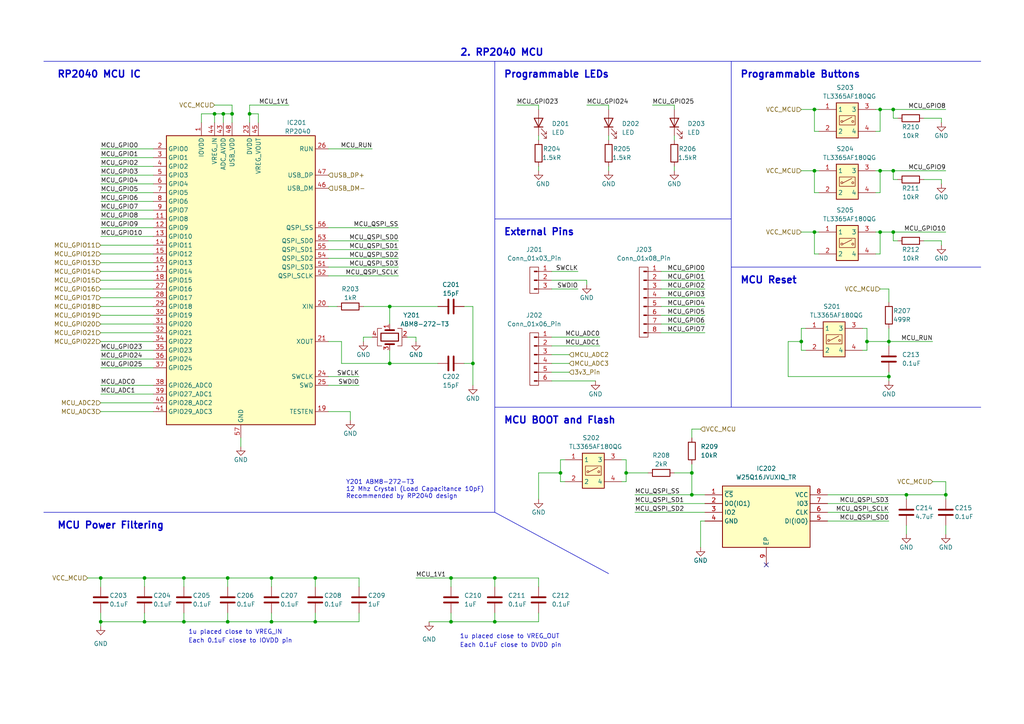
<source format=kicad_sch>
(kicad_sch (version 20230121) (generator eeschema)

  (uuid 18759909-1ef3-4204-8511-a50a095bdc2a)

  (paper "A4")

  (title_block
    (title "Solar Energy Manager")
    (rev "v1.0")
    (company "Thesis")
    (comment 1 "Author: Jason F J")
    (comment 2 "Matrk No: 3100513")
  )

  (lib_symbols
    (symbol "Connector:Conn_01x03_Pin" (pin_names (offset 1.016) hide) (in_bom yes) (on_board yes)
      (property "Reference" "J1" (at 0.635 7.62 0)
        (effects (font (size 1.27 1.27)))
      )
      (property "Value" "Conn_01x03_Pin" (at 0.635 5.08 0)
        (effects (font (size 1.27 1.27)))
      )
      (property "Footprint" "" (at 0 0 0)
        (effects (font (size 1.27 1.27)) hide)
      )
      (property "Datasheet" "~" (at 0 0 0)
        (effects (font (size 1.27 1.27)) hide)
      )
      (property "ki_locked" "" (at 0 0 0)
        (effects (font (size 1.27 1.27)))
      )
      (property "ki_keywords" "connector" (at 0 0 0)
        (effects (font (size 1.27 1.27)) hide)
      )
      (property "ki_description" "Generic connector, single row, 01x03, script generated" (at 0 0 0)
        (effects (font (size 1.27 1.27)) hide)
      )
      (property "ki_fp_filters" "Connector*:*_1x??_*" (at 0 0 0)
        (effects (font (size 1.27 1.27)) hide)
      )
      (symbol "Conn_01x03_Pin_1_1"
        (rectangle (start -1.27 3.81) (end 1.27 -3.81)
          (stroke (width 0) (type default))
          (fill (type none))
        )
        (polyline
          (pts
            (xy 1.27 -2.54)
            (xy 0.8636 -2.54)
          )
          (stroke (width 0.1524) (type default))
          (fill (type none))
        )
        (polyline
          (pts
            (xy 1.27 0)
            (xy 0.8636 0)
          )
          (stroke (width 0.1524) (type default))
          (fill (type none))
        )
        (polyline
          (pts
            (xy 1.27 2.54)
            (xy 0.8636 2.54)
          )
          (stroke (width 0.1524) (type default))
          (fill (type none))
        )
        (rectangle (start 0.8636 -2.413) (end 0 -2.667)
          (stroke (width 0.1524) (type default))
          (fill (type outline))
        )
        (rectangle (start 0.8636 0.127) (end 0 -0.127)
          (stroke (width 0.1524) (type default))
          (fill (type outline))
        )
        (rectangle (start 0.8636 2.667) (end 0 2.413)
          (stroke (width 0.1524) (type default))
          (fill (type outline))
        )
        (pin passive line (at 5.08 2.54 180) (length 3.81)
          (name "Pin_1" (effects (font (size 1.27 1.27))))
          (number "1" (effects (font (size 1.27 1.27))))
        )
        (pin passive line (at 5.08 0 180) (length 3.81)
          (name "Pin_2" (effects (font (size 1.27 1.27))))
          (number "2" (effects (font (size 1.27 1.27))))
        )
        (pin passive line (at 5.08 -2.54 180) (length 3.81)
          (name "Pin_3" (effects (font (size 1.27 1.27))))
          (number "3" (effects (font (size 1.27 1.27))))
        )
      )
    )
    (symbol "Connector:Conn_01x06_Pin" (pin_names (offset 1.016) hide) (in_bom yes) (on_board yes)
      (property "Reference" "J8" (at 0.635 10.16 0)
        (effects (font (size 1.27 1.27)))
      )
      (property "Value" "Conn_01x06_Pin" (at 0.635 7.62 0)
        (effects (font (size 1.27 1.27)))
      )
      (property "Footprint" "" (at 0 0 0)
        (effects (font (size 1.27 1.27)) hide)
      )
      (property "Datasheet" "~" (at 0 0 0)
        (effects (font (size 1.27 1.27)) hide)
      )
      (property "ki_locked" "" (at 0 0 0)
        (effects (font (size 1.27 1.27)))
      )
      (property "ki_keywords" "connector" (at 0 0 0)
        (effects (font (size 1.27 1.27)) hide)
      )
      (property "ki_description" "Generic connector, single row, 01x06, script generated" (at 0 0 0)
        (effects (font (size 1.27 1.27)) hide)
      )
      (property "ki_fp_filters" "Connector*:*_1x??_*" (at 0 0 0)
        (effects (font (size 1.27 1.27)) hide)
      )
      (symbol "Conn_01x06_Pin_1_1"
        (rectangle (start -1.27 6.35) (end 1.27 -8.89)
          (stroke (width 0) (type default))
          (fill (type none))
        )
        (polyline
          (pts
            (xy 1.27 -7.62)
            (xy 0.8636 -7.62)
          )
          (stroke (width 0.1524) (type default))
          (fill (type none))
        )
        (polyline
          (pts
            (xy 1.27 -5.08)
            (xy 0.8636 -5.08)
          )
          (stroke (width 0.1524) (type default))
          (fill (type none))
        )
        (polyline
          (pts
            (xy 1.27 -2.54)
            (xy 0.8636 -2.54)
          )
          (stroke (width 0.1524) (type default))
          (fill (type none))
        )
        (polyline
          (pts
            (xy 1.27 0)
            (xy 0.8636 0)
          )
          (stroke (width 0.1524) (type default))
          (fill (type none))
        )
        (polyline
          (pts
            (xy 1.27 2.54)
            (xy 0.8636 2.54)
          )
          (stroke (width 0.1524) (type default))
          (fill (type none))
        )
        (polyline
          (pts
            (xy 1.27 5.08)
            (xy 0.8636 5.08)
          )
          (stroke (width 0.1524) (type default))
          (fill (type none))
        )
        (rectangle (start 0.8636 -7.493) (end 0 -7.747)
          (stroke (width 0.1524) (type default))
          (fill (type outline))
        )
        (rectangle (start 0.8636 -4.953) (end 0 -5.207)
          (stroke (width 0.1524) (type default))
          (fill (type outline))
        )
        (rectangle (start 0.8636 -2.413) (end 0 -2.667)
          (stroke (width 0.1524) (type default))
          (fill (type outline))
        )
        (rectangle (start 0.8636 0.127) (end 0 -0.127)
          (stroke (width 0.1524) (type default))
          (fill (type outline))
        )
        (rectangle (start 0.8636 2.667) (end 0 2.413)
          (stroke (width 0.1524) (type default))
          (fill (type outline))
        )
        (rectangle (start 0.8636 5.207) (end 0 4.953)
          (stroke (width 0.1524) (type default))
          (fill (type outline))
        )
        (pin passive line (at 5.08 5.08 180) (length 3.81)
          (name "Pin_1" (effects (font (size 1.27 1.27))))
          (number "1" (effects (font (size 1.27 1.27))))
        )
        (pin passive line (at 5.08 2.54 180) (length 3.81)
          (name "Pin_2" (effects (font (size 1.27 1.27))))
          (number "2" (effects (font (size 1.27 1.27))))
        )
        (pin passive line (at 5.08 0 180) (length 3.81)
          (name "Pin_3" (effects (font (size 1.27 1.27))))
          (number "3" (effects (font (size 1.27 1.27))))
        )
        (pin passive line (at 5.08 -2.54 180) (length 3.81)
          (name "Pin_4" (effects (font (size 1.27 1.27))))
          (number "4" (effects (font (size 1.27 1.27))))
        )
        (pin passive line (at 5.08 -5.08 180) (length 3.81)
          (name "Pin_5" (effects (font (size 1.27 1.27))))
          (number "5" (effects (font (size 1.27 1.27))))
        )
        (pin passive line (at 5.08 -7.62 180) (length 3.81)
          (name "Pin_6" (effects (font (size 1.27 1.27))))
          (number "6" (effects (font (size 1.27 1.27))))
        )
      )
    )
    (symbol "Connector:Conn_01x08_Pin" (pin_names (offset 1.016) hide) (in_bom yes) (on_board yes)
      (property "Reference" "J5" (at 0.635 12.7 0)
        (effects (font (size 1.27 1.27)))
      )
      (property "Value" "Conn_01x08_Pin" (at 0.635 10.16 0)
        (effects (font (size 1.27 1.27)))
      )
      (property "Footprint" "" (at 0 0 0)
        (effects (font (size 1.27 1.27)) hide)
      )
      (property "Datasheet" "~" (at 0 0 0)
        (effects (font (size 1.27 1.27)) hide)
      )
      (property "ki_locked" "" (at 0 0 0)
        (effects (font (size 1.27 1.27)))
      )
      (property "ki_keywords" "connector" (at 0 0 0)
        (effects (font (size 1.27 1.27)) hide)
      )
      (property "ki_description" "Generic connector, single row, 01x08, script generated" (at 0 0 0)
        (effects (font (size 1.27 1.27)) hide)
      )
      (property "ki_fp_filters" "Connector*:*_1x??_*" (at 0 0 0)
        (effects (font (size 1.27 1.27)) hide)
      )
      (symbol "Conn_01x08_Pin_1_1"
        (rectangle (start -1.27 8.89) (end 1.27 -11.43)
          (stroke (width 0) (type default))
          (fill (type none))
        )
        (polyline
          (pts
            (xy 1.27 -10.16)
            (xy 0.8636 -10.16)
          )
          (stroke (width 0.1524) (type default))
          (fill (type none))
        )
        (polyline
          (pts
            (xy 1.27 -7.62)
            (xy 0.8636 -7.62)
          )
          (stroke (width 0.1524) (type default))
          (fill (type none))
        )
        (polyline
          (pts
            (xy 1.27 -5.08)
            (xy 0.8636 -5.08)
          )
          (stroke (width 0.1524) (type default))
          (fill (type none))
        )
        (polyline
          (pts
            (xy 1.27 -2.54)
            (xy 0.8636 -2.54)
          )
          (stroke (width 0.1524) (type default))
          (fill (type none))
        )
        (polyline
          (pts
            (xy 1.27 0)
            (xy 0.8636 0)
          )
          (stroke (width 0.1524) (type default))
          (fill (type none))
        )
        (polyline
          (pts
            (xy 1.27 2.54)
            (xy 0.8636 2.54)
          )
          (stroke (width 0.1524) (type default))
          (fill (type none))
        )
        (polyline
          (pts
            (xy 1.27 5.08)
            (xy 0.8636 5.08)
          )
          (stroke (width 0.1524) (type default))
          (fill (type none))
        )
        (polyline
          (pts
            (xy 1.27 7.62)
            (xy 0.8636 7.62)
          )
          (stroke (width 0.1524) (type default))
          (fill (type none))
        )
        (rectangle (start 0.8636 -10.033) (end 0 -10.287)
          (stroke (width 0.1524) (type default))
          (fill (type outline))
        )
        (rectangle (start 0.8636 -7.493) (end 0 -7.747)
          (stroke (width 0.1524) (type default))
          (fill (type outline))
        )
        (rectangle (start 0.8636 -4.953) (end 0 -5.207)
          (stroke (width 0.1524) (type default))
          (fill (type outline))
        )
        (rectangle (start 0.8636 -2.413) (end 0 -2.667)
          (stroke (width 0.1524) (type default))
          (fill (type outline))
        )
        (rectangle (start 0.8636 0.127) (end 0 -0.127)
          (stroke (width 0.1524) (type default))
          (fill (type outline))
        )
        (rectangle (start 0.8636 2.667) (end 0 2.413)
          (stroke (width 0.1524) (type default))
          (fill (type outline))
        )
        (rectangle (start 0.8636 5.207) (end 0 4.953)
          (stroke (width 0.1524) (type default))
          (fill (type outline))
        )
        (rectangle (start 0.8636 7.747) (end 0 7.493)
          (stroke (width 0.1524) (type default))
          (fill (type outline))
        )
        (pin passive line (at 5.08 7.62 180) (length 3.81)
          (name "Pin_1" (effects (font (size 1.27 1.27))))
          (number "1" (effects (font (size 1.27 1.27))))
        )
        (pin passive line (at 5.08 5.08 180) (length 3.81)
          (name "Pin_2" (effects (font (size 1.27 1.27))))
          (number "2" (effects (font (size 1.27 1.27))))
        )
        (pin passive line (at 5.08 2.54 180) (length 3.81)
          (name "Pin_3" (effects (font (size 1.27 1.27))))
          (number "3" (effects (font (size 1.27 1.27))))
        )
        (pin passive line (at 5.08 0 180) (length 3.81)
          (name "Pin_4" (effects (font (size 1.27 1.27))))
          (number "4" (effects (font (size 1.27 1.27))))
        )
        (pin passive line (at 5.08 -2.54 180) (length 3.81)
          (name "Pin_5" (effects (font (size 1.27 1.27))))
          (number "5" (effects (font (size 1.27 1.27))))
        )
        (pin passive line (at 5.08 -5.08 180) (length 3.81)
          (name "Pin_6" (effects (font (size 1.27 1.27))))
          (number "6" (effects (font (size 1.27 1.27))))
        )
        (pin passive line (at 5.08 -7.62 180) (length 3.81)
          (name "Pin_7" (effects (font (size 1.27 1.27))))
          (number "7" (effects (font (size 1.27 1.27))))
        )
        (pin passive line (at 5.08 -10.16 180) (length 3.81)
          (name "Pin_8" (effects (font (size 1.27 1.27))))
          (number "8" (effects (font (size 1.27 1.27))))
        )
      )
    )
    (symbol "Device:C" (pin_numbers hide) (pin_names (offset 0.254)) (in_bom yes) (on_board yes)
      (property "Reference" "C" (at 0.635 2.54 0)
        (effects (font (size 1.27 1.27)) (justify left))
      )
      (property "Value" "C" (at 0.635 -2.54 0)
        (effects (font (size 1.27 1.27)) (justify left))
      )
      (property "Footprint" "" (at 0.9652 -3.81 0)
        (effects (font (size 1.27 1.27)) hide)
      )
      (property "Datasheet" "~" (at 0 0 0)
        (effects (font (size 1.27 1.27)) hide)
      )
      (property "ki_keywords" "cap capacitor" (at 0 0 0)
        (effects (font (size 1.27 1.27)) hide)
      )
      (property "ki_description" "Unpolarized capacitor" (at 0 0 0)
        (effects (font (size 1.27 1.27)) hide)
      )
      (property "ki_fp_filters" "C_*" (at 0 0 0)
        (effects (font (size 1.27 1.27)) hide)
      )
      (symbol "C_0_1"
        (polyline
          (pts
            (xy -2.032 -0.762)
            (xy 2.032 -0.762)
          )
          (stroke (width 0.508) (type default))
          (fill (type none))
        )
        (polyline
          (pts
            (xy -2.032 0.762)
            (xy 2.032 0.762)
          )
          (stroke (width 0.508) (type default))
          (fill (type none))
        )
      )
      (symbol "C_1_1"
        (pin passive line (at 0 3.81 270) (length 2.794)
          (name "~" (effects (font (size 1.27 1.27))))
          (number "1" (effects (font (size 1.27 1.27))))
        )
        (pin passive line (at 0 -3.81 90) (length 2.794)
          (name "~" (effects (font (size 1.27 1.27))))
          (number "2" (effects (font (size 1.27 1.27))))
        )
      )
    )
    (symbol "Device:Crystal_GND24" (pin_names (offset 1.016) hide) (in_bom yes) (on_board yes)
      (property "Reference" "Y" (at 3.175 5.08 0)
        (effects (font (size 1.27 1.27)) (justify left))
      )
      (property "Value" "Crystal_GND24" (at 3.175 3.175 0)
        (effects (font (size 1.27 1.27)) (justify left))
      )
      (property "Footprint" "" (at 0 0 0)
        (effects (font (size 1.27 1.27)) hide)
      )
      (property "Datasheet" "~" (at 0 0 0)
        (effects (font (size 1.27 1.27)) hide)
      )
      (property "ki_keywords" "quartz ceramic resonator oscillator" (at 0 0 0)
        (effects (font (size 1.27 1.27)) hide)
      )
      (property "ki_description" "Four pin crystal, GND on pins 2 and 4" (at 0 0 0)
        (effects (font (size 1.27 1.27)) hide)
      )
      (property "ki_fp_filters" "Crystal*" (at 0 0 0)
        (effects (font (size 1.27 1.27)) hide)
      )
      (symbol "Crystal_GND24_0_1"
        (rectangle (start -1.143 2.54) (end 1.143 -2.54)
          (stroke (width 0.3048) (type default))
          (fill (type none))
        )
        (polyline
          (pts
            (xy -2.54 0)
            (xy -2.032 0)
          )
          (stroke (width 0) (type default))
          (fill (type none))
        )
        (polyline
          (pts
            (xy -2.032 -1.27)
            (xy -2.032 1.27)
          )
          (stroke (width 0.508) (type default))
          (fill (type none))
        )
        (polyline
          (pts
            (xy 0 -3.81)
            (xy 0 -3.556)
          )
          (stroke (width 0) (type default))
          (fill (type none))
        )
        (polyline
          (pts
            (xy 0 3.556)
            (xy 0 3.81)
          )
          (stroke (width 0) (type default))
          (fill (type none))
        )
        (polyline
          (pts
            (xy 2.032 -1.27)
            (xy 2.032 1.27)
          )
          (stroke (width 0.508) (type default))
          (fill (type none))
        )
        (polyline
          (pts
            (xy 2.032 0)
            (xy 2.54 0)
          )
          (stroke (width 0) (type default))
          (fill (type none))
        )
        (polyline
          (pts
            (xy -2.54 -2.286)
            (xy -2.54 -3.556)
            (xy 2.54 -3.556)
            (xy 2.54 -2.286)
          )
          (stroke (width 0) (type default))
          (fill (type none))
        )
        (polyline
          (pts
            (xy -2.54 2.286)
            (xy -2.54 3.556)
            (xy 2.54 3.556)
            (xy 2.54 2.286)
          )
          (stroke (width 0) (type default))
          (fill (type none))
        )
      )
      (symbol "Crystal_GND24_1_1"
        (pin passive line (at -3.81 0 0) (length 1.27)
          (name "1" (effects (font (size 1.27 1.27))))
          (number "1" (effects (font (size 1.27 1.27))))
        )
        (pin passive line (at 0 5.08 270) (length 1.27)
          (name "2" (effects (font (size 1.27 1.27))))
          (number "2" (effects (font (size 1.27 1.27))))
        )
        (pin passive line (at 3.81 0 180) (length 1.27)
          (name "3" (effects (font (size 1.27 1.27))))
          (number "3" (effects (font (size 1.27 1.27))))
        )
        (pin passive line (at 0 -5.08 90) (length 1.27)
          (name "4" (effects (font (size 1.27 1.27))))
          (number "4" (effects (font (size 1.27 1.27))))
        )
      )
    )
    (symbol "Device:LED" (pin_numbers hide) (pin_names (offset 1.016) hide) (in_bom yes) (on_board yes)
      (property "Reference" "D" (at 0 2.54 0)
        (effects (font (size 1.27 1.27)))
      )
      (property "Value" "LED" (at 0 -2.54 0)
        (effects (font (size 1.27 1.27)))
      )
      (property "Footprint" "" (at 0 0 0)
        (effects (font (size 1.27 1.27)) hide)
      )
      (property "Datasheet" "~" (at 0 0 0)
        (effects (font (size 1.27 1.27)) hide)
      )
      (property "ki_keywords" "LED diode" (at 0 0 0)
        (effects (font (size 1.27 1.27)) hide)
      )
      (property "ki_description" "Light emitting diode" (at 0 0 0)
        (effects (font (size 1.27 1.27)) hide)
      )
      (property "ki_fp_filters" "LED* LED_SMD:* LED_THT:*" (at 0 0 0)
        (effects (font (size 1.27 1.27)) hide)
      )
      (symbol "LED_0_1"
        (polyline
          (pts
            (xy -1.27 -1.27)
            (xy -1.27 1.27)
          )
          (stroke (width 0.254) (type default))
          (fill (type none))
        )
        (polyline
          (pts
            (xy -1.27 0)
            (xy 1.27 0)
          )
          (stroke (width 0) (type default))
          (fill (type none))
        )
        (polyline
          (pts
            (xy 1.27 -1.27)
            (xy 1.27 1.27)
            (xy -1.27 0)
            (xy 1.27 -1.27)
          )
          (stroke (width 0.254) (type default))
          (fill (type none))
        )
        (polyline
          (pts
            (xy -3.048 -0.762)
            (xy -4.572 -2.286)
            (xy -3.81 -2.286)
            (xy -4.572 -2.286)
            (xy -4.572 -1.524)
          )
          (stroke (width 0) (type default))
          (fill (type none))
        )
        (polyline
          (pts
            (xy -1.778 -0.762)
            (xy -3.302 -2.286)
            (xy -2.54 -2.286)
            (xy -3.302 -2.286)
            (xy -3.302 -1.524)
          )
          (stroke (width 0) (type default))
          (fill (type none))
        )
      )
      (symbol "LED_1_1"
        (pin passive line (at -3.81 0 0) (length 2.54)
          (name "K" (effects (font (size 1.27 1.27))))
          (number "1" (effects (font (size 1.27 1.27))))
        )
        (pin passive line (at 3.81 0 180) (length 2.54)
          (name "A" (effects (font (size 1.27 1.27))))
          (number "2" (effects (font (size 1.27 1.27))))
        )
      )
    )
    (symbol "Device:R" (pin_numbers hide) (pin_names (offset 0)) (in_bom yes) (on_board yes)
      (property "Reference" "R" (at 2.032 0 90)
        (effects (font (size 1.27 1.27)))
      )
      (property "Value" "R" (at 0 0 90)
        (effects (font (size 1.27 1.27)))
      )
      (property "Footprint" "" (at -1.778 0 90)
        (effects (font (size 1.27 1.27)) hide)
      )
      (property "Datasheet" "~" (at 0 0 0)
        (effects (font (size 1.27 1.27)) hide)
      )
      (property "ki_keywords" "R res resistor" (at 0 0 0)
        (effects (font (size 1.27 1.27)) hide)
      )
      (property "ki_description" "Resistor" (at 0 0 0)
        (effects (font (size 1.27 1.27)) hide)
      )
      (property "ki_fp_filters" "R_*" (at 0 0 0)
        (effects (font (size 1.27 1.27)) hide)
      )
      (symbol "R_0_1"
        (rectangle (start -1.016 -2.54) (end 1.016 2.54)
          (stroke (width 0.254) (type default))
          (fill (type none))
        )
      )
      (symbol "R_1_1"
        (pin passive line (at 0 3.81 270) (length 1.27)
          (name "~" (effects (font (size 1.27 1.27))))
          (number "1" (effects (font (size 1.27 1.27))))
        )
        (pin passive line (at 0 -3.81 90) (length 1.27)
          (name "~" (effects (font (size 1.27 1.27))))
          (number "2" (effects (font (size 1.27 1.27))))
        )
      )
    )
    (symbol "MCU_RaspberryPi:RP2040" (in_bom yes) (on_board yes)
      (property "Reference" "U1" (at 2.1941 -44.45 0)
        (effects (font (size 1.27 1.27)) (justify left))
      )
      (property "Value" "RP2040" (at 2.1941 -46.99 0)
        (effects (font (size 1.27 1.27)) (justify left))
      )
      (property "Footprint" "Package_DFN_QFN:QFN-56-1EP_7x7mm_P0.4mm_EP3.2x3.2mm" (at 0 0 0)
        (effects (font (size 1.27 1.27)) hide)
      )
      (property "Datasheet" "https://datasheets.raspberrypi.com/rp2040/rp2040-datasheet.pdf" (at 0 0 0)
        (effects (font (size 1.27 1.27)) hide)
      )
      (property "ki_keywords" "RP2040 ARM Cortex-M0+ USB" (at 0 0 0)
        (effects (font (size 1.27 1.27)) hide)
      )
      (property "ki_description" "A microcontroller by Raspberry Pi" (at 0 0 0)
        (effects (font (size 1.27 1.27)) hide)
      )
      (property "ki_fp_filters" "QFN*1EP*7x7mm?P0.4mm*" (at 0 0 0)
        (effects (font (size 1.27 1.27)) hide)
      )
      (symbol "RP2040_0_1"
        (rectangle (start -21.59 41.91) (end 21.59 -41.91)
          (stroke (width 0.254) (type default))
          (fill (type background))
        )
      )
      (symbol "RP2040_1_1"
        (pin power_in line (at 11.43 45.72 270) (length 3.81)
          (name "IOVDD" (effects (font (size 1.27 1.27))))
          (number "1" (effects (font (size 1.27 1.27))))
        )
        (pin passive line (at 2.54 45.72 270) (length 3.81) hide
          (name "IOVDD" (effects (font (size 1.27 1.27))))
          (number "10" (effects (font (size 1.27 1.27))))
        )
        (pin bidirectional line (at 25.4 17.78 180) (length 3.81)
          (name "GPIO8" (effects (font (size 1.27 1.27))))
          (number "11" (effects (font (size 1.27 1.27))))
        )
        (pin bidirectional line (at 25.4 15.24 180) (length 3.81)
          (name "GPIO9" (effects (font (size 1.27 1.27))))
          (number "12" (effects (font (size 1.27 1.27))))
        )
        (pin bidirectional line (at 25.4 12.7 180) (length 3.81)
          (name "GPIO10" (effects (font (size 1.27 1.27))))
          (number "13" (effects (font (size 1.27 1.27))))
        )
        (pin bidirectional line (at 25.4 10.16 180) (length 3.81)
          (name "GPIO11" (effects (font (size 1.27 1.27))))
          (number "14" (effects (font (size 1.27 1.27))))
        )
        (pin bidirectional line (at 25.4 7.62 180) (length 3.81)
          (name "GPIO12" (effects (font (size 1.27 1.27))))
          (number "15" (effects (font (size 1.27 1.27))))
        )
        (pin bidirectional line (at 25.4 5.08 180) (length 3.81)
          (name "GPIO13" (effects (font (size 1.27 1.27))))
          (number "16" (effects (font (size 1.27 1.27))))
        )
        (pin bidirectional line (at 25.4 2.54 180) (length 3.81)
          (name "GPIO14" (effects (font (size 1.27 1.27))))
          (number "17" (effects (font (size 1.27 1.27))))
        )
        (pin bidirectional line (at 25.4 0 180) (length 3.81)
          (name "GPIO15" (effects (font (size 1.27 1.27))))
          (number "18" (effects (font (size 1.27 1.27))))
        )
        (pin input line (at -25.4 -38.1 0) (length 3.81)
          (name "TESTEN" (effects (font (size 1.27 1.27))))
          (number "19" (effects (font (size 1.27 1.27))))
        )
        (pin bidirectional line (at 25.4 38.1 180) (length 3.81)
          (name "GPIO0" (effects (font (size 1.27 1.27))))
          (number "2" (effects (font (size 1.27 1.27))))
        )
        (pin input line (at -25.4 -7.62 0) (length 3.81)
          (name "XIN" (effects (font (size 1.27 1.27))))
          (number "20" (effects (font (size 1.27 1.27))))
        )
        (pin passive line (at -25.4 -17.78 0) (length 3.81)
          (name "XOUT" (effects (font (size 1.27 1.27))))
          (number "21" (effects (font (size 1.27 1.27))))
        )
        (pin passive line (at 2.54 45.72 270) (length 3.81) hide
          (name "IOVDD" (effects (font (size 1.27 1.27))))
          (number "22" (effects (font (size 1.27 1.27))))
        )
        (pin power_in line (at -2.54 45.72 270) (length 3.81)
          (name "DVDD" (effects (font (size 1.27 1.27))))
          (number "23" (effects (font (size 1.27 1.27))))
        )
        (pin input line (at -25.4 -27.94 0) (length 3.81)
          (name "SWCLK" (effects (font (size 1.27 1.27))))
          (number "24" (effects (font (size 1.27 1.27))))
        )
        (pin bidirectional line (at -25.4 -30.48 0) (length 3.81)
          (name "SWD" (effects (font (size 1.27 1.27))))
          (number "25" (effects (font (size 1.27 1.27))))
        )
        (pin input line (at -25.4 38.1 0) (length 3.81)
          (name "RUN" (effects (font (size 1.27 1.27))))
          (number "26" (effects (font (size 1.27 1.27))))
        )
        (pin bidirectional line (at 25.4 -2.54 180) (length 3.81)
          (name "GPIO16" (effects (font (size 1.27 1.27))))
          (number "27" (effects (font (size 1.27 1.27))))
        )
        (pin bidirectional line (at 25.4 -5.08 180) (length 3.81)
          (name "GPIO17" (effects (font (size 1.27 1.27))))
          (number "28" (effects (font (size 1.27 1.27))))
        )
        (pin bidirectional line (at 25.4 -7.62 180) (length 3.81)
          (name "GPIO18" (effects (font (size 1.27 1.27))))
          (number "29" (effects (font (size 1.27 1.27))))
        )
        (pin bidirectional line (at 25.4 35.56 180) (length 3.81)
          (name "GPIO1" (effects (font (size 1.27 1.27))))
          (number "3" (effects (font (size 1.27 1.27))))
        )
        (pin bidirectional line (at 25.4 -10.16 180) (length 3.81)
          (name "GPIO19" (effects (font (size 1.27 1.27))))
          (number "30" (effects (font (size 1.27 1.27))))
        )
        (pin bidirectional line (at 25.4 -12.7 180) (length 3.81)
          (name "GPIO20" (effects (font (size 1.27 1.27))))
          (number "31" (effects (font (size 1.27 1.27))))
        )
        (pin bidirectional line (at 25.4 -15.24 180) (length 3.81)
          (name "GPIO21" (effects (font (size 1.27 1.27))))
          (number "32" (effects (font (size 1.27 1.27))))
        )
        (pin passive line (at 2.54 45.72 270) (length 3.81) hide
          (name "IOVDD" (effects (font (size 1.27 1.27))))
          (number "33" (effects (font (size 1.27 1.27))))
        )
        (pin bidirectional line (at 25.4 -17.78 180) (length 3.81)
          (name "GPIO22" (effects (font (size 1.27 1.27))))
          (number "34" (effects (font (size 1.27 1.27))))
        )
        (pin bidirectional line (at 25.4 -20.32 180) (length 3.81)
          (name "GPIO23" (effects (font (size 1.27 1.27))))
          (number "35" (effects (font (size 1.27 1.27))))
        )
        (pin bidirectional line (at 25.4 -22.86 180) (length 3.81)
          (name "GPIO24" (effects (font (size 1.27 1.27))))
          (number "36" (effects (font (size 1.27 1.27))))
        )
        (pin bidirectional line (at 25.4 -25.4 180) (length 3.81)
          (name "GPIO25" (effects (font (size 1.27 1.27))))
          (number "37" (effects (font (size 1.27 1.27))))
        )
        (pin bidirectional line (at 25.4 -30.48 180) (length 3.81)
          (name "GPIO26_ADC0" (effects (font (size 1.27 1.27))))
          (number "38" (effects (font (size 1.27 1.27))))
        )
        (pin bidirectional line (at 25.4 -33.02 180) (length 3.81)
          (name "GPIO27_ADC1" (effects (font (size 1.27 1.27))))
          (number "39" (effects (font (size 1.27 1.27))))
        )
        (pin bidirectional line (at 25.4 33.02 180) (length 3.81)
          (name "GPIO2" (effects (font (size 1.27 1.27))))
          (number "4" (effects (font (size 1.27 1.27))))
        )
        (pin bidirectional line (at 25.4 -35.56 180) (length 3.81)
          (name "GPIO28_ADC2" (effects (font (size 1.27 1.27))))
          (number "40" (effects (font (size 1.27 1.27))))
        )
        (pin bidirectional line (at 25.4 -38.1 180) (length 3.81)
          (name "GPIO29_ADC3" (effects (font (size 1.27 1.27))))
          (number "41" (effects (font (size 1.27 1.27))))
        )
        (pin passive line (at 2.54 45.72 270) (length 3.81) hide
          (name "IOVDD" (effects (font (size 1.27 1.27))))
          (number "42" (effects (font (size 1.27 1.27))))
        )
        (pin power_in line (at 5.08 45.72 270) (length 3.81)
          (name "ADC_AVDD" (effects (font (size 1.27 1.27))))
          (number "43" (effects (font (size 1.27 1.27))))
        )
        (pin power_in line (at 7.62 45.72 270) (length 3.81)
          (name "VREG_IN" (effects (font (size 1.27 1.27))))
          (number "44" (effects (font (size 1.27 1.27))))
        )
        (pin power_out line (at -5.08 45.72 270) (length 3.81)
          (name "VREG_VOUT" (effects (font (size 1.27 1.27))))
          (number "45" (effects (font (size 1.27 1.27))))
        )
        (pin bidirectional line (at -25.4 26.67 0) (length 3.81)
          (name "USB_DM" (effects (font (size 1.27 1.27))))
          (number "46" (effects (font (size 1.27 1.27))))
        )
        (pin bidirectional line (at -25.4 30.48 0) (length 3.81)
          (name "USB_DP" (effects (font (size 1.27 1.27))))
          (number "47" (effects (font (size 1.27 1.27))))
        )
        (pin power_in line (at 2.54 45.72 270) (length 3.81)
          (name "USB_VDD" (effects (font (size 1.27 1.27))))
          (number "48" (effects (font (size 1.27 1.27))))
        )
        (pin passive line (at 2.54 45.72 270) (length 3.81) hide
          (name "IOVDD" (effects (font (size 1.27 1.27))))
          (number "49" (effects (font (size 1.27 1.27))))
        )
        (pin bidirectional line (at 25.4 30.48 180) (length 3.81)
          (name "GPIO3" (effects (font (size 1.27 1.27))))
          (number "5" (effects (font (size 1.27 1.27))))
        )
        (pin passive line (at -2.54 45.72 270) (length 3.81) hide
          (name "DVDD" (effects (font (size 1.27 1.27))))
          (number "50" (effects (font (size 1.27 1.27))))
        )
        (pin bidirectional line (at -25.4 3.81 0) (length 3.81)
          (name "QSPI_SD3" (effects (font (size 1.27 1.27))))
          (number "51" (effects (font (size 1.27 1.27))))
        )
        (pin output line (at -25.4 1.27 0) (length 3.81)
          (name "QSPI_SCLK" (effects (font (size 1.27 1.27))))
          (number "52" (effects (font (size 1.27 1.27))))
        )
        (pin bidirectional line (at -25.4 11.43 0) (length 3.81)
          (name "QSPI_SD0" (effects (font (size 1.27 1.27))))
          (number "53" (effects (font (size 1.27 1.27))))
        )
        (pin bidirectional line (at -25.4 6.35 0) (length 3.81)
          (name "QSPI_SD2" (effects (font (size 1.27 1.27))))
          (number "54" (effects (font (size 1.27 1.27))))
        )
        (pin bidirectional line (at -25.4 8.89 0) (length 3.81)
          (name "QSPI_SD1" (effects (font (size 1.27 1.27))))
          (number "55" (effects (font (size 1.27 1.27))))
        )
        (pin bidirectional line (at -25.4 15.24 0) (length 3.81)
          (name "QSPI_SS" (effects (font (size 1.27 1.27))))
          (number "56" (effects (font (size 1.27 1.27))))
        )
        (pin power_in line (at 0 -45.72 90) (length 3.81)
          (name "GND" (effects (font (size 1.27 1.27))))
          (number "57" (effects (font (size 1.27 1.27))))
        )
        (pin bidirectional line (at 25.4 27.94 180) (length 3.81)
          (name "GPIO4" (effects (font (size 1.27 1.27))))
          (number "6" (effects (font (size 1.27 1.27))))
        )
        (pin bidirectional line (at 25.4 25.4 180) (length 3.81)
          (name "GPIO5" (effects (font (size 1.27 1.27))))
          (number "7" (effects (font (size 1.27 1.27))))
        )
        (pin bidirectional line (at 25.4 22.86 180) (length 3.81)
          (name "GPIO6" (effects (font (size 1.27 1.27))))
          (number "8" (effects (font (size 1.27 1.27))))
        )
        (pin bidirectional line (at 25.4 20.32 180) (length 3.81)
          (name "GPIO7" (effects (font (size 1.27 1.27))))
          (number "9" (effects (font (size 1.27 1.27))))
        )
      )
    )
    (symbol "TL3365AF180QG_1" (in_bom yes) (on_board yes)
      (property "Reference" "S202" (at 7.62 8.89 0)
        (effects (font (size 1.27 1.27)))
      )
      (property "Value" "TL3365AF180QG" (at 8.89 6.35 0)
        (effects (font (size 1.27 1.27)))
      )
      (property "Footprint" "TL3365AF180QG:TL3365AF180QG" (at 16.51 -94.92 0)
        (effects (font (size 1.27 1.27)) (justify left top) hide)
      )
      (property "Datasheet" "https://configured-product-images.s3.amazonaws.com/2D/specs/TL3365AF180QG.pdf" (at 16.51 -194.92 0)
        (effects (font (size 1.27 1.27)) (justify left top) hide)
      )
      (property "Height" "2.5" (at 16.51 -394.92 0)
        (effects (font (size 1.27 1.27)) (justify left top) hide)
      )
      (property "Mouser Part Number" "612-TL3365AF180QG" (at 16.51 -494.92 0)
        (effects (font (size 1.27 1.27)) (justify left top) hide)
      )
      (property "Mouser Price/Stock" "https://www.mouser.co.uk/ProductDetail/E-Switch/TL3365AF180QG?qs=xQzBpF%2FAFTo%252BA4IL7l2Rvw%3D%3D" (at 16.51 -594.92 0)
        (effects (font (size 1.27 1.27)) (justify left top) hide)
      )
      (property "Manufacturer_Name" "E-Switch" (at 16.51 -694.92 0)
        (effects (font (size 1.27 1.27)) (justify left top) hide)
      )
      (property "Manufacturer_Part_Number" "TL3365AF180QG" (at 16.51 -794.92 0)
        (effects (font (size 1.27 1.27)) (justify left top) hide)
      )
      (property "ki_description" "TACT, 50mA 12VDC, SPST-NO Off-(On), Surface Mount Gull Wing" (at 0 0 0)
        (effects (font (size 1.27 1.27)) hide)
      )
      (symbol "TL3365AF180QG_1_0_1"
        (polyline
          (pts
            (xy 7.0612 -0.9398)
            (xy 9.6012 0.3302)
          )
          (stroke (width 0) (type default))
          (fill (type none))
        )
      )
      (symbol "TL3365AF180QG_1_1_1"
        (rectangle (start 5.08 4.445) (end 11.43 -5.715)
          (stroke (width 0.254) (type default))
          (fill (type background))
        )
        (rectangle (start 5.969 0.7366) (end 10.541 -1.9558)
          (stroke (width 0) (type default))
          (fill (type none))
        )
        (circle (center 6.6802 -0.9398) (radius 0.284)
          (stroke (width 0) (type default))
          (fill (type none))
        )
        (circle (center 9.8552 -0.9398) (radius 0.284)
          (stroke (width 0) (type default))
          (fill (type none))
        )
        (pin passive line (at 0 2.54 0) (length 5.08)
          (name "1" (effects (font (size 1.27 1.27))))
          (number "1" (effects (font (size 1.27 1.27))))
        )
        (pin passive line (at 0 -3.81 0) (length 5.08)
          (name "2" (effects (font (size 1.27 1.27))))
          (number "2" (effects (font (size 1.27 1.27))))
        )
        (pin passive line (at 16.51 2.54 180) (length 5.08)
          (name "3" (effects (font (size 1.27 1.27))))
          (number "3" (effects (font (size 1.27 1.27))))
        )
        (pin passive line (at 16.51 -3.81 180) (length 5.08)
          (name "4" (effects (font (size 1.27 1.27))))
          (number "4" (effects (font (size 1.27 1.27))))
        )
      )
    )
    (symbol "W25Q16JVUXIQ_TR:W25Q16JVUXIQ_TR" (in_bom yes) (on_board yes)
      (property "Reference" "IC" (at 31.75 7.62 0)
        (effects (font (size 1.27 1.27)) (justify left top))
      )
      (property "Value" "W25Q16JVUXIQ_TR" (at 31.75 5.08 0)
        (effects (font (size 1.27 1.27)) (justify left top))
      )
      (property "Footprint" "SON50P300X200X60-9N" (at 31.75 -94.92 0)
        (effects (font (size 1.27 1.27)) (justify left top) hide)
      )
      (property "Datasheet" "https://componentsearchengine.com/Datasheets/1/W25Q16JVUXIQ TR.pdf" (at 31.75 -194.92 0)
        (effects (font (size 1.27 1.27)) (justify left top) hide)
      )
      (property "Height" "0.6" (at 31.75 -394.92 0)
        (effects (font (size 1.27 1.27)) (justify left top) hide)
      )
      (property "Mouser Part Number" "454-W25Q16JVUXIQTR" (at 31.75 -494.92 0)
        (effects (font (size 1.27 1.27)) (justify left top) hide)
      )
      (property "Mouser Price/Stock" "https://www.mouser.co.uk/ProductDetail/Winbond/W25Q16JVUXIQ-TR?qs=qSfuJ%252Bfl%2Fd7SDdIHLGOd1g%3D%3D" (at 31.75 -594.92 0)
        (effects (font (size 1.27 1.27)) (justify left top) hide)
      )
      (property "Manufacturer_Name" "Winbond" (at 31.75 -694.92 0)
        (effects (font (size 1.27 1.27)) (justify left top) hide)
      )
      (property "Manufacturer_Part_Number" "W25Q16JVUXIQ TR" (at 31.75 -794.92 0)
        (effects (font (size 1.27 1.27)) (justify left top) hide)
      )
      (property "ki_description" "NOR Flash spiFlash, 3V, 16M-bit, 4Kb Uniform Sector, DTR" (at 0 0 0)
        (effects (font (size 1.27 1.27)) hide)
      )
      (symbol "W25Q16JVUXIQ_TR_1_1"
        (rectangle (start 5.08 2.54) (end 30.48 -15.24)
          (stroke (width 0.254) (type default))
          (fill (type background))
        )
        (pin passive line (at 0 0 0) (length 5.08)
          (name "~{CS}" (effects (font (size 1.27 1.27))))
          (number "1" (effects (font (size 1.27 1.27))))
        )
        (pin passive line (at 0 -2.54 0) (length 5.08)
          (name "DO(IO1)" (effects (font (size 1.27 1.27))))
          (number "2" (effects (font (size 1.27 1.27))))
        )
        (pin passive line (at 0 -5.08 0) (length 5.08)
          (name "IO2" (effects (font (size 1.27 1.27))))
          (number "3" (effects (font (size 1.27 1.27))))
        )
        (pin passive line (at 0 -7.62 0) (length 5.08)
          (name "GND" (effects (font (size 1.27 1.27))))
          (number "4" (effects (font (size 1.27 1.27))))
        )
        (pin passive line (at 35.56 -7.62 180) (length 5.08)
          (name "DI(IO0)" (effects (font (size 1.27 1.27))))
          (number "5" (effects (font (size 1.27 1.27))))
        )
        (pin passive line (at 35.56 -5.08 180) (length 5.08)
          (name "CLK" (effects (font (size 1.27 1.27))))
          (number "6" (effects (font (size 1.27 1.27))))
        )
        (pin passive line (at 35.56 -2.54 180) (length 5.08)
          (name "IO3" (effects (font (size 1.27 1.27))))
          (number "7" (effects (font (size 1.27 1.27))))
        )
        (pin passive line (at 35.56 0 180) (length 5.08)
          (name "VCC" (effects (font (size 1.27 1.27))))
          (number "8" (effects (font (size 1.27 1.27))))
        )
        (pin passive line (at 17.78 -20.32 90) (length 5.08)
          (name "EP" (effects (font (size 1.27 1.27))))
          (number "9" (effects (font (size 1.27 1.27))))
        )
      )
    )
    (symbol "power:GND" (power) (pin_names (offset 0)) (in_bom yes) (on_board yes)
      (property "Reference" "#PWR" (at 0 -6.35 0)
        (effects (font (size 1.27 1.27)) hide)
      )
      (property "Value" "GND" (at 0 -3.81 0)
        (effects (font (size 1.27 1.27)))
      )
      (property "Footprint" "" (at 0 0 0)
        (effects (font (size 1.27 1.27)) hide)
      )
      (property "Datasheet" "" (at 0 0 0)
        (effects (font (size 1.27 1.27)) hide)
      )
      (property "ki_keywords" "global power" (at 0 0 0)
        (effects (font (size 1.27 1.27)) hide)
      )
      (property "ki_description" "Power symbol creates a global label with name \"GND\" , ground" (at 0 0 0)
        (effects (font (size 1.27 1.27)) hide)
      )
      (symbol "GND_0_1"
        (polyline
          (pts
            (xy 0 0)
            (xy 0 -1.27)
            (xy 1.27 -1.27)
            (xy 0 -2.54)
            (xy -1.27 -1.27)
            (xy 0 -1.27)
          )
          (stroke (width 0) (type default))
          (fill (type none))
        )
      )
      (symbol "GND_1_1"
        (pin power_in line (at 0 0 270) (length 0) hide
          (name "GND" (effects (font (size 1.27 1.27))))
          (number "1" (effects (font (size 1.27 1.27))))
        )
      )
    )
  )

  (junction (at 143.51 167.64) (diameter 0) (color 0 0 0 0)
    (uuid 0716c3f2-eb4d-4593-9085-b9e5bb67ffed)
  )
  (junction (at 130.81 180.34) (diameter 0) (color 0 0 0 0)
    (uuid 0a00732a-51bc-4067-98a9-406ecae29e3b)
  )
  (junction (at 262.89 143.51) (diameter 0) (color 0 0 0 0)
    (uuid 0d918ce5-d608-4b8f-ab28-1c26cf9c549d)
  )
  (junction (at 130.81 167.64) (diameter 0) (color 0 0 0 0)
    (uuid 18e47611-69c3-48a3-ad64-6391ba0cf63c)
  )
  (junction (at 259.08 31.75) (diameter 0) (color 0 0 0 0)
    (uuid 1aa8dbce-a6a4-4520-80ca-a6db323bf8d8)
  )
  (junction (at 41.91 180.34) (diameter 0) (color 0 0 0 0)
    (uuid 202f8703-fb77-4cf6-81ee-e89cec8a2be5)
  )
  (junction (at 255.27 67.31) (diameter 0) (color 0 0 0 0)
    (uuid 23156f6e-f68b-48bc-afad-d12ae645c2d6)
  )
  (junction (at 29.21 180.34) (diameter 0) (color 0 0 0 0)
    (uuid 244d2149-dd54-4b54-9db5-717e21c21667)
  )
  (junction (at 91.44 167.64) (diameter 0) (color 0 0 0 0)
    (uuid 266b020c-5911-42ce-91f9-1440344ba68a)
  )
  (junction (at 181.61 137.16) (diameter 0) (color 0 0 0 0)
    (uuid 2a94d064-0c00-4f21-9f5e-c573345066db)
  )
  (junction (at 64.77 33.02) (diameter 0) (color 0 0 0 0)
    (uuid 2cf6e215-babc-49a3-a70c-669493e8d210)
  )
  (junction (at 236.22 31.75) (diameter 0) (color 0 0 0 0)
    (uuid 392d0e4a-5d60-441d-9168-d110c2522cb8)
  )
  (junction (at 53.34 167.64) (diameter 0) (color 0 0 0 0)
    (uuid 3e7052d6-158c-4cde-bbd1-7ce32346a05b)
  )
  (junction (at 137.16 105.41) (diameter 0) (color 0 0 0 0)
    (uuid 46490088-a323-4cb8-845d-8f832c6a3b75)
  )
  (junction (at 251.46 99.06) (diameter 0) (color 0 0 0 0)
    (uuid 499b9f42-ca13-4ba4-a2bc-6c8fb455d638)
  )
  (junction (at 66.04 180.34) (diameter 0) (color 0 0 0 0)
    (uuid 5686ecc0-d413-4532-acca-83ee09172d1f)
  )
  (junction (at 236.22 49.53) (diameter 0) (color 0 0 0 0)
    (uuid 5b1bfc1a-a369-4b51-adee-f5cc9b4e22b1)
  )
  (junction (at 41.91 167.64) (diameter 0) (color 0 0 0 0)
    (uuid 5f10a332-f56b-4b8f-8382-9d82120dea69)
  )
  (junction (at 259.08 67.31) (diameter 0) (color 0 0 0 0)
    (uuid 6b29c0a6-3419-487a-afc7-8242aae943fd)
  )
  (junction (at 200.66 137.16) (diameter 0) (color 0 0 0 0)
    (uuid 6dfdd533-6037-4246-8a51-fa79e90b4082)
  )
  (junction (at 274.32 143.51) (diameter 0) (color 0 0 0 0)
    (uuid 77e436eb-137f-49b8-a069-61399b438bff)
  )
  (junction (at 113.03 105.41) (diameter 0) (color 0 0 0 0)
    (uuid 7a9f99a9-2593-445e-89a1-f521a31f9a91)
  )
  (junction (at 200.66 143.51) (diameter 0) (color 0 0 0 0)
    (uuid 7ef282b2-fb53-4d99-96a3-f23b82f7ec83)
  )
  (junction (at 91.44 180.34) (diameter 0) (color 0 0 0 0)
    (uuid 85c10c53-6627-4960-9c75-cd2d8357313c)
  )
  (junction (at 62.23 33.02) (diameter 0) (color 0 0 0 0)
    (uuid 86daf93a-25f2-4c44-9542-b4633ab7a84b)
  )
  (junction (at 78.74 167.64) (diameter 0) (color 0 0 0 0)
    (uuid 96a9f33c-24ce-4c53-a671-8a3ae25594bd)
  )
  (junction (at 78.74 180.34) (diameter 0) (color 0 0 0 0)
    (uuid 9a327144-db97-47ed-b8ac-c68fba078a14)
  )
  (junction (at 143.51 180.34) (diameter 0) (color 0 0 0 0)
    (uuid a92b935c-28dd-42a5-a4a4-3e12dc3a89c8)
  )
  (junction (at 257.81 109.22) (diameter 0) (color 0 0 0 0)
    (uuid ab09795b-6c1c-4e39-a8a7-4458f53a32a3)
  )
  (junction (at 232.41 99.06) (diameter 0) (color 0 0 0 0)
    (uuid b5659768-14c6-4caf-98d9-557b50f61d63)
  )
  (junction (at 67.31 33.02) (diameter 0) (color 0 0 0 0)
    (uuid ba6a0f07-5df0-4366-ba88-f5381552c7e1)
  )
  (junction (at 162.56 137.16) (diameter 0) (color 0 0 0 0)
    (uuid c3357ec3-a1ba-41f1-b4c2-7ad762abb4fc)
  )
  (junction (at 257.81 99.06) (diameter 0) (color 0 0 0 0)
    (uuid cd29408f-dae9-443a-946b-1d99bdb36279)
  )
  (junction (at 255.27 49.53) (diameter 0) (color 0 0 0 0)
    (uuid cd6cd3d2-74a0-4c8f-a088-9bdb95b725a6)
  )
  (junction (at 53.34 180.34) (diameter 0) (color 0 0 0 0)
    (uuid d95496c4-be84-4326-9c26-53f6aa54e4d2)
  )
  (junction (at 236.22 67.31) (diameter 0) (color 0 0 0 0)
    (uuid e564dab5-ce3b-432c-bbfc-a2ccc2ef072c)
  )
  (junction (at 66.04 167.64) (diameter 0) (color 0 0 0 0)
    (uuid e7846ebc-acdc-4e95-a195-e5dd53f76b07)
  )
  (junction (at 259.08 49.53) (diameter 0) (color 0 0 0 0)
    (uuid e8305f31-1d8f-47d1-a56b-167030e362e4)
  )
  (junction (at 29.21 167.64) (diameter 0) (color 0 0 0 0)
    (uuid f41c3ff8-bfcd-4375-9a1b-b3e08b002344)
  )
  (junction (at 113.03 88.9) (diameter 0) (color 0 0 0 0)
    (uuid f99da71c-468b-43ae-8cb8-5386e543361b)
  )
  (junction (at 255.27 31.75) (diameter 0) (color 0 0 0 0)
    (uuid fb10d8da-983b-486e-a379-44546ea16eb3)
  )
  (junction (at 72.39 33.02) (diameter 0) (color 0 0 0 0)
    (uuid fe746063-7428-4bf0-858c-e014799c6e37)
  )

  (no_connect (at 222.25 163.83) (uuid 8d779711-4677-4bda-8e81-d7f7b2bf108d))

  (wire (pts (xy 160.02 110.49) (xy 172.72 110.49))
    (stroke (width 0) (type default))
    (uuid 002202e0-fc5b-45cf-bb67-4cbfc4c4bc48)
  )
  (wire (pts (xy 232.41 49.53) (xy 236.22 49.53))
    (stroke (width 0) (type default))
    (uuid 00b5c70e-3e94-4574-93bb-5f3913316bc7)
  )
  (wire (pts (xy 191.77 78.74) (xy 204.47 78.74))
    (stroke (width 0) (type default))
    (uuid 01b7cd19-0cf2-4ce1-aa18-7bf74ea568db)
  )
  (polyline (pts (xy 12.7 148.59) (xy 143.51 148.59))
    (stroke (width 0) (type default))
    (uuid 01c20925-645a-4fb4-b55e-eef6d5d192f3)
  )

  (wire (pts (xy 124.46 180.34) (xy 130.81 180.34))
    (stroke (width 0) (type default))
    (uuid 01cc7a8f-a6d6-477b-984b-beaf1084075b)
  )
  (wire (pts (xy 259.08 31.75) (xy 259.08 34.29))
    (stroke (width 0) (type default))
    (uuid 02969b26-2120-4c40-bc1a-4c046c81f032)
  )
  (wire (pts (xy 104.14 167.64) (xy 91.44 167.64))
    (stroke (width 0) (type default))
    (uuid 02e62c60-ad5f-4d8c-8d10-6dbd67ec3aae)
  )
  (wire (pts (xy 29.21 53.34) (xy 44.45 53.34))
    (stroke (width 0) (type default))
    (uuid 04a358a9-b2b9-4ac2-9c79-a7d1e08ef85a)
  )
  (wire (pts (xy 95.25 69.85) (xy 115.57 69.85))
    (stroke (width 0) (type default))
    (uuid 05726f24-41f2-42a7-9b4e-3500d43dfb6b)
  )
  (wire (pts (xy 200.66 124.46) (xy 200.66 127))
    (stroke (width 0) (type default))
    (uuid 05b242d9-5af4-4b40-8f4b-e600c81a7e1c)
  )
  (wire (pts (xy 130.81 167.64) (xy 130.81 170.18))
    (stroke (width 0) (type default))
    (uuid 073b62a0-1cf1-4d7d-9cbd-6e38834a8daa)
  )
  (wire (pts (xy 95.25 80.01) (xy 115.57 80.01))
    (stroke (width 0) (type default))
    (uuid 081bb28f-a165-4a01-8d58-48b7f574928d)
  )
  (wire (pts (xy 72.39 30.48) (xy 83.82 30.48))
    (stroke (width 0) (type default))
    (uuid 09d890f2-9968-4ed4-8cdd-46d62609d07c)
  )
  (wire (pts (xy 273.05 52.07) (xy 267.97 52.07))
    (stroke (width 0) (type default))
    (uuid 09e5510f-2192-4703-926a-9015c7778d2c)
  )
  (wire (pts (xy 232.41 67.31) (xy 236.22 67.31))
    (stroke (width 0) (type default))
    (uuid 0a88f8cc-820a-41cf-a170-a490d8211940)
  )
  (wire (pts (xy 29.21 55.88) (xy 44.45 55.88))
    (stroke (width 0) (type default))
    (uuid 0c4cf6d3-d4f9-4c34-97eb-b14c4392a275)
  )
  (wire (pts (xy 262.89 152.4) (xy 262.89 154.94))
    (stroke (width 0) (type default))
    (uuid 1030b8dc-8c46-42c2-a169-28ca5d439bdc)
  )
  (wire (pts (xy 163.83 133.35) (xy 162.56 133.35))
    (stroke (width 0) (type default))
    (uuid 11fad6a1-c86c-4c05-901d-7d3cc40eadd8)
  )
  (wire (pts (xy 160.02 81.28) (xy 170.18 81.28))
    (stroke (width 0) (type default))
    (uuid 1300038b-cd5e-4a4a-8ffd-8139623016fe)
  )
  (wire (pts (xy 29.21 48.26) (xy 44.45 48.26))
    (stroke (width 0) (type default))
    (uuid 13422f95-9212-4d31-baeb-e03de522495f)
  )
  (wire (pts (xy 251.46 99.06) (xy 257.81 99.06))
    (stroke (width 0) (type default))
    (uuid 14581b8a-fd2a-45ee-89e0-572fbc981cb9)
  )
  (wire (pts (xy 29.21 167.64) (xy 41.91 167.64))
    (stroke (width 0) (type default))
    (uuid 15c059d9-68c1-4e04-a388-8f009c01d8bf)
  )
  (wire (pts (xy 53.34 167.64) (xy 53.34 170.18))
    (stroke (width 0) (type default))
    (uuid 16cb6545-4901-4fc2-8f23-741f14456cbd)
  )
  (wire (pts (xy 113.03 101.6) (xy 113.03 105.41))
    (stroke (width 0) (type default))
    (uuid 16db5171-9ded-4c0d-8cf0-64aa881db7d2)
  )
  (wire (pts (xy 184.15 146.05) (xy 204.47 146.05))
    (stroke (width 0) (type default))
    (uuid 1720ba4c-973d-4f41-8089-60ea490d068b)
  )
  (wire (pts (xy 259.08 67.31) (xy 274.32 67.31))
    (stroke (width 0) (type default))
    (uuid 186271b0-e869-4f6b-839e-e93339daaccb)
  )
  (wire (pts (xy 251.46 95.25) (xy 250.19 95.25))
    (stroke (width 0) (type default))
    (uuid 195e201b-03bd-4068-9f0a-2798e43bf22e)
  )
  (wire (pts (xy 95.25 99.06) (xy 99.06 99.06))
    (stroke (width 0) (type default))
    (uuid 19b99547-750c-4cd8-8c2d-e73c8ae3d9be)
  )
  (wire (pts (xy 107.95 97.79) (xy 105.41 97.79))
    (stroke (width 0) (type default))
    (uuid 1a0034bb-d4c5-4bf5-9ab5-26e53fc5b0c4)
  )
  (wire (pts (xy 134.62 88.9) (xy 137.16 88.9))
    (stroke (width 0) (type default))
    (uuid 1ca986ea-93c1-4b00-b85c-7773ef794533)
  )
  (wire (pts (xy 29.21 111.76) (xy 44.45 111.76))
    (stroke (width 0) (type default))
    (uuid 1da8bd3c-be17-4ee0-89f8-22fcae7c4bf0)
  )
  (wire (pts (xy 173.99 100.33) (xy 160.02 100.33))
    (stroke (width 0) (type default))
    (uuid 1e115065-5f27-4358-874c-4873304de108)
  )
  (wire (pts (xy 29.21 60.96) (xy 44.45 60.96))
    (stroke (width 0) (type default))
    (uuid 1e1da3ae-7eaa-455b-bd93-870a291f2918)
  )
  (wire (pts (xy 105.41 97.79) (xy 105.41 99.06))
    (stroke (width 0) (type default))
    (uuid 1e28f616-d895-4b11-8bda-cdccb340c957)
  )
  (wire (pts (xy 143.51 180.34) (xy 156.21 180.34))
    (stroke (width 0) (type default))
    (uuid 1e8ebbf7-4c4b-4807-a99f-cdf4c74c1910)
  )
  (wire (pts (xy 29.21 91.44) (xy 44.45 91.44))
    (stroke (width 0) (type default))
    (uuid 1eff1e9a-7341-4857-b3d2-6465472b9039)
  )
  (wire (pts (xy 95.25 111.76) (xy 104.14 111.76))
    (stroke (width 0) (type default))
    (uuid 1f87e6be-d928-480c-acef-bfe53578fac0)
  )
  (wire (pts (xy 180.34 133.35) (xy 181.61 133.35))
    (stroke (width 0) (type default))
    (uuid 2179ad0e-cfac-4314-9010-3764b9cc352b)
  )
  (wire (pts (xy 130.81 180.34) (xy 143.51 180.34))
    (stroke (width 0) (type default))
    (uuid 227c839b-7331-4392-85fb-06947527dd90)
  )
  (wire (pts (xy 130.81 180.34) (xy 130.81 177.8))
    (stroke (width 0) (type default))
    (uuid 23de12d2-34ef-40bf-85bd-8f67416b3444)
  )
  (wire (pts (xy 181.61 137.16) (xy 187.96 137.16))
    (stroke (width 0) (type default))
    (uuid 24a37697-ee0d-42de-94a9-bd7427f731e3)
  )
  (wire (pts (xy 240.03 151.13) (xy 257.81 151.13))
    (stroke (width 0) (type default))
    (uuid 25bc9974-d3e6-4b5a-859e-b7007d121110)
  )
  (wire (pts (xy 191.77 86.36) (xy 204.47 86.36))
    (stroke (width 0) (type default))
    (uuid 272896dd-8fff-4e37-a71f-1f24048f4cf2)
  )
  (wire (pts (xy 67.31 30.48) (xy 67.31 33.02))
    (stroke (width 0) (type default))
    (uuid 27658b4d-39c0-4531-87d6-0168769c3491)
  )
  (polyline (pts (xy 212.09 77.47) (xy 284.48 77.47))
    (stroke (width 0) (type default))
    (uuid 27e790b1-a1ce-4e23-88d3-e206c9369a46)
  )

  (wire (pts (xy 29.21 66.04) (xy 44.45 66.04))
    (stroke (width 0) (type default))
    (uuid 28e9939f-840a-4bb5-bdad-2c1ae396faf1)
  )
  (wire (pts (xy 78.74 177.8) (xy 78.74 180.34))
    (stroke (width 0) (type default))
    (uuid 2a0c444d-10be-46c2-b4a8-0e48d82b9763)
  )
  (wire (pts (xy 259.08 49.53) (xy 274.32 49.53))
    (stroke (width 0) (type default))
    (uuid 2a53ce7e-c726-4d72-a690-38e3344ea334)
  )
  (wire (pts (xy 29.21 83.82) (xy 44.45 83.82))
    (stroke (width 0) (type default))
    (uuid 2ae43792-e1d4-4f45-9ed0-1d27f0d7677b)
  )
  (wire (pts (xy 273.05 35.56) (xy 273.05 34.29))
    (stroke (width 0) (type default))
    (uuid 2b3ccc1e-ad55-4b47-9e80-622931abaa9d)
  )
  (wire (pts (xy 62.23 35.56) (xy 62.23 33.02))
    (stroke (width 0) (type default))
    (uuid 2bc7793a-0665-44ec-b883-59f9209c081c)
  )
  (wire (pts (xy 273.05 34.29) (xy 267.97 34.29))
    (stroke (width 0) (type default))
    (uuid 2c6f0d38-9a92-42e8-b78e-6f4e79a160ef)
  )
  (wire (pts (xy 200.66 137.16) (xy 200.66 143.51))
    (stroke (width 0) (type default))
    (uuid 2c9a9815-c4bb-4bd8-9a8c-2a304ccdb409)
  )
  (wire (pts (xy 257.81 107.95) (xy 257.81 109.22))
    (stroke (width 0) (type default))
    (uuid 2d5ddde0-269d-496b-aa62-2f020a7ae880)
  )
  (wire (pts (xy 184.15 148.59) (xy 204.47 148.59))
    (stroke (width 0) (type default))
    (uuid 306471eb-1912-4846-96b0-cdb647e0c85e)
  )
  (wire (pts (xy 156.21 48.26) (xy 156.21 49.53))
    (stroke (width 0) (type default))
    (uuid 307ae733-7d33-46cc-9eb7-85be6a3cf5ac)
  )
  (wire (pts (xy 232.41 101.6) (xy 232.41 99.06))
    (stroke (width 0) (type default))
    (uuid 30ff32de-41ac-4d6b-9dde-c7fb4107ded7)
  )
  (wire (pts (xy 67.31 33.02) (xy 64.77 33.02))
    (stroke (width 0) (type default))
    (uuid 3241acfb-178c-4311-8088-6b2b396f6117)
  )
  (wire (pts (xy 273.05 53.34) (xy 273.05 52.07))
    (stroke (width 0) (type default))
    (uuid 349f4be3-a8ce-42c0-82fa-7b80f6d0eb0b)
  )
  (wire (pts (xy 29.21 76.2) (xy 44.45 76.2))
    (stroke (width 0) (type default))
    (uuid 35c5dd54-ffaf-4dd1-b73c-35fcc233ff13)
  )
  (wire (pts (xy 236.22 73.66) (xy 236.22 67.31))
    (stroke (width 0) (type default))
    (uuid 37123033-2053-4bf0-9441-e938dc775f5d)
  )
  (wire (pts (xy 113.03 88.9) (xy 127 88.9))
    (stroke (width 0) (type default))
    (uuid 3751fad2-9e46-4dd1-8886-1f03aa1a4a49)
  )
  (wire (pts (xy 66.04 177.8) (xy 66.04 180.34))
    (stroke (width 0) (type default))
    (uuid 38276647-83ea-4173-bc02-d33f62da5886)
  )
  (wire (pts (xy 240.03 143.51) (xy 262.89 143.51))
    (stroke (width 0) (type default))
    (uuid 3b8bc9c9-d078-4021-8da8-b988204b9457)
  )
  (wire (pts (xy 156.21 30.48) (xy 156.21 31.75))
    (stroke (width 0) (type default))
    (uuid 3d93b9bd-6ea4-454b-8e71-ddd28c25936f)
  )
  (wire (pts (xy 29.21 106.68) (xy 44.45 106.68))
    (stroke (width 0) (type default))
    (uuid 3db7491e-784a-4f5c-aff9-57bc7d5de73d)
  )
  (wire (pts (xy 29.21 88.9) (xy 44.45 88.9))
    (stroke (width 0) (type default))
    (uuid 3e82be49-ccb8-4201-a259-5f8356e21853)
  )
  (wire (pts (xy 29.21 43.18) (xy 44.45 43.18))
    (stroke (width 0) (type default))
    (uuid 3ec7490f-0ad4-47db-8746-551d377cfe70)
  )
  (wire (pts (xy 91.44 170.18) (xy 91.44 167.64))
    (stroke (width 0) (type default))
    (uuid 3fc41657-8730-497a-8559-7bb5e124008c)
  )
  (wire (pts (xy 237.49 55.88) (xy 236.22 55.88))
    (stroke (width 0) (type default))
    (uuid 40f5c78d-0686-4853-8452-169f36ee92f5)
  )
  (wire (pts (xy 62.23 30.48) (xy 67.31 30.48))
    (stroke (width 0) (type default))
    (uuid 416a3de3-018c-4e12-bf94-3ae39dbbe430)
  )
  (wire (pts (xy 254 73.66) (xy 255.27 73.66))
    (stroke (width 0) (type default))
    (uuid 41941c9b-db0e-4f82-a9ee-1021717492aa)
  )
  (wire (pts (xy 162.56 133.35) (xy 162.56 137.16))
    (stroke (width 0) (type default))
    (uuid 4251bd5a-fb39-4cea-beca-b58b5c97a1e2)
  )
  (wire (pts (xy 274.32 143.51) (xy 274.32 144.78))
    (stroke (width 0) (type default))
    (uuid 44707f9c-7d5b-4a5d-b8f7-ee72d7595fc3)
  )
  (wire (pts (xy 203.2 151.13) (xy 203.2 158.75))
    (stroke (width 0) (type default))
    (uuid 4533fb29-85c7-4f3e-96df-6dec4de28636)
  )
  (wire (pts (xy 156.21 180.34) (xy 156.21 177.8))
    (stroke (width 0) (type default))
    (uuid 45c471c5-d68c-41cb-8ef9-8eb1116f515e)
  )
  (wire (pts (xy 91.44 180.34) (xy 78.74 180.34))
    (stroke (width 0) (type default))
    (uuid 462ce8e7-9607-43fd-b4a8-254e2bd24df6)
  )
  (wire (pts (xy 29.21 81.28) (xy 44.45 81.28))
    (stroke (width 0) (type default))
    (uuid 46dcd345-19ab-4a9f-bed5-38ec67fab329)
  )
  (wire (pts (xy 184.15 143.51) (xy 200.66 143.51))
    (stroke (width 0) (type default))
    (uuid 48334817-3e82-4a0b-ae29-96d8daecd375)
  )
  (wire (pts (xy 257.81 83.82) (xy 257.81 87.63))
    (stroke (width 0) (type default))
    (uuid 490a1a26-da6a-404f-b5d0-585c166f0b2d)
  )
  (wire (pts (xy 236.22 67.31) (xy 237.49 67.31))
    (stroke (width 0) (type default))
    (uuid 4a9a7320-2f0a-4654-8293-019df35b4c62)
  )
  (polyline (pts (xy 212.09 77.47) (xy 212.09 118.11))
    (stroke (width 0) (type default))
    (uuid 4b44851d-f14e-47be-874a-dc17931efb6c)
  )

  (wire (pts (xy 104.14 177.8) (xy 104.14 180.34))
    (stroke (width 0) (type default))
    (uuid 4bd56488-d31b-4901-bbdd-1b62d2ae3100)
  )
  (wire (pts (xy 228.6 109.22) (xy 257.81 109.22))
    (stroke (width 0) (type default))
    (uuid 4c98c51a-3cc2-4d45-8682-d6fa2a35e7bb)
  )
  (wire (pts (xy 29.21 101.6) (xy 44.45 101.6))
    (stroke (width 0) (type default))
    (uuid 4d5ce9d1-4cb6-4118-a92a-e8db1a7bc60e)
  )
  (wire (pts (xy 143.51 167.64) (xy 156.21 167.64))
    (stroke (width 0) (type default))
    (uuid 4fcd2580-4eb2-413e-916f-48eac92c7b16)
  )
  (wire (pts (xy 91.44 167.64) (xy 78.74 167.64))
    (stroke (width 0) (type default))
    (uuid 5030d23a-428d-4e51-8ec3-bdbec608a7ea)
  )
  (wire (pts (xy 259.08 67.31) (xy 259.08 69.85))
    (stroke (width 0) (type default))
    (uuid 5070e644-871c-4f2b-826e-e443de0fd10e)
  )
  (wire (pts (xy 29.21 114.3) (xy 44.45 114.3))
    (stroke (width 0) (type default))
    (uuid 50eccbd2-784b-45bf-9ef6-fe03cbcbe166)
  )
  (wire (pts (xy 29.21 63.5) (xy 44.45 63.5))
    (stroke (width 0) (type default))
    (uuid 50f05ceb-c269-4604-99db-d49be6f69f47)
  )
  (wire (pts (xy 191.77 81.28) (xy 204.47 81.28))
    (stroke (width 0) (type default))
    (uuid 52132f08-8b82-4a02-b95b-c10bc1e537c2)
  )
  (polyline (pts (xy 212.09 118.11) (xy 284.48 118.11))
    (stroke (width 0) (type default))
    (uuid 5216a87a-6acb-48ec-a7c1-af54848a3bf3)
  )

  (wire (pts (xy 29.21 68.58) (xy 44.45 68.58))
    (stroke (width 0) (type default))
    (uuid 528b6ab3-e5a5-4f2c-b5ab-41f08d1e55e9)
  )
  (wire (pts (xy 274.32 143.51) (xy 262.89 143.51))
    (stroke (width 0) (type default))
    (uuid 54e80f63-1d44-44f1-996f-bddfbabaff4a)
  )
  (wire (pts (xy 113.03 88.9) (xy 113.03 93.98))
    (stroke (width 0) (type default))
    (uuid 557fec0c-f4c7-4f92-86dd-d8edf7694d95)
  )
  (wire (pts (xy 41.91 180.34) (xy 53.34 180.34))
    (stroke (width 0) (type default))
    (uuid 56238256-5313-4b12-a422-17a8fb2f249b)
  )
  (wire (pts (xy 66.04 180.34) (xy 78.74 180.34))
    (stroke (width 0) (type default))
    (uuid 5639465b-3fa3-4eac-bbe1-3ccab8733817)
  )
  (wire (pts (xy 260.35 52.07) (xy 259.08 52.07))
    (stroke (width 0) (type default))
    (uuid 56e2d4f5-24e7-43c5-9091-63a18c026f99)
  )
  (wire (pts (xy 64.77 35.56) (xy 64.77 33.02))
    (stroke (width 0) (type default))
    (uuid 59165a44-8033-4ddc-af4f-186b9e70235f)
  )
  (wire (pts (xy 66.04 180.34) (xy 53.34 180.34))
    (stroke (width 0) (type default))
    (uuid 591fcece-dbc0-45f0-af82-9c5bd5446ebb)
  )
  (wire (pts (xy 104.14 170.18) (xy 104.14 167.64))
    (stroke (width 0) (type default))
    (uuid 599203bb-37d4-4eee-9cf2-0304683745b6)
  )
  (wire (pts (xy 236.22 38.1) (xy 236.22 31.75))
    (stroke (width 0) (type default))
    (uuid 5ae7be7d-64e1-45a2-99b1-bf58b1bee414)
  )
  (wire (pts (xy 58.42 35.56) (xy 58.42 33.02))
    (stroke (width 0) (type default))
    (uuid 5bc517f7-69a2-4bd2-a484-39e38ee0a49a)
  )
  (wire (pts (xy 240.03 148.59) (xy 257.81 148.59))
    (stroke (width 0) (type default))
    (uuid 5cac18a4-f85c-4dd7-86c4-43114454a4a6)
  )
  (wire (pts (xy 260.35 34.29) (xy 259.08 34.29))
    (stroke (width 0) (type default))
    (uuid 5d1e1268-a65f-4c24-8681-48804c7a8258)
  )
  (polyline (pts (xy 143.51 148.59) (xy 143.51 17.78))
    (stroke (width 0) (type default))
    (uuid 5f050b74-10fb-4f79-940a-6d687a108d99)
  )

  (wire (pts (xy 173.99 97.79) (xy 160.02 97.79))
    (stroke (width 0) (type default))
    (uuid 6127b6a1-5a64-414d-b860-47017fd306b4)
  )
  (wire (pts (xy 165.1 105.41) (xy 160.02 105.41))
    (stroke (width 0) (type default))
    (uuid 61fbcec6-033d-4cfc-8054-d6d4ca97a262)
  )
  (wire (pts (xy 156.21 170.18) (xy 156.21 167.64))
    (stroke (width 0) (type default))
    (uuid 63cab2db-3f97-401a-99b9-df65db3d5c0c)
  )
  (wire (pts (xy 170.18 30.48) (xy 176.53 30.48))
    (stroke (width 0) (type default))
    (uuid 6400523e-b402-4817-9020-0fd0ad4e380c)
  )
  (wire (pts (xy 274.32 152.4) (xy 274.32 154.94))
    (stroke (width 0) (type default))
    (uuid 6941acc5-e39f-42a3-80b8-3d671aaed0ae)
  )
  (wire (pts (xy 72.39 30.48) (xy 72.39 33.02))
    (stroke (width 0) (type default))
    (uuid 71c5e48b-117e-48c8-a523-ce11bcd21646)
  )
  (wire (pts (xy 195.58 48.26) (xy 195.58 49.53))
    (stroke (width 0) (type default))
    (uuid 723755fe-f794-46a8-a71f-851a022014c8)
  )
  (wire (pts (xy 251.46 101.6) (xy 251.46 99.06))
    (stroke (width 0) (type default))
    (uuid 7381a7b3-b4b5-4799-a54c-632df7d7e6f5)
  )
  (wire (pts (xy 259.08 49.53) (xy 259.08 52.07))
    (stroke (width 0) (type default))
    (uuid 739ba3a3-0a48-4bc8-b8d9-fbaeecb72f3e)
  )
  (wire (pts (xy 254 31.75) (xy 255.27 31.75))
    (stroke (width 0) (type default))
    (uuid 75a3e22a-0834-4955-b6ad-650b1c7e65d7)
  )
  (wire (pts (xy 120.65 97.79) (xy 118.11 97.79))
    (stroke (width 0) (type default))
    (uuid 75df65c3-4488-442a-8b43-f438c72383e6)
  )
  (wire (pts (xy 240.03 146.05) (xy 257.81 146.05))
    (stroke (width 0) (type default))
    (uuid 75e417ec-b8c2-4d62-89ae-dd5c42a1b753)
  )
  (wire (pts (xy 273.05 71.12) (xy 273.05 69.85))
    (stroke (width 0) (type default))
    (uuid 75eb48a5-9b45-4c61-a4ec-f60137aa7cda)
  )
  (polyline (pts (xy 212.09 63.5) (xy 212.09 77.47))
    (stroke (width 0) (type default))
    (uuid 7628b4c5-69ff-4d28-8f95-629a6f4d9102)
  )

  (wire (pts (xy 104.14 180.34) (xy 91.44 180.34))
    (stroke (width 0) (type default))
    (uuid 767b6041-01e9-48b6-9615-e7a7ef1bd3ee)
  )
  (wire (pts (xy 156.21 39.37) (xy 156.21 40.64))
    (stroke (width 0) (type default))
    (uuid 77d6d7fa-8355-45c4-a06d-de07ee4140d9)
  )
  (wire (pts (xy 29.21 180.34) (xy 41.91 180.34))
    (stroke (width 0) (type default))
    (uuid 78ff1b55-c7f4-464d-8ada-8f04b181717c)
  )
  (wire (pts (xy 255.27 31.75) (xy 259.08 31.75))
    (stroke (width 0) (type default))
    (uuid 7bf932bd-fe54-4ce5-b9f4-5b53778bc912)
  )
  (wire (pts (xy 251.46 99.06) (xy 251.46 95.25))
    (stroke (width 0) (type default))
    (uuid 7c375907-0f5f-48a4-9019-dff5e834b006)
  )
  (wire (pts (xy 66.04 167.64) (xy 78.74 167.64))
    (stroke (width 0) (type default))
    (uuid 7cda5972-5288-49db-b0ba-95160a88a8d6)
  )
  (wire (pts (xy 29.21 93.98) (xy 44.45 93.98))
    (stroke (width 0) (type default))
    (uuid 7db59c98-716f-4b5b-8c5b-670ff173c20e)
  )
  (wire (pts (xy 120.65 167.64) (xy 130.81 167.64))
    (stroke (width 0) (type default))
    (uuid 7dc12032-1398-410f-87bc-4ecdc3d2da2b)
  )
  (wire (pts (xy 228.6 99.06) (xy 232.41 99.06))
    (stroke (width 0) (type default))
    (uuid 7dd98a6b-103d-4eb4-b7d5-8daea50723ba)
  )
  (wire (pts (xy 176.53 48.26) (xy 176.53 49.53))
    (stroke (width 0) (type default))
    (uuid 7eb4e54e-7ca5-49e7-8e46-4e89dba7c0cb)
  )
  (wire (pts (xy 156.21 137.16) (xy 162.56 137.16))
    (stroke (width 0) (type default))
    (uuid 7ef34e39-331d-431e-a4d3-a16c65eb077f)
  )
  (wire (pts (xy 143.51 170.18) (xy 143.51 167.64))
    (stroke (width 0) (type default))
    (uuid 7f2f3c48-bfe2-46d7-9a8b-14dec1b61529)
  )
  (wire (pts (xy 64.77 33.02) (xy 62.23 33.02))
    (stroke (width 0) (type default))
    (uuid 81153c68-fbf5-41c6-a65d-d66db41a2359)
  )
  (wire (pts (xy 262.89 143.51) (xy 262.89 144.78))
    (stroke (width 0) (type default))
    (uuid 811df640-835f-425b-a9b3-0cb2c071e4af)
  )
  (wire (pts (xy 255.27 38.1) (xy 255.27 31.75))
    (stroke (width 0) (type default))
    (uuid 84392e39-a240-46b2-978a-121cd7a44378)
  )
  (wire (pts (xy 29.21 170.18) (xy 29.21 167.64))
    (stroke (width 0) (type default))
    (uuid 8443c384-2779-42cb-a06d-8914e5d35607)
  )
  (wire (pts (xy 191.77 88.9) (xy 204.47 88.9))
    (stroke (width 0) (type default))
    (uuid 86e9efc3-ddf3-499e-8dd6-4284b0f67ffe)
  )
  (wire (pts (xy 237.49 38.1) (xy 236.22 38.1))
    (stroke (width 0) (type default))
    (uuid 89698d56-053d-499c-aebf-c4b2f563bc0b)
  )
  (wire (pts (xy 254 49.53) (xy 255.27 49.53))
    (stroke (width 0) (type default))
    (uuid 89bdd4c5-6a92-4a98-902c-690c2527f163)
  )
  (wire (pts (xy 29.21 50.8) (xy 44.45 50.8))
    (stroke (width 0) (type default))
    (uuid 8a06f3de-5483-4c82-b91e-bc621878801d)
  )
  (wire (pts (xy 74.93 33.02) (xy 72.39 33.02))
    (stroke (width 0) (type default))
    (uuid 8aef94d3-af2a-447f-afa2-d4dc4f75da38)
  )
  (wire (pts (xy 160.02 83.82) (xy 167.64 83.82))
    (stroke (width 0) (type default))
    (uuid 8fe0556d-47e1-4819-83bf-14698d141a49)
  )
  (wire (pts (xy 255.27 49.53) (xy 259.08 49.53))
    (stroke (width 0) (type default))
    (uuid 90a799ea-4461-4720-96c7-eade2e4bb552)
  )
  (wire (pts (xy 29.21 58.42) (xy 44.45 58.42))
    (stroke (width 0) (type default))
    (uuid 91e0d662-ecdd-45dd-8f55-f24a9e3e23be)
  )
  (wire (pts (xy 191.77 91.44) (xy 204.47 91.44))
    (stroke (width 0) (type default))
    (uuid 9270ee4d-220e-4f3c-99b7-63cb2df7ba9d)
  )
  (wire (pts (xy 25.4 167.64) (xy 29.21 167.64))
    (stroke (width 0) (type default))
    (uuid 9403c237-9a65-42f9-b122-7befcd0e95b9)
  )
  (wire (pts (xy 62.23 33.02) (xy 58.42 33.02))
    (stroke (width 0) (type default))
    (uuid 948bd63c-3892-4c4a-91e6-52c11bef49ba)
  )
  (polyline (pts (xy 212.09 118.11) (xy 143.51 118.11))
    (stroke (width 0) (type default))
    (uuid 94f7d64f-e437-4aef-b177-24e273ca69eb)
  )

  (wire (pts (xy 137.16 105.41) (xy 137.16 111.76))
    (stroke (width 0) (type default))
    (uuid 963ac1e7-00c8-4e1d-860e-0cc86f0e40e7)
  )
  (wire (pts (xy 29.21 45.72) (xy 44.45 45.72))
    (stroke (width 0) (type default))
    (uuid 9829aa03-3121-4a20-873f-90e034a8b626)
  )
  (wire (pts (xy 257.81 99.06) (xy 270.51 99.06))
    (stroke (width 0) (type default))
    (uuid 98cb8483-6382-450b-8da9-2b70c13a6aca)
  )
  (wire (pts (xy 195.58 30.48) (xy 195.58 31.75))
    (stroke (width 0) (type default))
    (uuid 98fedc38-34bc-4fc6-abc9-eae568f294a6)
  )
  (wire (pts (xy 95.25 77.47) (xy 115.57 77.47))
    (stroke (width 0) (type default))
    (uuid 9ae315b2-dd3b-4f88-8b67-78f2a9fcfff3)
  )
  (wire (pts (xy 99.06 99.06) (xy 99.06 105.41))
    (stroke (width 0) (type default))
    (uuid 9b9a4bdd-3b8c-4dc9-bb8f-01d1c54ec0df)
  )
  (wire (pts (xy 236.22 55.88) (xy 236.22 49.53))
    (stroke (width 0) (type default))
    (uuid 9be9fb50-c003-470d-9b63-84f824e70347)
  )
  (wire (pts (xy 228.6 109.22) (xy 228.6 99.06))
    (stroke (width 0) (type default))
    (uuid 9cbde8e8-b10d-4385-b0a0-7c3cd6d50db8)
  )
  (wire (pts (xy 200.66 124.46) (xy 203.2 124.46))
    (stroke (width 0) (type default))
    (uuid 9e2e2610-f054-4c68-a5cb-f87bbaa09f5f)
  )
  (wire (pts (xy 203.2 151.13) (xy 204.47 151.13))
    (stroke (width 0) (type default))
    (uuid a1fefc0f-da35-4bd3-bb39-14486c584548)
  )
  (wire (pts (xy 156.21 144.78) (xy 156.21 137.16))
    (stroke (width 0) (type default))
    (uuid a20e34b5-6d47-430f-9d30-43140e776ee8)
  )
  (wire (pts (xy 29.21 71.12) (xy 44.45 71.12))
    (stroke (width 0) (type default))
    (uuid a25b06d8-a9f7-4be1-9192-5f9d97eead81)
  )
  (wire (pts (xy 236.22 31.75) (xy 237.49 31.75))
    (stroke (width 0) (type default))
    (uuid a34b4def-ce9c-4845-bd7c-c93f67fd5000)
  )
  (wire (pts (xy 236.22 49.53) (xy 237.49 49.53))
    (stroke (width 0) (type default))
    (uuid a3b202d2-c9d7-416f-8616-6d097dc76de8)
  )
  (wire (pts (xy 232.41 95.25) (xy 232.41 99.06))
    (stroke (width 0) (type default))
    (uuid a3d84ffb-5cbc-4814-8016-0ab8c47afc61)
  )
  (wire (pts (xy 137.16 88.9) (xy 137.16 105.41))
    (stroke (width 0) (type default))
    (uuid a3e4bf4a-590b-4d72-bd60-a684aeccb993)
  )
  (wire (pts (xy 181.61 139.7) (xy 181.61 137.16))
    (stroke (width 0) (type default))
    (uuid a3f5e6e1-ffff-456d-9fa5-12ae8ba41bd3)
  )
  (wire (pts (xy 232.41 31.75) (xy 236.22 31.75))
    (stroke (width 0) (type default))
    (uuid a4bf45b2-7291-4c35-b482-47ef8761fb62)
  )
  (wire (pts (xy 260.35 69.85) (xy 259.08 69.85))
    (stroke (width 0) (type default))
    (uuid a658ef17-1b38-4834-9e6f-c7bcd74f6b73)
  )
  (wire (pts (xy 257.81 99.06) (xy 257.81 100.33))
    (stroke (width 0) (type default))
    (uuid a6621dbe-bb99-498f-b355-8e729dca9373)
  )
  (wire (pts (xy 162.56 139.7) (xy 162.56 137.16))
    (stroke (width 0) (type default))
    (uuid a6b74a25-a38b-4c6c-8b0a-01e50d56db23)
  )
  (wire (pts (xy 41.91 177.8) (xy 41.91 180.34))
    (stroke (width 0) (type default))
    (uuid a7c27471-327d-4261-9fa3-a3ca87d41e5b)
  )
  (wire (pts (xy 250.19 101.6) (xy 251.46 101.6))
    (stroke (width 0) (type default))
    (uuid a7dcab74-895e-405c-8e98-c7cb50f11c14)
  )
  (wire (pts (xy 29.21 119.38) (xy 44.45 119.38))
    (stroke (width 0) (type default))
    (uuid a897d7c8-ba11-45d5-b7d9-bf8e721f2723)
  )
  (polyline (pts (xy 12.7 17.78) (xy 284.48 17.78))
    (stroke (width 0) (type default))
    (uuid a8c21aaf-6ada-4be4-babc-b0e3e25b7584)
  )

  (wire (pts (xy 53.34 167.64) (xy 66.04 167.64))
    (stroke (width 0) (type default))
    (uuid a98b9c83-628a-4143-a0a4-3ea602cddb67)
  )
  (wire (pts (xy 255.27 67.31) (xy 259.08 67.31))
    (stroke (width 0) (type default))
    (uuid a9d95ec9-d982-4db7-adc5-4be66f237878)
  )
  (wire (pts (xy 105.41 88.9) (xy 113.03 88.9))
    (stroke (width 0) (type default))
    (uuid a9f44e06-c3b3-4076-8269-a608d763d046)
  )
  (wire (pts (xy 29.21 116.84) (xy 44.45 116.84))
    (stroke (width 0) (type default))
    (uuid aa1f08aa-e293-421b-96e5-19d0c24f92f2)
  )
  (wire (pts (xy 101.6 119.38) (xy 101.6 121.92))
    (stroke (width 0) (type default))
    (uuid ab01709d-a3c0-404e-88a5-d76a58c215ae)
  )
  (wire (pts (xy 41.91 167.64) (xy 41.91 170.18))
    (stroke (width 0) (type default))
    (uuid abad90ae-6928-4bd4-ba3a-79344d95256d)
  )
  (wire (pts (xy 95.25 119.38) (xy 101.6 119.38))
    (stroke (width 0) (type default))
    (uuid acdd565a-02e7-490a-b4d6-412fd3453460)
  )
  (wire (pts (xy 53.34 177.8) (xy 53.34 180.34))
    (stroke (width 0) (type default))
    (uuid ad51139e-66e5-4874-b3be-6d8db394e2df)
  )
  (wire (pts (xy 29.21 96.52) (xy 44.45 96.52))
    (stroke (width 0) (type default))
    (uuid aec0578b-fed9-4a93-a77d-f9d21c2d2482)
  )
  (wire (pts (xy 95.25 72.39) (xy 115.57 72.39))
    (stroke (width 0) (type default))
    (uuid b023803d-a751-4f5f-be6e-2532baf279b3)
  )
  (wire (pts (xy 259.08 31.75) (xy 274.32 31.75))
    (stroke (width 0) (type default))
    (uuid b04c5cdf-c995-4162-b930-f11e3810514c)
  )
  (wire (pts (xy 113.03 105.41) (xy 127 105.41))
    (stroke (width 0) (type default))
    (uuid b0a1e9ca-5d86-4f96-a726-6a2524cea56d)
  )
  (wire (pts (xy 274.32 139.7) (xy 274.32 143.51))
    (stroke (width 0) (type default))
    (uuid b68b36de-02b5-4486-81b7-1185448ad71f)
  )
  (wire (pts (xy 200.66 134.62) (xy 200.66 137.16))
    (stroke (width 0) (type default))
    (uuid b6988a76-7359-4b4d-96ad-90bec354d301)
  )
  (wire (pts (xy 95.25 43.18) (xy 107.95 43.18))
    (stroke (width 0) (type default))
    (uuid b6b788a3-b5dd-4eb8-a7e2-9bd4d281b528)
  )
  (wire (pts (xy 149.86 30.48) (xy 156.21 30.48))
    (stroke (width 0) (type default))
    (uuid b8ca27e1-8a89-4c71-89a0-382a04bfc7fd)
  )
  (wire (pts (xy 270.51 139.7) (xy 274.32 139.7))
    (stroke (width 0) (type default))
    (uuid baf73ad6-a59c-4a52-ad26-7b19bc0b0ad1)
  )
  (wire (pts (xy 237.49 73.66) (xy 236.22 73.66))
    (stroke (width 0) (type default))
    (uuid bc095a9a-c6f9-49fa-8cf8-2f837a038441)
  )
  (wire (pts (xy 29.21 73.66) (xy 44.45 73.66))
    (stroke (width 0) (type default))
    (uuid be8ac8dd-532b-4d79-82dd-dee8b8ce18e8)
  )
  (wire (pts (xy 233.68 101.6) (xy 232.41 101.6))
    (stroke (width 0) (type default))
    (uuid c09f6510-b56a-497b-8f67-82fd81da0659)
  )
  (wire (pts (xy 95.25 74.93) (xy 115.57 74.93))
    (stroke (width 0) (type default))
    (uuid c139e5ff-f4ad-441b-8861-3be56425d700)
  )
  (wire (pts (xy 95.25 66.04) (xy 115.57 66.04))
    (stroke (width 0) (type default))
    (uuid c31ed0e1-83bb-4e73-8a6a-f015cf85efd8)
  )
  (wire (pts (xy 160.02 78.74) (xy 167.64 78.74))
    (stroke (width 0) (type default))
    (uuid c7fc1985-28ae-4dca-80d3-2d53a1ebe660)
  )
  (wire (pts (xy 95.25 88.9) (xy 97.79 88.9))
    (stroke (width 0) (type default))
    (uuid c809b5f3-7b51-4410-9946-a22ec4d5daa1)
  )
  (wire (pts (xy 91.44 177.8) (xy 91.44 180.34))
    (stroke (width 0) (type default))
    (uuid c86ff04f-b581-441f-96e0-d0d9bb5dd9d2)
  )
  (wire (pts (xy 176.53 30.48) (xy 176.53 31.75))
    (stroke (width 0) (type default))
    (uuid c996261f-0038-4721-b072-78040bf3e95b)
  )
  (wire (pts (xy 74.93 35.56) (xy 74.93 33.02))
    (stroke (width 0) (type default))
    (uuid cb67b0b6-2d96-4196-b04d-bcc1355e8efd)
  )
  (wire (pts (xy 255.27 73.66) (xy 255.27 67.31))
    (stroke (width 0) (type default))
    (uuid cc502bbc-5404-49aa-a510-cf526e4dd22e)
  )
  (wire (pts (xy 176.53 39.37) (xy 176.53 40.64))
    (stroke (width 0) (type default))
    (uuid d04de4b1-8f1b-4b99-b6d9-3de296470532)
  )
  (wire (pts (xy 273.05 69.85) (xy 267.97 69.85))
    (stroke (width 0) (type default))
    (uuid d237d8d8-7649-4906-a2b4-c75fa6be418d)
  )
  (wire (pts (xy 29.21 86.36) (xy 44.45 86.36))
    (stroke (width 0) (type default))
    (uuid d2dc1413-e30e-4bff-8cd0-1d7992305579)
  )
  (wire (pts (xy 254 38.1) (xy 255.27 38.1))
    (stroke (width 0) (type default))
    (uuid d5023c6c-97cb-4d4f-b573-c7a90bbf3a10)
  )
  (wire (pts (xy 29.21 104.14) (xy 44.45 104.14))
    (stroke (width 0) (type default))
    (uuid d89e1dd0-0738-48ef-aa6a-a92bfd0e5158)
  )
  (wire (pts (xy 66.04 167.64) (xy 66.04 170.18))
    (stroke (width 0) (type default))
    (uuid d9ee00c6-053c-422c-bfbb-5b668b2bf736)
  )
  (wire (pts (xy 143.51 167.64) (xy 130.81 167.64))
    (stroke (width 0) (type default))
    (uuid d9fb6940-bcc5-444c-8a45-1e7121c053ad)
  )
  (wire (pts (xy 134.62 105.41) (xy 137.16 105.41))
    (stroke (width 0) (type default))
    (uuid da2b1451-89a7-4958-b28d-c64bf89ad9e1)
  )
  (wire (pts (xy 195.58 39.37) (xy 195.58 40.64))
    (stroke (width 0) (type default))
    (uuid db21512f-69ad-47c7-92c7-40d78652387a)
  )
  (wire (pts (xy 180.34 139.7) (xy 181.61 139.7))
    (stroke (width 0) (type default))
    (uuid de547db1-a8a0-40b3-a09a-68e78153a8e4)
  )
  (wire (pts (xy 233.68 95.25) (xy 232.41 95.25))
    (stroke (width 0) (type default))
    (uuid df718a16-d808-4356-bc7e-2e4f6e629fcd)
  )
  (wire (pts (xy 160.02 102.87) (xy 165.1 102.87))
    (stroke (width 0) (type default))
    (uuid df90f66e-ae4d-46e1-9751-09a3dd3c6905)
  )
  (wire (pts (xy 191.77 96.52) (xy 204.47 96.52))
    (stroke (width 0) (type default))
    (uuid dfba6d38-a230-4b2d-af7c-df59adeff68b)
  )
  (wire (pts (xy 67.31 35.56) (xy 67.31 33.02))
    (stroke (width 0) (type default))
    (uuid dfc4807c-c933-4ae9-9ced-6e0d6d1f11da)
  )
  (wire (pts (xy 29.21 99.06) (xy 44.45 99.06))
    (stroke (width 0) (type default))
    (uuid e1cd3046-002d-4b6b-9957-e8e1dc7306e1)
  )
  (wire (pts (xy 41.91 167.64) (xy 53.34 167.64))
    (stroke (width 0) (type default))
    (uuid e4788970-3adc-469f-8817-dbb173f7757b)
  )
  (polyline (pts (xy 212.09 17.78) (xy 212.09 63.5))
    (stroke (width 0) (type default))
    (uuid e488a235-c696-4d56-a073-35a3a016c1f1)
  )

  (wire (pts (xy 191.77 93.98) (xy 204.47 93.98))
    (stroke (width 0) (type default))
    (uuid e5bf870d-c8d8-4e96-90db-c109f4ceefec)
  )
  (wire (pts (xy 72.39 33.02) (xy 72.39 35.56))
    (stroke (width 0) (type default))
    (uuid e5eeaf30-17bc-4235-8994-f35413c774bb)
  )
  (polyline (pts (xy 143.51 148.59) (xy 176.53 166.37))
    (stroke (width 0) (type default))
    (uuid e7f44945-d802-4fed-a1b6-d99e03460e35)
  )

  (wire (pts (xy 255.27 83.82) (xy 257.81 83.82))
    (stroke (width 0) (type default))
    (uuid e80ecfb3-09a8-4614-b916-91ec602368cb)
  )
  (wire (pts (xy 257.81 95.25) (xy 257.81 99.06))
    (stroke (width 0) (type default))
    (uuid e85175cc-19b7-48ce-87f2-b01ad72df537)
  )
  (wire (pts (xy 189.23 30.48) (xy 195.58 30.48))
    (stroke (width 0) (type default))
    (uuid e989a5b5-295c-43d9-9a48-037a750514f9)
  )
  (wire (pts (xy 99.06 105.41) (xy 113.03 105.41))
    (stroke (width 0) (type default))
    (uuid eb4e79b0-fdd8-41d0-997b-56e9b610998d)
  )
  (wire (pts (xy 254 55.88) (xy 255.27 55.88))
    (stroke (width 0) (type default))
    (uuid ec4d3650-c072-46d7-b588-b14af283f015)
  )
  (wire (pts (xy 29.21 180.34) (xy 29.21 177.8))
    (stroke (width 0) (type default))
    (uuid eddfe9cb-2c5b-4d07-a316-8ccec4ba686e)
  )
  (wire (pts (xy 29.21 78.74) (xy 44.45 78.74))
    (stroke (width 0) (type default))
    (uuid ee9101dd-a4ec-413f-9f88-94d8dbf8bc35)
  )
  (wire (pts (xy 257.81 109.22) (xy 257.81 110.49))
    (stroke (width 0) (type default))
    (uuid ef6185e7-ae17-480e-a760-48561fcd2ca3)
  )
  (wire (pts (xy 95.25 109.22) (xy 104.14 109.22))
    (stroke (width 0) (type default))
    (uuid efac973e-e2d9-4684-a463-73202bfd42a3)
  )
  (wire (pts (xy 78.74 170.18) (xy 78.74 167.64))
    (stroke (width 0) (type default))
    (uuid f2c3fd57-894e-47be-b382-1a4acb8e234c)
  )
  (wire (pts (xy 170.18 81.28) (xy 170.18 82.55))
    (stroke (width 0) (type default))
    (uuid f37d1b2e-f32f-4688-a781-f412dc589f99)
  )
  (wire (pts (xy 191.77 83.82) (xy 204.47 83.82))
    (stroke (width 0) (type default))
    (uuid f62eef38-8b2b-4f07-a006-c1bc8883edd0)
  )
  (wire (pts (xy 181.61 133.35) (xy 181.61 137.16))
    (stroke (width 0) (type default))
    (uuid f6382eac-fe95-4459-b5f1-679d52d5dbe2)
  )
  (wire (pts (xy 195.58 137.16) (xy 200.66 137.16))
    (stroke (width 0) (type default))
    (uuid f66f32fc-4a2d-4a65-8c61-8fca7e15e0ae)
  )
  (wire (pts (xy 143.51 180.34) (xy 143.51 177.8))
    (stroke (width 0) (type default))
    (uuid f6e630d4-8672-41a8-8740-36166c6b90fa)
  )
  (wire (pts (xy 255.27 55.88) (xy 255.27 49.53))
    (stroke (width 0) (type default))
    (uuid f78a7aaa-5972-417f-886c-8b96c71525bb)
  )
  (wire (pts (xy 120.65 99.06) (xy 120.65 97.79))
    (stroke (width 0) (type default))
    (uuid fa2b2540-4010-4941-b916-203dfb4b0465)
  )
  (wire (pts (xy 69.85 127) (xy 69.85 129.54))
    (stroke (width 0) (type default))
    (uuid fab162d9-2f9a-4763-926e-ed2a74ee9ee8)
  )
  (polyline (pts (xy 212.09 63.5) (xy 143.51 63.5))
    (stroke (width 0) (type default))
    (uuid fb6cc150-b984-48da-ac9f-09791cfb681f)
  )

  (wire (pts (xy 165.1 107.95) (xy 160.02 107.95))
    (stroke (width 0) (type default))
    (uuid fd0a0c8c-6fba-40ad-bf54-b5b5cff1f443)
  )
  (wire (pts (xy 254 67.31) (xy 255.27 67.31))
    (stroke (width 0) (type default))
    (uuid fdb93c31-4f74-45a6-bc20-f6e81744cf50)
  )
  (wire (pts (xy 29.21 180.34) (xy 29.21 181.61))
    (stroke (width 0) (type default))
    (uuid fde75dab-89d2-4ab5-a844-4759e061b7f8)
  )
  (wire (pts (xy 163.83 139.7) (xy 162.56 139.7))
    (stroke (width 0) (type default))
    (uuid fe2a3e1b-9bcc-4c9e-b21a-2030391ca065)
  )
  (wire (pts (xy 200.66 143.51) (xy 204.47 143.51))
    (stroke (width 0) (type default))
    (uuid febf6523-8f32-49c2-b527-ce65c97c0585)
  )

  (text "External Pins" (at 146.05 68.58 0)
    (effects (font (size 2 2) (thickness 0.4) bold) (justify left bottom))
    (uuid 365a0a85-df89-42d8-9eef-674684f75a2f)
  )
  (text "MCU Reset" (at 214.63 82.55 0)
    (effects (font (size 2 2) (thickness 0.4) bold) (justify left bottom))
    (uuid 37599ab1-6670-4bfd-964a-a207dc2df6e4)
  )
  (text "Each 0.1uF close to DVDD pin" (at 133.35 187.96 0)
    (effects (font (size 1.27 1.27)) (justify left bottom))
    (uuid 3b69ef60-1c42-42f5-ae5f-7abd4768c33f)
  )
  (text "Y201 ABM8-272-T3\n12 Mhz Crystal (Load Capacitance 10pF)\nRecommended by RP2040 design "
    (at 100.33 144.78 0)
    (effects (font (size 1.27 1.27)) (justify left bottom))
    (uuid 3eec052b-0b45-4e87-8ae0-de57c317bab1)
  )
  (text "1u placed close to VREG_OUT" (at 133.35 185.42 0)
    (effects (font (size 1.27 1.27)) (justify left bottom))
    (uuid 46b788ae-04cd-46ac-bfb8-52d1f59c6f3c)
  )
  (text "MCU Power Filtering" (at 16.51 153.67 0)
    (effects (font (size 2 2) (thickness 0.4) bold) (justify left bottom))
    (uuid 4b30780c-256c-492e-8a65-d0443ddd3399)
  )
  (text "2. RP2040 MCU" (at 133.35 16.51 0)
    (effects (font (size 2 2) (thickness 0.4) bold) (justify left bottom))
    (uuid 6642565b-ec48-4751-b781-9d5a32959ecc)
  )
  (text "MCU BOOT and Flash" (at 146.05 123.19 0)
    (effects (font (size 2 2) (thickness 0.4) bold) (justify left bottom))
    (uuid 6a25c94a-ec61-454d-aca3-9b46f6c19262)
  )
  (text "Each 0.1uF close to IOVDD pin" (at 54.61 186.69 0)
    (effects (font (size 1.27 1.27)) (justify left bottom))
    (uuid 6c359dd6-040b-40cf-8153-934f11451143)
  )
  (text "1u placed close to VREG_IN" (at 54.61 184.15 0)
    (effects (font (size 1.27 1.27)) (justify left bottom))
    (uuid 733e2808-391a-4360-ab94-3ff96d69fc12)
  )
  (text "Programmable Buttons" (at 214.63 22.86 0)
    (effects (font (size 2 2) (thickness 0.4) bold) (justify left bottom))
    (uuid 8a4846bc-5c7c-416f-a560-c723e9535b9a)
  )
  (text "Programmable LEDs" (at 146.05 22.86 0)
    (effects (font (size 2 2) (thickness 0.4) bold) (justify left bottom))
    (uuid a3ceb43e-358d-42b3-95c0-90afc33185c3)
  )
  (text "RP2040 MCU IC" (at 16.51 22.86 0)
    (effects (font (size 2 2) (thickness 0.4) bold) (justify left bottom))
    (uuid d1ec53ad-75c4-41aa-a837-ded69aba62a7)
  )

  (label "MCU_GPIO1" (at 204.47 81.28 180) (fields_autoplaced)
    (effects (font (size 1.27 1.27)) (justify right bottom))
    (uuid 06379145-27a9-49e0-8cfc-bb00f1b5f18d)
  )
  (label "MCU_QSPI_SD2" (at 115.57 74.93 180) (fields_autoplaced)
    (effects (font (size 1.27 1.27)) (justify right bottom))
    (uuid 0763d912-9019-49f9-bb28-81a4fb06fdeb)
  )
  (label "MCU_GPIO8" (at 274.32 31.75 180) (fields_autoplaced)
    (effects (font (size 1.27 1.27)) (justify right bottom))
    (uuid 0e5b39f5-1e7e-4a19-89ef-1ae8de39fbc8)
  )
  (label "MCU_ADC1" (at 173.99 100.33 180) (fields_autoplaced)
    (effects (font (size 1.27 1.27)) (justify right bottom))
    (uuid 174415ab-604a-49a8-9b31-fa17cd2637ef)
  )
  (label "MCU_GPIO10" (at 274.32 67.31 180) (fields_autoplaced)
    (effects (font (size 1.27 1.27)) (justify right bottom))
    (uuid 17c8b3d5-6853-4c5b-befc-beb14d3b5ab3)
  )
  (label "SWCLK" (at 104.14 109.22 180) (fields_autoplaced)
    (effects (font (size 1.27 1.27)) (justify right bottom))
    (uuid 1a6628bb-ab4b-41a4-9d3b-538df5b8e34d)
  )
  (label "MCU_GPIO23" (at 29.21 101.6 0) (fields_autoplaced)
    (effects (font (size 1.27 1.27)) (justify left bottom))
    (uuid 204aa2bc-3f7d-47a3-824b-5e86fa9bf361)
  )
  (label "MCU_RUN" (at 270.51 99.06 180) (fields_autoplaced)
    (effects (font (size 1.27 1.27)) (justify right bottom))
    (uuid 21f4988a-37a7-4f35-b32a-b0baf6534ee2)
  )
  (label "SWDIO" (at 167.64 83.82 180) (fields_autoplaced)
    (effects (font (size 1.27 1.27)) (justify right bottom))
    (uuid 2967e239-d475-4307-b896-0bb9ac51ac69)
  )
  (label "MCU_GPIO24" (at 170.18 30.48 0) (fields_autoplaced)
    (effects (font (size 1.27 1.27)) (justify left bottom))
    (uuid 2bb2f40e-c5f4-4264-acbe-44e165c8d11d)
  )
  (label "MCU_GPIO9" (at 29.21 66.04 0) (fields_autoplaced)
    (effects (font (size 1.27 1.27)) (justify left bottom))
    (uuid 2cef6872-90e1-40b6-bab6-64bda6cbd498)
  )
  (label "MCU_GPIO3" (at 204.47 86.36 180) (fields_autoplaced)
    (effects (font (size 1.27 1.27)) (justify right bottom))
    (uuid 375082eb-237f-4af3-8961-7955e2b32de7)
  )
  (label "MCU_GPIO6" (at 29.21 58.42 0) (fields_autoplaced)
    (effects (font (size 1.27 1.27)) (justify left bottom))
    (uuid 3c6300f1-1223-4fcb-951b-44a35b3999cb)
  )
  (label "MCU_QSPI_SD1" (at 115.57 72.39 180) (fields_autoplaced)
    (effects (font (size 1.27 1.27)) (justify right bottom))
    (uuid 3df2bec1-e42a-4d93-84c9-bbeb476f5157)
  )
  (label "MCU_GPIO25" (at 29.21 106.68 0) (fields_autoplaced)
    (effects (font (size 1.27 1.27)) (justify left bottom))
    (uuid 42904102-b185-46ab-b54c-8e02a241a8c5)
  )
  (label "MCU_QSPI_SD0" (at 257.81 151.13 180) (fields_autoplaced)
    (effects (font (size 1.27 1.27)) (justify right bottom))
    (uuid 43b90ce3-6030-4a10-b311-55085c0db410)
  )
  (label "MCU_1V1" (at 83.82 30.48 180) (fields_autoplaced)
    (effects (font (size 1.27 1.27)) (justify right bottom))
    (uuid 46ab06f6-608f-4a67-95be-60eae53e38cc)
  )
  (label "MCU_GPIO5" (at 29.21 55.88 0) (fields_autoplaced)
    (effects (font (size 1.27 1.27)) (justify left bottom))
    (uuid 497f187f-3d14-4100-9ad7-6bb2bc4727f4)
  )
  (label "MCU_QSPI_SCLK" (at 115.57 80.01 180) (fields_autoplaced)
    (effects (font (size 1.27 1.27)) (justify right bottom))
    (uuid 4fd99614-39a2-4b4f-bd4f-33427df21149)
  )
  (label "MCU_GPIO0" (at 29.21 43.18 0) (fields_autoplaced)
    (effects (font (size 1.27 1.27)) (justify left bottom))
    (uuid 5050e72c-656f-489f-ab63-e3f2ef8476f7)
  )
  (label "MCU_GPIO23" (at 149.86 30.48 0) (fields_autoplaced)
    (effects (font (size 1.27 1.27)) (justify left bottom))
    (uuid 5b8d8e73-0611-4fc4-9822-6c7561ecefd7)
  )
  (label "MCU_ADC0" (at 173.99 97.79 180) (fields_autoplaced)
    (effects (font (size 1.27 1.27)) (justify right bottom))
    (uuid 64312696-d516-426c-bd4b-d512f43f4ede)
  )
  (label "MCU_QSPI_SD3" (at 115.57 77.47 180) (fields_autoplaced)
    (effects (font (size 1.27 1.27)) (justify right bottom))
    (uuid 674599e3-b964-4cc6-a686-6f86d5e4ed6a)
  )
  (label "MCU_ADC0" (at 29.21 111.76 0) (fields_autoplaced)
    (effects (font (size 1.27 1.27)) (justify left bottom))
    (uuid 71959b1b-93e7-4f8e-b32d-a1b8d0c612a0)
  )
  (label "MCU_GPIO1" (at 29.21 45.72 0) (fields_autoplaced)
    (effects (font (size 1.27 1.27)) (justify left bottom))
    (uuid 731a92bb-e358-48e8-bd30-8b3aab68c2cc)
  )
  (label "MCU_GPIO9" (at 274.32 49.53 180) (fields_autoplaced)
    (effects (font (size 1.27 1.27)) (justify right bottom))
    (uuid 751f2f6e-173a-4e70-815e-e6538bdb6dde)
  )
  (label "MCU_QSPI_SS" (at 115.57 66.04 180) (fields_autoplaced)
    (effects (font (size 1.27 1.27)) (justify right bottom))
    (uuid 7b424963-b142-41f8-8b14-858aeba195b3)
  )
  (label "MCU_GPIO4" (at 204.47 88.9 180) (fields_autoplaced)
    (effects (font (size 1.27 1.27)) (justify right bottom))
    (uuid 7e9ff934-477a-405d-91ce-c5a04f462c84)
  )
  (label "MCU_QSPI_SD1" (at 184.15 146.05 0) (fields_autoplaced)
    (effects (font (size 1.27 1.27)) (justify left bottom))
    (uuid 86cc29a4-f384-4e47-be26-37d384f6a0a8)
  )
  (label "MCU_RUN" (at 107.95 43.18 180) (fields_autoplaced)
    (effects (font (size 1.27 1.27)) (justify right bottom))
    (uuid 88514c34-d10b-466a-b283-bf251704f04d)
  )
  (label "MCU_QSPI_SD0" (at 115.57 69.85 180) (fields_autoplaced)
    (effects (font (size 1.27 1.27)) (justify right bottom))
    (uuid 8af32896-6905-455e-b0dc-06893a572391)
  )
  (label "MCU_1V1" (at 120.65 167.64 0) (fields_autoplaced)
    (effects (font (size 1.27 1.27)) (justify left bottom))
    (uuid 8c79c3e0-8a55-4b05-8f88-3ff977c234a6)
  )
  (label "MCU_GPIO24" (at 29.21 104.14 0) (fields_autoplaced)
    (effects (font (size 1.27 1.27)) (justify left bottom))
    (uuid 8caa8a38-11f0-41df-ad74-0622badc07b3)
  )
  (label "MCU_GPIO8" (at 29.21 63.5 0) (fields_autoplaced)
    (effects (font (size 1.27 1.27)) (justify left bottom))
    (uuid 8cfbcb95-7347-47e7-9508-c826bbf96f4b)
  )
  (label "MCU_GPIO2" (at 204.47 83.82 180) (fields_autoplaced)
    (effects (font (size 1.27 1.27)) (justify right bottom))
    (uuid 9a223960-b14d-400c-ba0f-436464588f2c)
  )
  (label "MCU_GPIO2" (at 29.21 48.26 0) (fields_autoplaced)
    (effects (font (size 1.27 1.27)) (justify left bottom))
    (uuid 9a9b1812-0fd0-42b9-81cb-6057e013a5ef)
  )
  (label "MCU_QSPI_SS" (at 184.15 143.51 0) (fields_autoplaced)
    (effects (font (size 1.27 1.27)) (justify left bottom))
    (uuid 9e0ed840-c8bf-450d-b2af-6c8fee048332)
  )
  (label "MCU_GPIO0" (at 204.47 78.74 180) (fields_autoplaced)
    (effects (font (size 1.27 1.27)) (justify right bottom))
    (uuid ab090afa-af3c-4943-b437-3b4dfea696e9)
  )
  (label "MCU_GPIO10" (at 29.21 68.58 0) (fields_autoplaced)
    (effects (font (size 1.27 1.27)) (justify left bottom))
    (uuid afe09cac-e768-459e-b414-e82c42bbc12a)
  )
  (label "MCU_QSPI_SD3" (at 257.81 146.05 180) (fields_autoplaced)
    (effects (font (size 1.27 1.27)) (justify right bottom))
    (uuid b636f3df-144a-47cb-b39a-b5cd18d2a8a9)
  )
  (label "MCU_QSPI_SCLK" (at 257.81 148.59 180) (fields_autoplaced)
    (effects (font (size 1.27 1.27)) (justify right bottom))
    (uuid b9771b20-3a59-435c-a2cf-1c933f7f338d)
  )
  (label "MCU_GPIO6" (at 204.47 93.98 180) (fields_autoplaced)
    (effects (font (size 1.27 1.27)) (justify right bottom))
    (uuid c452bf25-7614-452d-8c04-92990f57e0df)
  )
  (label "MCU_QSPI_SD2" (at 184.15 148.59 0) (fields_autoplaced)
    (effects (font (size 1.27 1.27)) (justify left bottom))
    (uuid c6f63b88-e216-4c7d-9d2b-e3d56b58b9ad)
  )
  (label "SWDIO" (at 104.14 111.76 180) (fields_autoplaced)
    (effects (font (size 1.27 1.27)) (justify right bottom))
    (uuid ca1bdad1-bd53-48d5-84e7-ce1c25485b8e)
  )
  (label "MCU_GPIO4" (at 29.21 53.34 0) (fields_autoplaced)
    (effects (font (size 1.27 1.27)) (justify left bottom))
    (uuid d83a19e5-7867-43cf-ac6b-88746fa559ed)
  )
  (label "MCU_GPIO7" (at 204.47 96.52 180) (fields_autoplaced)
    (effects (font (size 1.27 1.27)) (justify right bottom))
    (uuid d93cd084-5dd1-4c64-8976-d268a76f543f)
  )
  (label "SWCLK" (at 167.64 78.74 180) (fields_autoplaced)
    (effects (font (size 1.27 1.27)) (justify right bottom))
    (uuid dbfd1ff6-d479-4e25-8406-40f02596ef52)
  )
  (label "MCU_GPIO25" (at 189.23 30.48 0) (fields_autoplaced)
    (effects (font (size 1.27 1.27)) (justify left bottom))
    (uuid ded2dfed-b1d9-4de9-ab67-bc838caf8e69)
  )
  (label "MCU_GPIO3" (at 29.21 50.8 0) (fields_autoplaced)
    (effects (font (size 1.27 1.27)) (justify left bottom))
    (uuid f5234f0d-5faa-442e-9e81-7e57d23f991e)
  )
  (label "MCU_ADC1" (at 29.21 114.3 0) (fields_autoplaced)
    (effects (font (size 1.27 1.27)) (justify left bottom))
    (uuid fac35edb-3222-4eb1-91ad-e1def8533bca)
  )
  (label "MCU_GPIO7" (at 29.21 60.96 0) (fields_autoplaced)
    (effects (font (size 1.27 1.27)) (justify left bottom))
    (uuid fb54533c-6f4c-47d6-9aaf-6ed874b57d36)
  )
  (label "MCU_GPIO5" (at 204.47 91.44 180) (fields_autoplaced)
    (effects (font (size 1.27 1.27)) (justify right bottom))
    (uuid fec6320a-b4e2-42c2-8532-54ace0e18af6)
  )

  (hierarchical_label "USB_DM-" (shape input) (at 95.25 54.61 0) (fields_autoplaced)
    (effects (font (size 1.27 1.27)) (justify left))
    (uuid 1127bd4b-8cdf-496c-a855-b38c4be89db8)
  )
  (hierarchical_label "VCC_MCU" (shape input) (at 25.4 167.64 180) (fields_autoplaced)
    (effects (font (size 1.27 1.27)) (justify right))
    (uuid 14c9a4dc-bb42-4083-b02e-24b21f33fe6c)
  )
  (hierarchical_label "MCU_GPIO17" (shape input) (at 29.21 86.36 180) (fields_autoplaced)
    (effects (font (size 1.27 1.27)) (justify right))
    (uuid 2f185023-4bd3-4f2b-9a26-c47704ae8a27)
  )
  (hierarchical_label "VCC_MCU" (shape input) (at 203.2 124.46 0) (fields_autoplaced)
    (effects (font (size 1.27 1.27)) (justify left))
    (uuid 2f6fa18b-8872-466b-a140-2a022f3da734)
  )
  (hierarchical_label "MCU_GPIO19" (shape input) (at 29.21 91.44 180) (fields_autoplaced)
    (effects (font (size 1.27 1.27)) (justify right))
    (uuid 314b6397-aefb-44ae-8c13-787dbbd9957a)
  )
  (hierarchical_label "VCC_MCU" (shape input) (at 232.41 31.75 180) (fields_autoplaced)
    (effects (font (size 1.27 1.27)) (justify right))
    (uuid 46b522ad-79b1-40e4-9767-33b8c5358cfd)
  )
  (hierarchical_label "MCU_GPIO12" (shape input) (at 29.21 73.66 180) (fields_autoplaced)
    (effects (font (size 1.27 1.27)) (justify right))
    (uuid 4faa2c9b-eba1-4e88-8d18-fccd30ffbc60)
  )
  (hierarchical_label "VCC_MCU" (shape input) (at 232.41 49.53 180) (fields_autoplaced)
    (effects (font (size 1.27 1.27)) (justify right))
    (uuid 55ae4a8d-157d-4d61-ba3e-34c4a4aa7234)
  )
  (hierarchical_label "MCU_GPIO22" (shape input) (at 29.21 99.06 180) (fields_autoplaced)
    (effects (font (size 1.27 1.27)) (justify right))
    (uuid 5618150f-1375-4535-839a-68fbd0b8d705)
  )
  (hierarchical_label "MCU_GPIO20" (shape input) (at 29.21 93.98 180) (fields_autoplaced)
    (effects (font (size 1.27 1.27)) (justify right))
    (uuid 66068f11-c491-40b4-95da-2f00474fb86e)
  )
  (hierarchical_label "VCC_MCU" (shape input) (at 232.41 67.31 180) (fields_autoplaced)
    (effects (font (size 1.27 1.27)) (justify right))
    (uuid 69a8845a-78b7-4d03-9f64-365d32b42c7d)
  )
  (hierarchical_label "MCU_GPIO11" (shape input) (at 29.21 71.12 180) (fields_autoplaced)
    (effects (font (size 1.27 1.27)) (justify right))
    (uuid 71681e75-fce8-4e79-8cdc-9e8fcf8a35b7)
  )
  (hierarchical_label "MCU_ADC2" (shape input) (at 29.21 116.84 180) (fields_autoplaced)
    (effects (font (size 1.27 1.27)) (justify right))
    (uuid 7280ae0a-826e-4e77-b5b8-4810af0e00b7)
  )
  (hierarchical_label "MCU_GPIO14" (shape input) (at 29.21 78.74 180) (fields_autoplaced)
    (effects (font (size 1.27 1.27)) (justify right))
    (uuid 73c68fdf-5f39-45aa-a1be-8fd21ea6b381)
  )
  (hierarchical_label "VCC_MCU" (shape input) (at 255.27 83.82 180) (fields_autoplaced)
    (effects (font (size 1.27 1.27)) (justify right))
    (uuid 79361787-6da8-4ebe-941a-861b6af7fb52)
  )
  (hierarchical_label "MCU_GPIO16" (shape input) (at 29.21 83.82 180) (fields_autoplaced)
    (effects (font (size 1.27 1.27)) (justify right))
    (uuid 8d7c3198-b46b-4223-8552-5e460e4edd01)
  )
  (hierarchical_label "MCU_ADC2" (shape input) (at 165.1 102.87 0) (fields_autoplaced)
    (effects (font (size 1.27 1.27)) (justify left))
    (uuid 982f855c-f277-4feb-9625-b810c6547d10)
  )
  (hierarchical_label "MCU_GPIO21" (shape input) (at 29.21 96.52 180) (fields_autoplaced)
    (effects (font (size 1.27 1.27)) (justify right))
    (uuid 9b97667a-c82f-4527-85f6-b44e53b1cb7a)
  )
  (hierarchical_label "3v3_Pin" (shape input) (at 165.1 107.95 0) (fields_autoplaced)
    (effects (font (size 1.27 1.27)) (justify left))
    (uuid 9d40775c-dda8-4e4c-9fc2-cf6dba18554e)
  )
  (hierarchical_label "VCC_MCU" (shape input) (at 270.51 139.7 180) (fields_autoplaced)
    (effects (font (size 1.27 1.27)) (justify right))
    (uuid a3d8d71d-0610-4609-8664-85be4e014718)
  )
  (hierarchical_label "MCU_GPIO13" (shape input) (at 29.21 76.2 180) (fields_autoplaced)
    (effects (font (size 1.27 1.27)) (justify right))
    (uuid acf5266f-f5c3-4d2f-947a-8bdf061366f5)
  )
  (hierarchical_label "VCC_MCU" (shape input) (at 62.23 30.48 180) (fields_autoplaced)
    (effects (font (size 1.27 1.27)) (justify right))
    (uuid bc1e37f4-46f3-44a5-aa1e-dcfcd08abde3)
  )
  (hierarchical_label "MCU_ADC3" (shape input) (at 165.1 105.41 0) (fields_autoplaced)
    (effects (font (size 1.27 1.27)) (justify left))
    (uuid c7d7b683-d354-4d3d-ac8e-0d94bed90559)
  )
  (hierarchical_label "MCU_GPIO15" (shape input) (at 29.21 81.28 180) (fields_autoplaced)
    (effects (font (size 1.27 1.27)) (justify right))
    (uuid c89cbbeb-d28a-41b0-a05a-7a102cc258eb)
  )
  (hierarchical_label "USB_DP+" (shape input) (at 95.25 50.8 0) (fields_autoplaced)
    (effects (font (size 1.27 1.27)) (justify left))
    (uuid e2aa9edb-7aab-441a-94a4-895b033d7077)
  )
  (hierarchical_label "MCU_ADC3" (shape input) (at 29.21 119.38 180) (fields_autoplaced)
    (effects (font (size 1.27 1.27)) (justify right))
    (uuid fb150a93-95c8-4835-9a91-c78d8502ca49)
  )
  (hierarchical_label "MCU_GPIO18" (shape input) (at 29.21 88.9 180) (fields_autoplaced)
    (effects (font (size 1.27 1.27)) (justify right))
    (uuid fb65442f-e392-4b7b-9608-563bcfcde72c)
  )

  (symbol (lib_id "Device:C") (at 130.81 88.9 90) (unit 1)
    (in_bom yes) (on_board yes) (dnp no)
    (uuid 00e6e780-9102-41a3-b95c-79a6c18337e3)
    (property "Reference" "C201" (at 130.81 82.55 90)
      (effects (font (size 1.27 1.27)))
    )
    (property "Value" "15pF" (at 130.81 85.09 90)
      (effects (font (size 1.27 1.27)))
    )
    (property "Footprint" "Capacitor_SMD:C_0402_1005Metric" (at 134.62 87.9348 0)
      (effects (font (size 1.27 1.27)) hide)
    )
    (property "Datasheet" "~" (at 130.81 88.9 0)
      (effects (font (size 1.27 1.27)) hide)
    )
    (pin "2" (uuid ade3776d-ea01-4e70-aa06-d3fbdfca4f57))
    (pin "1" (uuid 3d3cdd55-6306-4a33-befa-9054317852c8))
    (instances
      (project "SolarEnergyManager_v1.0"
        (path "/31384d59-52a3-4615-8015-e835fc0b8277/53223923-e691-4033-92e2-932f39eadc06"
          (reference "C201") (unit 1)
        )
      )
    )
  )

  (symbol (lib_id "Device:C") (at 257.81 104.14 0) (unit 1)
    (in_bom yes) (on_board yes) (dnp no) (fields_autoplaced)
    (uuid 074fb829-80ca-4343-8323-7215cac2a242)
    (property "Reference" "C213" (at 261.62 102.87 0)
      (effects (font (size 1.27 1.27)) (justify left))
    )
    (property "Value" "0.1uF" (at 261.62 105.41 0)
      (effects (font (size 1.27 1.27)) (justify left))
    )
    (property "Footprint" "Capacitor_SMD:C_0402_1005Metric" (at 258.7752 107.95 0)
      (effects (font (size 1.27 1.27)) hide)
    )
    (property "Datasheet" "~" (at 257.81 104.14 0)
      (effects (font (size 1.27 1.27)) hide)
    )
    (pin "2" (uuid b8436f98-6cd8-4432-a11c-e1b59f5c2f23))
    (pin "1" (uuid b8c1bb77-a51c-4cd2-b408-0f5144e6043c))
    (instances
      (project "SolarEnergyManager_v1.0"
        (path "/31384d59-52a3-4615-8015-e835fc0b8277/53223923-e691-4033-92e2-932f39eadc06"
          (reference "C213") (unit 1)
        )
      )
    )
  )

  (symbol (lib_id "Device:C") (at 274.32 148.59 0) (unit 1)
    (in_bom yes) (on_board yes) (dnp no)
    (uuid 0a577623-cfda-4c3c-b593-fc72400dc7a0)
    (property "Reference" "C215" (at 276.86 147.32 0)
      (effects (font (size 1.27 1.27)) (justify left))
    )
    (property "Value" "0.1uF" (at 276.86 149.86 0)
      (effects (font (size 1.27 1.27)) (justify left))
    )
    (property "Footprint" "Capacitor_SMD:C_0402_1005Metric" (at 275.2852 152.4 0)
      (effects (font (size 1.27 1.27)) hide)
    )
    (property "Datasheet" "~" (at 274.32 148.59 0)
      (effects (font (size 1.27 1.27)) hide)
    )
    (pin "2" (uuid dc48ebb8-2f6c-430a-b0af-1111af3282af))
    (pin "1" (uuid fd3fd394-400c-4eee-89b8-c6c9ac610648))
    (instances
      (project "SolarEnergyManager_v1.0"
        (path "/31384d59-52a3-4615-8015-e835fc0b8277/53223923-e691-4033-92e2-932f39eadc06"
          (reference "C215") (unit 1)
        )
      )
    )
  )

  (symbol (lib_id "Device:C") (at 130.81 105.41 90) (unit 1)
    (in_bom yes) (on_board yes) (dnp no)
    (uuid 0bb173c0-dc31-4030-b67c-5d6ebaaa8652)
    (property "Reference" "C202" (at 130.81 109.22 90)
      (effects (font (size 1.27 1.27)))
    )
    (property "Value" "15pF" (at 130.81 111.76 90)
      (effects (font (size 1.27 1.27)))
    )
    (property "Footprint" "Capacitor_SMD:C_0402_1005Metric" (at 134.62 104.4448 0)
      (effects (font (size 1.27 1.27)) hide)
    )
    (property "Datasheet" "~" (at 130.81 105.41 0)
      (effects (font (size 1.27 1.27)) hide)
    )
    (pin "2" (uuid e6316f0d-465f-4f5c-a722-a366d5c145b0))
    (pin "1" (uuid 14b35b8e-473c-48c7-a45e-111b20eaf51b))
    (instances
      (project "SolarEnergyManager_v1.0"
        (path "/31384d59-52a3-4615-8015-e835fc0b8277/53223923-e691-4033-92e2-932f39eadc06"
          (reference "C202") (unit 1)
        )
      )
    )
  )

  (symbol (lib_id "Device:LED") (at 195.58 35.56 90) (unit 1)
    (in_bom yes) (on_board yes) (dnp no) (fields_autoplaced)
    (uuid 0d1cb926-ddf8-4a17-bf5f-660cc1b9f1be)
    (property "Reference" "D203" (at 199.39 35.8775 90)
      (effects (font (size 1.27 1.27)) (justify right))
    )
    (property "Value" "LED" (at 199.39 38.4175 90)
      (effects (font (size 1.27 1.27)) (justify right))
    )
    (property "Footprint" "LED_SMD:LED_0402_1005Metric" (at 195.58 35.56 0)
      (effects (font (size 1.27 1.27)) hide)
    )
    (property "Datasheet" "~" (at 195.58 35.56 0)
      (effects (font (size 1.27 1.27)) hide)
    )
    (pin "1" (uuid 598a55fb-c82e-472a-970b-f9a1956b202d))
    (pin "2" (uuid 761ec3a7-c3b7-48e5-98c0-ef485fd271f1))
    (instances
      (project "SolarEnergyManager_v1.0"
        (path "/31384d59-52a3-4615-8015-e835fc0b8277/53223923-e691-4033-92e2-932f39eadc06"
          (reference "D203") (unit 1)
        )
      )
    )
  )

  (symbol (lib_id "Device:R") (at 257.81 91.44 0) (unit 1)
    (in_bom yes) (on_board yes) (dnp no)
    (uuid 0fd2f1a0-eaef-4935-b625-d5f87f8d4fab)
    (property "Reference" "R207" (at 261.62 90.17 0)
      (effects (font (size 1.27 1.27)))
    )
    (property "Value" "499R" (at 261.62 92.71 0)
      (effects (font (size 1.27 1.27)))
    )
    (property "Footprint" "Resistor_SMD:R_0402_1005Metric" (at 256.032 91.44 90)
      (effects (font (size 1.27 1.27)) hide)
    )
    (property "Datasheet" "~" (at 257.81 91.44 0)
      (effects (font (size 1.27 1.27)) hide)
    )
    (pin "2" (uuid 1ce2bb09-5c6c-4d64-9432-d13c1112aa31))
    (pin "1" (uuid c366c350-d648-43c0-9034-5c89cd832a14))
    (instances
      (project "SolarEnergyManager_v1.0"
        (path "/31384d59-52a3-4615-8015-e835fc0b8277/53223923-e691-4033-92e2-932f39eadc06"
          (reference "R207") (unit 1)
        )
      )
    )
  )

  (symbol (lib_id "power:GND") (at 101.6 121.92 0) (unit 1)
    (in_bom yes) (on_board yes) (dnp no)
    (uuid 141f1835-34d6-4755-a519-e1895e3fd6cc)
    (property "Reference" "#PWR047" (at 101.6 128.27 0)
      (effects (font (size 1.27 1.27)) hide)
    )
    (property "Value" "GND" (at 101.6 125.73 0)
      (effects (font (size 1.27 1.27)))
    )
    (property "Footprint" "" (at 101.6 121.92 0)
      (effects (font (size 1.27 1.27)) hide)
    )
    (property "Datasheet" "" (at 101.6 121.92 0)
      (effects (font (size 1.27 1.27)) hide)
    )
    (pin "1" (uuid 9bd9e6d6-27d6-4b83-b1cf-99b93ca486a2))
    (instances
      (project "SolarEnergyManager_v1.0"
        (path "/31384d59-52a3-4615-8015-e835fc0b8277/53223923-e691-4033-92e2-932f39eadc06"
          (reference "#PWR047") (unit 1)
        )
      )
    )
  )

  (symbol (lib_id "Device:LED") (at 156.21 35.56 90) (unit 1)
    (in_bom yes) (on_board yes) (dnp no) (fields_autoplaced)
    (uuid 170cc6da-6523-44d0-9cad-fe216eed95a0)
    (property "Reference" "D201" (at 160.02 35.8775 90)
      (effects (font (size 1.27 1.27)) (justify right))
    )
    (property "Value" "LED" (at 160.02 38.4175 90)
      (effects (font (size 1.27 1.27)) (justify right))
    )
    (property "Footprint" "LED_SMD:LED_0402_1005Metric" (at 156.21 35.56 0)
      (effects (font (size 1.27 1.27)) hide)
    )
    (property "Datasheet" "~" (at 156.21 35.56 0)
      (effects (font (size 1.27 1.27)) hide)
    )
    (pin "1" (uuid ac0ec4af-e3e3-454f-b207-ccc7e06876f9))
    (pin "2" (uuid 582ec781-3cf9-48b8-982a-78a96ecc3ef3))
    (instances
      (project "SolarEnergyManager_v1.0"
        (path "/31384d59-52a3-4615-8015-e835fc0b8277/53223923-e691-4033-92e2-932f39eadc06"
          (reference "D201") (unit 1)
        )
      )
    )
  )

  (symbol (lib_id "Device:C") (at 130.81 173.99 0) (unit 1)
    (in_bom yes) (on_board yes) (dnp no) (fields_autoplaced)
    (uuid 1873edcc-2f8b-4dd5-9c81-d3fb12875cb0)
    (property "Reference" "C210" (at 134.62 172.72 0)
      (effects (font (size 1.27 1.27)) (justify left))
    )
    (property "Value" "1uF" (at 134.62 175.26 0)
      (effects (font (size 1.27 1.27)) (justify left))
    )
    (property "Footprint" "Capacitor_SMD:C_0402_1005Metric" (at 131.7752 177.8 0)
      (effects (font (size 1.27 1.27)) hide)
    )
    (property "Datasheet" "~" (at 130.81 173.99 0)
      (effects (font (size 1.27 1.27)) hide)
    )
    (pin "2" (uuid c181a6ff-8322-4dd6-aee8-30fa36d96cd9))
    (pin "1" (uuid 1f09d45e-ac10-479f-97b1-be4c44b58f39))
    (instances
      (project "SolarEnergyManager_v1.0"
        (path "/31384d59-52a3-4615-8015-e835fc0b8277/53223923-e691-4033-92e2-932f39eadc06"
          (reference "C210") (unit 1)
        )
      )
    )
  )

  (symbol (lib_id "Device:C") (at 156.21 173.99 0) (unit 1)
    (in_bom yes) (on_board yes) (dnp no) (fields_autoplaced)
    (uuid 1cb51497-61ee-4139-a530-a831e8028c73)
    (property "Reference" "C212" (at 160.02 172.72 0)
      (effects (font (size 1.27 1.27)) (justify left))
    )
    (property "Value" "0.1uF" (at 160.02 175.26 0)
      (effects (font (size 1.27 1.27)) (justify left))
    )
    (property "Footprint" "Capacitor_SMD:C_0402_1005Metric" (at 157.1752 177.8 0)
      (effects (font (size 1.27 1.27)) hide)
    )
    (property "Datasheet" "~" (at 156.21 173.99 0)
      (effects (font (size 1.27 1.27)) hide)
    )
    (pin "2" (uuid 20629a0f-a7d4-428f-ae4f-c392b51e87da))
    (pin "1" (uuid 80f79f07-e435-4e79-b03a-e3a84a7e16ca))
    (instances
      (project "SolarEnergyManager_v1.0"
        (path "/31384d59-52a3-4615-8015-e835fc0b8277/53223923-e691-4033-92e2-932f39eadc06"
          (reference "C212") (unit 1)
        )
      )
    )
  )

  (symbol (lib_id "power:GND") (at 156.21 49.53 0) (unit 1)
    (in_bom yes) (on_board yes) (dnp no)
    (uuid 20aeb04c-78b8-4d13-8565-5cbb919dd1b8)
    (property "Reference" "#PWR052" (at 156.21 55.88 0)
      (effects (font (size 1.27 1.27)) hide)
    )
    (property "Value" "GND" (at 157.48 53.34 0)
      (effects (font (size 1.27 1.27)))
    )
    (property "Footprint" "" (at 156.21 49.53 0)
      (effects (font (size 1.27 1.27)) hide)
    )
    (property "Datasheet" "" (at 156.21 49.53 0)
      (effects (font (size 1.27 1.27)) hide)
    )
    (pin "1" (uuid 557d2170-977a-440b-818e-4670613758d1))
    (instances
      (project "SolarEnergyManager_v1.0"
        (path "/31384d59-52a3-4615-8015-e835fc0b8277/53223923-e691-4033-92e2-932f39eadc06"
          (reference "#PWR052") (unit 1)
        )
      )
    )
  )

  (symbol (lib_id "Device:R") (at 195.58 44.45 180) (unit 1)
    (in_bom yes) (on_board yes) (dnp no)
    (uuid 24f5587f-b507-4e27-a9ff-3624145bed85)
    (property "Reference" "R206" (at 199.39 43.18 0)
      (effects (font (size 1.27 1.27)))
    )
    (property "Value" "1.5kR" (at 199.39 45.72 0)
      (effects (font (size 1.27 1.27)))
    )
    (property "Footprint" "Resistor_SMD:R_0402_1005Metric" (at 197.358 44.45 90)
      (effects (font (size 1.27 1.27)) hide)
    )
    (property "Datasheet" "~" (at 195.58 44.45 0)
      (effects (font (size 1.27 1.27)) hide)
    )
    (pin "2" (uuid a73fb909-ff02-432d-9f37-2874f7dc76b0))
    (pin "1" (uuid 1fd7f24f-60da-4b4c-924d-89c5c42629a5))
    (instances
      (project "SolarEnergyManager_v1.0"
        (path "/31384d59-52a3-4615-8015-e835fc0b8277/53223923-e691-4033-92e2-932f39eadc06"
          (reference "R206") (unit 1)
        )
      )
    )
  )

  (symbol (lib_id "Device:C") (at 104.14 173.99 0) (unit 1)
    (in_bom yes) (on_board yes) (dnp no)
    (uuid 2bdb785e-eccd-4df6-926f-236ad049a7e8)
    (property "Reference" "C209" (at 106.68 172.72 0)
      (effects (font (size 1.27 1.27)) (justify left))
    )
    (property "Value" "1uF" (at 106.68 175.26 0)
      (effects (font (size 1.27 1.27)) (justify left))
    )
    (property "Footprint" "Capacitor_SMD:C_0402_1005Metric" (at 105.1052 177.8 0)
      (effects (font (size 1.27 1.27)) hide)
    )
    (property "Datasheet" "~" (at 104.14 173.99 0)
      (effects (font (size 1.27 1.27)) hide)
    )
    (pin "2" (uuid 2b7f4dd3-c0c8-4713-a072-74d6bba73776))
    (pin "1" (uuid 9eafde16-ea87-4bb6-b978-76bcb0999c57))
    (instances
      (project "SolarEnergyManager_v1.0"
        (path "/31384d59-52a3-4615-8015-e835fc0b8277/53223923-e691-4033-92e2-932f39eadc06"
          (reference "C209") (unit 1)
        )
      )
    )
  )

  (symbol (lib_id "Device:R") (at 264.16 52.07 270) (unit 1)
    (in_bom yes) (on_board yes) (dnp no)
    (uuid 2cb5342e-6e5f-4dc3-acae-e7547172bddb)
    (property "Reference" "R211" (at 264.16 54.61 90)
      (effects (font (size 1.27 1.27)))
    )
    (property "Value" "10kR" (at 264.16 57.15 90)
      (effects (font (size 1.27 1.27)))
    )
    (property "Footprint" "Resistor_SMD:R_0402_1005Metric" (at 264.16 50.292 90)
      (effects (font (size 1.27 1.27)) hide)
    )
    (property "Datasheet" "~" (at 264.16 52.07 0)
      (effects (font (size 1.27 1.27)) hide)
    )
    (pin "2" (uuid c9d5e552-2fc2-4d2d-9dfd-98ab700b3ed5))
    (pin "1" (uuid 210e92a6-4936-4ab5-9407-f1fd111efbcf))
    (instances
      (project "SolarEnergyManager_v1.0"
        (path "/31384d59-52a3-4615-8015-e835fc0b8277/53223923-e691-4033-92e2-932f39eadc06"
          (reference "R211") (unit 1)
        )
      )
    )
  )

  (symbol (lib_name "TL3365AF180QG_1") (lib_id "TL3365AF180QG:TL3365AF180QG") (at 163.83 135.89 0) (unit 1)
    (in_bom yes) (on_board yes) (dnp no)
    (uuid 2cbc16eb-8b51-4ca9-8ceb-ca382c669871)
    (property "Reference" "S202" (at 171.45 127 0)
      (effects (font (size 1.27 1.27)))
    )
    (property "Value" "TL3365AF180QG" (at 172.72 129.54 0)
      (effects (font (size 1.27 1.27)))
    )
    (property "Footprint" "TL3365AF180QG:TL3365AF180QG" (at 180.34 230.81 0)
      (effects (font (size 1.27 1.27)) (justify left top) hide)
    )
    (property "Datasheet" "https://configured-product-images.s3.amazonaws.com/2D/specs/TL3365AF180QG.pdf" (at 180.34 330.81 0)
      (effects (font (size 1.27 1.27)) (justify left top) hide)
    )
    (property "Height" "2.5" (at 180.34 530.81 0)
      (effects (font (size 1.27 1.27)) (justify left top) hide)
    )
    (property "Mouser Part Number" "612-TL3365AF180QG" (at 180.34 630.81 0)
      (effects (font (size 1.27 1.27)) (justify left top) hide)
    )
    (property "Mouser Price/Stock" "https://www.mouser.co.uk/ProductDetail/E-Switch/TL3365AF180QG?qs=xQzBpF%2FAFTo%252BA4IL7l2Rvw%3D%3D" (at 180.34 730.81 0)
      (effects (font (size 1.27 1.27)) (justify left top) hide)
    )
    (property "Manufacturer_Name" "E-Switch" (at 180.34 830.81 0)
      (effects (font (size 1.27 1.27)) (justify left top) hide)
    )
    (property "Manufacturer_Part_Number" "TL3365AF180QG" (at 180.34 930.81 0)
      (effects (font (size 1.27 1.27)) (justify left top) hide)
    )
    (pin "2" (uuid 52f67e9e-476b-4168-8af7-3f3e37928194))
    (pin "3" (uuid 3cc3fa1e-99e7-4a92-a738-87dd7a0fcd55))
    (pin "1" (uuid af65bc49-6a64-4c7c-b2ac-eadb6e70a4f3))
    (pin "4" (uuid 486b180e-4721-4945-8c98-c4b3c7adc691))
    (instances
      (project "SolarEnergyManager_v1.0"
        (path "/31384d59-52a3-4615-8015-e835fc0b8277/53223923-e691-4033-92e2-932f39eadc06"
          (reference "S202") (unit 1)
        )
      )
    )
  )

  (symbol (lib_id "MCU_RaspberryPi:RP2040") (at 69.85 81.28 0) (mirror y) (unit 1)
    (in_bom yes) (on_board yes) (dnp no)
    (uuid 2e7cd485-9142-4567-adea-c592734ddab3)
    (property "Reference" "IC201" (at 88.9 35.56 0)
      (effects (font (size 1.27 1.27)) (justify left))
    )
    (property "Value" "RP2040" (at 90.17 38.1 0)
      (effects (font (size 1.27 1.27)) (justify left))
    )
    (property "Footprint" "Package_DFN_QFN:QFN-56-1EP_7x7mm_P0.4mm_EP3.2x3.2mm" (at 69.85 81.28 0)
      (effects (font (size 1.27 1.27)) hide)
    )
    (property "Datasheet" "https://datasheets.raspberrypi.com/rp2040/rp2040-datasheet.pdf" (at 69.85 81.28 0)
      (effects (font (size 1.27 1.27)) hide)
    )
    (pin "28" (uuid 80cc959c-5c6b-45ff-b661-15ab7188381c))
    (pin "31" (uuid 2cb20f57-7ba5-4164-a46c-b6b82b89ad64))
    (pin "25" (uuid 30f1a80a-2106-41bb-acd9-5ea36530a8a0))
    (pin "39" (uuid 05865a59-547f-40d4-a783-e1a4b209f002))
    (pin "26" (uuid 5e65301d-5abd-4967-aaa3-a50742c9d1ef))
    (pin "4" (uuid 673b84ca-7f24-4039-b999-f31c8eccb053))
    (pin "40" (uuid ec26cfee-5afd-4404-888f-0107efc79da4))
    (pin "41" (uuid 4ded12fc-8a02-498f-9943-ffa44a17cdc7))
    (pin "45" (uuid 07f4a023-b9ca-47cf-a099-e3081fd0a7f6))
    (pin "47" (uuid 9d68373a-7294-440c-a9a6-fbc86b584da8))
    (pin "43" (uuid bbb77195-3ecc-4318-9d31-80cd5f77f532))
    (pin "48" (uuid 11e26ff4-7ab4-4322-b30d-7d5da3071f22))
    (pin "1" (uuid 36080961-61c5-4462-94d2-dac887e00562))
    (pin "23" (uuid 6c2c5fdf-1569-4acf-b1df-8f88e8d233bd))
    (pin "35" (uuid a9fb3711-2b79-41b4-88f9-04a2a934d53e))
    (pin "44" (uuid a2e6059e-94b5-4b93-87c6-bdacc8d73944))
    (pin "36" (uuid c0fa674d-d531-401f-b482-f34a83628184))
    (pin "12" (uuid ccd44988-736b-44de-ae7b-fc1a531ae988))
    (pin "37" (uuid e42be213-d9d5-4443-9c14-99563b951ac0))
    (pin "42" (uuid ed920397-cfad-488d-abce-76acc9972423))
    (pin "27" (uuid d23ca2a8-9cbb-4a78-9890-b7b88cad54a8))
    (pin "46" (uuid cb6d2f92-5731-455e-a92a-36f3a8365e0c))
    (pin "3" (uuid 50aa8389-3c63-4807-9e4f-7080c992bcad))
    (pin "10" (uuid 63949c8a-c188-47ce-a1f4-f16f4f407ec8))
    (pin "13" (uuid 62b9cdf1-fd1b-4238-8e73-67b24ff86696))
    (pin "15" (uuid aa3ed2a6-541c-47c0-92c6-27dd0ed54a3d))
    (pin "22" (uuid 59d22166-6009-494e-8927-d840d45ac510))
    (pin "24" (uuid 3cffdddb-7b57-4a8d-8b5a-bc663fbb1809))
    (pin "30" (uuid dee6979f-bf52-4f74-89a0-4c9ca4c025df))
    (pin "34" (uuid 93d8395e-56e6-4391-b0e5-efcfea27af75))
    (pin "29" (uuid a5bf23bc-8e1c-4644-9598-1701f661da15))
    (pin "38" (uuid ab5a48fb-c7ef-4e2b-8ba6-6ef1042009b8))
    (pin "33" (uuid 970cc7c0-507e-412f-9e92-07db95a55d87))
    (pin "20" (uuid 196ee48a-fe5c-4c57-aaab-4ddbc8f5e1a9))
    (pin "11" (uuid d856cbd1-dcb7-4610-979c-4472cde16084))
    (pin "19" (uuid a8dbf1c1-cb1d-468a-ae2a-880412f7903b))
    (pin "17" (uuid 223e33ba-0944-487f-af8e-4462a089eea1))
    (pin "18" (uuid ae2717d9-d123-4648-b8d1-e1fbc06a67fb))
    (pin "14" (uuid 0f9c7174-f6af-4158-a016-351002cdb9b2))
    (pin "21" (uuid 3c9ba9f4-8811-42c8-b05d-cdced8f2a88b))
    (pin "32" (uuid fb3a7fe0-9fb0-47d4-a091-46c455c4f696))
    (pin "16" (uuid 17d3b1c5-d54a-4a30-a34c-52f1a371fc09))
    (pin "2" (uuid c8f0262e-e383-4e6e-9252-c5ff4b22e9b7))
    (pin "49" (uuid 5ef5e975-c258-4ff5-b827-3ab6bba6aff3))
    (pin "53" (uuid d0d1a073-1b59-4285-b910-76748fae4d34))
    (pin "50" (uuid 85cf7ef4-d52d-4001-a4a6-08388dc1e19f))
    (pin "55" (uuid 3ed50ca3-920e-4e98-ab97-f88c596c8d98))
    (pin "51" (uuid b53c5fb1-7b24-4710-bdba-7f31c3de3d4f))
    (pin "8" (uuid 0064abd1-476c-42ac-8f71-2e622c04fc6c))
    (pin "56" (uuid 5f140825-460f-4de1-b948-33b28fbe9dfe))
    (pin "6" (uuid e178c15c-8cbf-458d-a596-3c22bdbf2274))
    (pin "57" (uuid df34ac6c-8370-4283-abb2-c23a40586b49))
    (pin "54" (uuid d605b1e3-3f4d-4acb-bd62-c11637bf6dd9))
    (pin "7" (uuid 58367a3e-34cf-4cbf-8e94-a5e4041e89bc))
    (pin "52" (uuid 5e714d3e-d03a-431d-ad74-5fe915483e22))
    (pin "9" (uuid 54865ff8-d963-48ed-a4c5-b16f7aa8266f))
    (pin "5" (uuid c770f1ff-ec46-4e8e-9c4a-c93e94ae9ece))
    (instances
      (project "SolarEnergyManager_v1.0"
        (path "/31384d59-52a3-4615-8015-e835fc0b8277/53223923-e691-4033-92e2-932f39eadc06"
          (reference "IC201") (unit 1)
        )
      )
    )
  )

  (symbol (lib_id "Device:C") (at 91.44 173.99 0) (unit 1)
    (in_bom yes) (on_board yes) (dnp no)
    (uuid 33090959-1f77-435b-a601-b261ee34d4d1)
    (property "Reference" "C208" (at 93.98 172.72 0)
      (effects (font (size 1.27 1.27)) (justify left))
    )
    (property "Value" "0.1uF" (at 93.98 175.26 0)
      (effects (font (size 1.27 1.27)) (justify left))
    )
    (property "Footprint" "Capacitor_SMD:C_0402_1005Metric" (at 92.4052 177.8 0)
      (effects (font (size 1.27 1.27)) hide)
    )
    (property "Datasheet" "~" (at 91.44 173.99 0)
      (effects (font (size 1.27 1.27)) hide)
    )
    (pin "2" (uuid e5f7d293-3743-428a-a2ef-c8f08ee035f3))
    (pin "1" (uuid 82135212-f411-4234-b972-872879762dcc))
    (instances
      (project "SolarEnergyManager_v1.0"
        (path "/31384d59-52a3-4615-8015-e835fc0b8277/53223923-e691-4033-92e2-932f39eadc06"
          (reference "C208") (unit 1)
        )
      )
    )
  )

  (symbol (lib_id "power:GND") (at 273.05 35.56 0) (unit 1)
    (in_bom yes) (on_board yes) (dnp no)
    (uuid 331620fc-88dc-465a-9132-4ef22a6477a9)
    (property "Reference" "#PWR061" (at 273.05 41.91 0)
      (effects (font (size 1.27 1.27)) hide)
    )
    (property "Value" "GND" (at 273.05 39.37 0)
      (effects (font (size 1.27 1.27)))
    )
    (property "Footprint" "" (at 273.05 35.56 0)
      (effects (font (size 1.27 1.27)) hide)
    )
    (property "Datasheet" "" (at 273.05 35.56 0)
      (effects (font (size 1.27 1.27)) hide)
    )
    (pin "1" (uuid d6ab1308-a8f8-458c-8408-ea8fa0ac1ea4))
    (instances
      (project "SolarEnergyManager_v1.0"
        (path "/31384d59-52a3-4615-8015-e835fc0b8277/53223923-e691-4033-92e2-932f39eadc06"
          (reference "#PWR061") (unit 1)
        )
      )
    )
  )

  (symbol (lib_id "power:GND") (at 172.72 110.49 0) (unit 1)
    (in_bom yes) (on_board yes) (dnp no)
    (uuid 43a6fe0a-2c90-462a-9f7e-619b564c6765)
    (property "Reference" "#PWR055" (at 172.72 116.84 0)
      (effects (font (size 1.27 1.27)) hide)
    )
    (property "Value" "GND" (at 172.72 114.3 0)
      (effects (font (size 1.27 1.27)))
    )
    (property "Footprint" "" (at 172.72 110.49 0)
      (effects (font (size 1.27 1.27)) hide)
    )
    (property "Datasheet" "" (at 172.72 110.49 0)
      (effects (font (size 1.27 1.27)) hide)
    )
    (pin "1" (uuid 150522d4-7520-4ec7-8f4b-867cf56a08de))
    (instances
      (project "SolarEnergyManager_v1.0"
        (path "/31384d59-52a3-4615-8015-e835fc0b8277/53223923-e691-4033-92e2-932f39eadc06"
          (reference "#PWR055") (unit 1)
        )
      )
    )
  )

  (symbol (lib_id "power:GND") (at 203.2 158.75 0) (unit 1)
    (in_bom yes) (on_board yes) (dnp no)
    (uuid 43d5677f-e5f0-476f-8be6-c713599244b4)
    (property "Reference" "#PWR058" (at 203.2 165.1 0)
      (effects (font (size 1.27 1.27)) hide)
    )
    (property "Value" "GND" (at 203.2 162.56 0)
      (effects (font (size 1.27 1.27)))
    )
    (property "Footprint" "" (at 203.2 158.75 0)
      (effects (font (size 1.27 1.27)) hide)
    )
    (property "Datasheet" "" (at 203.2 158.75 0)
      (effects (font (size 1.27 1.27)) hide)
    )
    (pin "1" (uuid eb1dbff6-4ace-4841-8900-b3b10ee05cac))
    (instances
      (project "SolarEnergyManager_v1.0"
        (path "/31384d59-52a3-4615-8015-e835fc0b8277/53223923-e691-4033-92e2-932f39eadc06"
          (reference "#PWR058") (unit 1)
        )
      )
    )
  )

  (symbol (lib_id "Connector:Conn_01x03_Pin") (at 154.94 81.28 0) (unit 1)
    (in_bom yes) (on_board yes) (dnp no) (fields_autoplaced)
    (uuid 46185c0b-7dfe-4847-a5e9-d12b95e67212)
    (property "Reference" "J201" (at 154.9781 72.39 0)
      (effects (font (size 1.27 1.27)))
    )
    (property "Value" "Conn_01x03_Pin" (at 154.9781 74.93 0)
      (effects (font (size 1.27 1.27)))
    )
    (property "Footprint" "Connector_PinSocket_2.54mm:PinSocket_1x03_P2.54mm_Vertical" (at 154.94 81.28 0)
      (effects (font (size 1.27 1.27)) hide)
    )
    (property "Datasheet" "~" (at 154.94 81.28 0)
      (effects (font (size 1.27 1.27)) hide)
    )
    (pin "2" (uuid 3ac65bcd-0211-4e06-b905-a61ffd31da61))
    (pin "3" (uuid fbf29ab4-6719-496e-9d28-e8c40eddd58e))
    (pin "1" (uuid a81c41c1-bece-43aa-a841-46faa69b8ed6))
    (instances
      (project "SolarEnergyManager_v1.0"
        (path "/31384d59-52a3-4615-8015-e835fc0b8277/53223923-e691-4033-92e2-932f39eadc06"
          (reference "J201") (unit 1)
        )
      )
    )
  )

  (symbol (lib_id "Device:C") (at 53.34 173.99 0) (unit 1)
    (in_bom yes) (on_board yes) (dnp no)
    (uuid 4855e1d1-18ae-4aed-bee7-eb911500d374)
    (property "Reference" "C205" (at 55.88 172.72 0)
      (effects (font (size 1.27 1.27)) (justify left))
    )
    (property "Value" "0.1uF" (at 55.88 175.26 0)
      (effects (font (size 1.27 1.27)) (justify left))
    )
    (property "Footprint" "Capacitor_SMD:C_0402_1005Metric" (at 54.3052 177.8 0)
      (effects (font (size 1.27 1.27)) hide)
    )
    (property "Datasheet" "~" (at 53.34 173.99 0)
      (effects (font (size 1.27 1.27)) hide)
    )
    (pin "2" (uuid 0575867b-2bc8-412c-97d3-cd98467285d8))
    (pin "1" (uuid df16ded3-82ee-4271-8bdf-e4012c26446e))
    (instances
      (project "SolarEnergyManager_v1.0"
        (path "/31384d59-52a3-4615-8015-e835fc0b8277/53223923-e691-4033-92e2-932f39eadc06"
          (reference "C205") (unit 1)
        )
      )
    )
  )

  (symbol (lib_id "power:GND") (at 137.16 111.76 0) (unit 1)
    (in_bom yes) (on_board yes) (dnp no)
    (uuid 4bc511bb-4362-4d37-bb0b-15798d5a32ca)
    (property "Reference" "#PWR051" (at 137.16 118.11 0)
      (effects (font (size 1.27 1.27)) hide)
    )
    (property "Value" "GND" (at 137.16 115.57 0)
      (effects (font (size 1.27 1.27)))
    )
    (property "Footprint" "" (at 137.16 111.76 0)
      (effects (font (size 1.27 1.27)) hide)
    )
    (property "Datasheet" "" (at 137.16 111.76 0)
      (effects (font (size 1.27 1.27)) hide)
    )
    (pin "1" (uuid 5541d9e2-cf33-4927-a5b0-6d88abe495eb))
    (instances
      (project "SolarEnergyManager_v1.0"
        (path "/31384d59-52a3-4615-8015-e835fc0b8277/53223923-e691-4033-92e2-932f39eadc06"
          (reference "#PWR051") (unit 1)
        )
      )
    )
  )

  (symbol (lib_id "Device:R") (at 264.16 34.29 270) (unit 1)
    (in_bom yes) (on_board yes) (dnp no)
    (uuid 4ed89287-3f4c-4c02-a8ee-3b1b38f7af3f)
    (property "Reference" "R210" (at 264.16 36.83 90)
      (effects (font (size 1.27 1.27)))
    )
    (property "Value" "10kR" (at 264.16 39.37 90)
      (effects (font (size 1.27 1.27)))
    )
    (property "Footprint" "Resistor_SMD:R_0402_1005Metric" (at 264.16 32.512 90)
      (effects (font (size 1.27 1.27)) hide)
    )
    (property "Datasheet" "~" (at 264.16 34.29 0)
      (effects (font (size 1.27 1.27)) hide)
    )
    (pin "2" (uuid 54170e60-c8a3-4d16-a296-9f36919370be))
    (pin "1" (uuid 697bab17-9d6a-4512-8784-02c7de413874))
    (instances
      (project "SolarEnergyManager_v1.0"
        (path "/31384d59-52a3-4615-8015-e835fc0b8277/53223923-e691-4033-92e2-932f39eadc06"
          (reference "R210") (unit 1)
        )
      )
    )
  )

  (symbol (lib_name "TL3365AF180QG_1") (lib_id "TL3365AF180QG:TL3365AF180QG") (at 237.49 52.07 0) (unit 1)
    (in_bom yes) (on_board yes) (dnp no)
    (uuid 5505b09d-cbd3-4699-bfe9-58efdd66502c)
    (property "Reference" "S204" (at 245.11 43.18 0)
      (effects (font (size 1.27 1.27)))
    )
    (property "Value" "TL3365AF180QG" (at 246.38 45.72 0)
      (effects (font (size 1.27 1.27)))
    )
    (property "Footprint" "TL3365AF180QG:TL3365AF180QG" (at 254 146.99 0)
      (effects (font (size 1.27 1.27)) (justify left top) hide)
    )
    (property "Datasheet" "https://configured-product-images.s3.amazonaws.com/2D/specs/TL3365AF180QG.pdf" (at 254 246.99 0)
      (effects (font (size 1.27 1.27)) (justify left top) hide)
    )
    (property "Height" "2.5" (at 254 446.99 0)
      (effects (font (size 1.27 1.27)) (justify left top) hide)
    )
    (property "Mouser Part Number" "612-TL3365AF180QG" (at 254 546.99 0)
      (effects (font (size 1.27 1.27)) (justify left top) hide)
    )
    (property "Mouser Price/Stock" "https://www.mouser.co.uk/ProductDetail/E-Switch/TL3365AF180QG?qs=xQzBpF%2FAFTo%252BA4IL7l2Rvw%3D%3D" (at 254 646.99 0)
      (effects (font (size 1.27 1.27)) (justify left top) hide)
    )
    (property "Manufacturer_Name" "E-Switch" (at 254 746.99 0)
      (effects (font (size 1.27 1.27)) (justify left top) hide)
    )
    (property "Manufacturer_Part_Number" "TL3365AF180QG" (at 254 846.99 0)
      (effects (font (size 1.27 1.27)) (justify left top) hide)
    )
    (pin "2" (uuid c20a897b-3f5e-4dcb-9f35-2390e476e484))
    (pin "3" (uuid 907dfa6c-7e36-4ad2-b8ec-7de4f0d27146))
    (pin "1" (uuid 11c11243-37b3-4306-b47e-da387cd81296))
    (pin "4" (uuid 81e1c103-38c2-4433-bb39-bc91e6a5ec43))
    (instances
      (project "SolarEnergyManager_v1.0"
        (path "/31384d59-52a3-4615-8015-e835fc0b8277/53223923-e691-4033-92e2-932f39eadc06"
          (reference "S204") (unit 1)
        )
      )
    )
  )

  (symbol (lib_id "power:GND") (at 170.18 82.55 0) (unit 1)
    (in_bom yes) (on_board yes) (dnp no)
    (uuid 55bdf42e-b12d-4acf-8f35-2a1a98021ba5)
    (property "Reference" "#PWR054" (at 170.18 88.9 0)
      (effects (font (size 1.27 1.27)) hide)
    )
    (property "Value" "GND" (at 170.18 86.36 0)
      (effects (font (size 1.27 1.27)))
    )
    (property "Footprint" "" (at 170.18 82.55 0)
      (effects (font (size 1.27 1.27)) hide)
    )
    (property "Datasheet" "" (at 170.18 82.55 0)
      (effects (font (size 1.27 1.27)) hide)
    )
    (pin "1" (uuid 3699a81e-2e81-4d62-bf8f-2fa988857785))
    (instances
      (project "SolarEnergyManager_v1.0"
        (path "/31384d59-52a3-4615-8015-e835fc0b8277/53223923-e691-4033-92e2-932f39eadc06"
          (reference "#PWR054") (unit 1)
        )
      )
    )
  )

  (symbol (lib_name "TL3365AF180QG_1") (lib_id "TL3365AF180QG:TL3365AF180QG") (at 237.49 34.29 0) (unit 1)
    (in_bom yes) (on_board yes) (dnp no)
    (uuid 56423096-3e39-485e-8177-0059d238629f)
    (property "Reference" "S203" (at 245.11 25.4 0)
      (effects (font (size 1.27 1.27)))
    )
    (property "Value" "TL3365AF180QG" (at 246.38 27.94 0)
      (effects (font (size 1.27 1.27)))
    )
    (property "Footprint" "TL3365AF180QG:TL3365AF180QG" (at 254 129.21 0)
      (effects (font (size 1.27 1.27)) (justify left top) hide)
    )
    (property "Datasheet" "https://configured-product-images.s3.amazonaws.com/2D/specs/TL3365AF180QG.pdf" (at 254 229.21 0)
      (effects (font (size 1.27 1.27)) (justify left top) hide)
    )
    (property "Height" "2.5" (at 254 429.21 0)
      (effects (font (size 1.27 1.27)) (justify left top) hide)
    )
    (property "Mouser Part Number" "612-TL3365AF180QG" (at 254 529.21 0)
      (effects (font (size 1.27 1.27)) (justify left top) hide)
    )
    (property "Mouser Price/Stock" "https://www.mouser.co.uk/ProductDetail/E-Switch/TL3365AF180QG?qs=xQzBpF%2FAFTo%252BA4IL7l2Rvw%3D%3D" (at 254 629.21 0)
      (effects (font (size 1.27 1.27)) (justify left top) hide)
    )
    (property "Manufacturer_Name" "E-Switch" (at 254 729.21 0)
      (effects (font (size 1.27 1.27)) (justify left top) hide)
    )
    (property "Manufacturer_Part_Number" "TL3365AF180QG" (at 254 829.21 0)
      (effects (font (size 1.27 1.27)) (justify left top) hide)
    )
    (pin "2" (uuid 76c048c6-2347-4028-88bd-8eab52e15ccd))
    (pin "3" (uuid 9a4dc78b-16b7-48e9-933e-eae60cade97c))
    (pin "1" (uuid 27f56d8b-3e86-4b0f-9ab3-9a161fe69e0e))
    (pin "4" (uuid 439b4a8d-9ff2-49bc-8257-495bef3a3c8c))
    (instances
      (project "SolarEnergyManager_v1.0"
        (path "/31384d59-52a3-4615-8015-e835fc0b8277/53223923-e691-4033-92e2-932f39eadc06"
          (reference "S203") (unit 1)
        )
      )
    )
  )

  (symbol (lib_id "Device:R") (at 200.66 130.81 0) (unit 1)
    (in_bom yes) (on_board yes) (dnp no) (fields_autoplaced)
    (uuid 63e08fed-8289-4984-bdd5-a2ed5350bba2)
    (property "Reference" "R209" (at 203.2 129.54 0)
      (effects (font (size 1.27 1.27)) (justify left))
    )
    (property "Value" "10kR" (at 203.2 132.08 0)
      (effects (font (size 1.27 1.27)) (justify left))
    )
    (property "Footprint" "Resistor_SMD:R_0402_1005Metric" (at 198.882 130.81 90)
      (effects (font (size 1.27 1.27)) hide)
    )
    (property "Datasheet" "~" (at 200.66 130.81 0)
      (effects (font (size 1.27 1.27)) hide)
    )
    (pin "2" (uuid b5a234fd-ecf5-468a-9e6e-1ba66aa5cf3f))
    (pin "1" (uuid 3100e146-cea4-4187-99ac-198060c1b363))
    (instances
      (project "SolarEnergyManager_v1.0"
        (path "/31384d59-52a3-4615-8015-e835fc0b8277/53223923-e691-4033-92e2-932f39eadc06"
          (reference "R209") (unit 1)
        )
      )
    )
  )

  (symbol (lib_id "power:GND") (at 273.05 71.12 0) (unit 1)
    (in_bom yes) (on_board yes) (dnp no)
    (uuid 6aa2ea39-0421-46cf-9edc-44aaf15dbfe0)
    (property "Reference" "#PWR063" (at 273.05 77.47 0)
      (effects (font (size 1.27 1.27)) hide)
    )
    (property "Value" "GND" (at 273.05 74.93 0)
      (effects (font (size 1.27 1.27)))
    )
    (property "Footprint" "" (at 273.05 71.12 0)
      (effects (font (size 1.27 1.27)) hide)
    )
    (property "Datasheet" "" (at 273.05 71.12 0)
      (effects (font (size 1.27 1.27)) hide)
    )
    (pin "1" (uuid 80a0a180-979d-4ed9-a421-276c70b9da08))
    (instances
      (project "SolarEnergyManager_v1.0"
        (path "/31384d59-52a3-4615-8015-e835fc0b8277/53223923-e691-4033-92e2-932f39eadc06"
          (reference "#PWR063") (unit 1)
        )
      )
    )
  )

  (symbol (lib_id "Device:C") (at 66.04 173.99 0) (unit 1)
    (in_bom yes) (on_board yes) (dnp no)
    (uuid 6d2d2199-4942-4c70-910f-27e311d08d67)
    (property "Reference" "C206" (at 68.58 172.72 0)
      (effects (font (size 1.27 1.27)) (justify left))
    )
    (property "Value" "0.1uF" (at 68.58 175.26 0)
      (effects (font (size 1.27 1.27)) (justify left))
    )
    (property "Footprint" "Capacitor_SMD:C_0402_1005Metric" (at 67.0052 177.8 0)
      (effects (font (size 1.27 1.27)) hide)
    )
    (property "Datasheet" "~" (at 66.04 173.99 0)
      (effects (font (size 1.27 1.27)) hide)
    )
    (pin "2" (uuid 4a084c1c-1fb3-45b0-aa88-f3daa46a1495))
    (pin "1" (uuid e6ca5ad2-9587-4479-a9ca-ebdf29a030af))
    (instances
      (project "SolarEnergyManager_v1.0"
        (path "/31384d59-52a3-4615-8015-e835fc0b8277/53223923-e691-4033-92e2-932f39eadc06"
          (reference "C206") (unit 1)
        )
      )
    )
  )

  (symbol (lib_id "power:GND") (at 29.21 181.61 0) (unit 1)
    (in_bom yes) (on_board yes) (dnp no) (fields_autoplaced)
    (uuid 719858b4-93c1-4e0f-96dd-867f1f7464c1)
    (property "Reference" "#PWR03" (at 29.21 187.96 0)
      (effects (font (size 1.27 1.27)) hide)
    )
    (property "Value" "GND" (at 29.21 186.69 0)
      (effects (font (size 1.27 1.27)))
    )
    (property "Footprint" "" (at 29.21 181.61 0)
      (effects (font (size 1.27 1.27)) hide)
    )
    (property "Datasheet" "" (at 29.21 181.61 0)
      (effects (font (size 1.27 1.27)) hide)
    )
    (pin "1" (uuid 64d1f774-87bc-4dd0-b358-41edb115f665))
    (instances
      (project "SolarEnergyManager_v1.0"
        (path "/31384d59-52a3-4615-8015-e835fc0b8277/53223923-e691-4033-92e2-932f39eadc06"
          (reference "#PWR03") (unit 1)
        )
      )
    )
  )

  (symbol (lib_id "power:GND") (at 195.58 49.53 0) (unit 1)
    (in_bom yes) (on_board yes) (dnp no)
    (uuid 74c33540-5261-4bab-b009-9ac73292ef24)
    (property "Reference" "#PWR057" (at 195.58 55.88 0)
      (effects (font (size 1.27 1.27)) hide)
    )
    (property "Value" "GND" (at 195.58 53.34 0)
      (effects (font (size 1.27 1.27)))
    )
    (property "Footprint" "" (at 195.58 49.53 0)
      (effects (font (size 1.27 1.27)) hide)
    )
    (property "Datasheet" "" (at 195.58 49.53 0)
      (effects (font (size 1.27 1.27)) hide)
    )
    (pin "1" (uuid c206a030-8a3d-44cc-a03c-3c84ea0c0081))
    (instances
      (project "SolarEnergyManager_v1.0"
        (path "/31384d59-52a3-4615-8015-e835fc0b8277/53223923-e691-4033-92e2-932f39eadc06"
          (reference "#PWR057") (unit 1)
        )
      )
    )
  )

  (symbol (lib_id "Device:R") (at 176.53 44.45 180) (unit 1)
    (in_bom yes) (on_board yes) (dnp no)
    (uuid 78d57980-b588-433f-b4ed-c179ca464375)
    (property "Reference" "R205" (at 180.34 43.18 0)
      (effects (font (size 1.27 1.27)))
    )
    (property "Value" "1.5kR" (at 180.34 45.72 0)
      (effects (font (size 1.27 1.27)))
    )
    (property "Footprint" "Resistor_SMD:R_0402_1005Metric" (at 178.308 44.45 90)
      (effects (font (size 1.27 1.27)) hide)
    )
    (property "Datasheet" "~" (at 176.53 44.45 0)
      (effects (font (size 1.27 1.27)) hide)
    )
    (pin "2" (uuid 50048f4d-1316-4a2d-821d-ade6b0ff9937))
    (pin "1" (uuid bd124b12-d48e-4fa1-822c-bb7320919183))
    (instances
      (project "SolarEnergyManager_v1.0"
        (path "/31384d59-52a3-4615-8015-e835fc0b8277/53223923-e691-4033-92e2-932f39eadc06"
          (reference "R205") (unit 1)
        )
      )
    )
  )

  (symbol (lib_id "Device:C") (at 143.51 173.99 0) (unit 1)
    (in_bom yes) (on_board yes) (dnp no) (fields_autoplaced)
    (uuid 7fb7b02a-5e37-4fde-ae81-751cfd72c51a)
    (property "Reference" "C211" (at 147.32 172.72 0)
      (effects (font (size 1.27 1.27)) (justify left))
    )
    (property "Value" "0.1uF" (at 147.32 175.26 0)
      (effects (font (size 1.27 1.27)) (justify left))
    )
    (property "Footprint" "Capacitor_SMD:C_0402_1005Metric" (at 144.4752 177.8 0)
      (effects (font (size 1.27 1.27)) hide)
    )
    (property "Datasheet" "~" (at 143.51 173.99 0)
      (effects (font (size 1.27 1.27)) hide)
    )
    (pin "2" (uuid cbac4689-29f4-4b97-a6f4-db2a69ea40bd))
    (pin "1" (uuid 973df8ac-8020-4cb3-9f6f-99a68f0d0076))
    (instances
      (project "SolarEnergyManager_v1.0"
        (path "/31384d59-52a3-4615-8015-e835fc0b8277/53223923-e691-4033-92e2-932f39eadc06"
          (reference "C211") (unit 1)
        )
      )
    )
  )

  (symbol (lib_id "power:GND") (at 274.32 154.94 0) (unit 1)
    (in_bom yes) (on_board yes) (dnp no)
    (uuid 9767b2e1-b055-4ec3-a5b5-d62c75b1c8ac)
    (property "Reference" "#PWR064" (at 274.32 161.29 0)
      (effects (font (size 1.27 1.27)) hide)
    )
    (property "Value" "GND" (at 274.32 158.75 0)
      (effects (font (size 1.27 1.27)))
    )
    (property "Footprint" "" (at 274.32 154.94 0)
      (effects (font (size 1.27 1.27)) hide)
    )
    (property "Datasheet" "" (at 274.32 154.94 0)
      (effects (font (size 1.27 1.27)) hide)
    )
    (pin "1" (uuid 93d9e332-eabf-449d-9aea-237993ec2781))
    (instances
      (project "SolarEnergyManager_v1.0"
        (path "/31384d59-52a3-4615-8015-e835fc0b8277/53223923-e691-4033-92e2-932f39eadc06"
          (reference "#PWR064") (unit 1)
        )
      )
    )
  )

  (symbol (lib_name "TL3365AF180QG_1") (lib_id "TL3365AF180QG:TL3365AF180QG") (at 237.49 69.85 0) (unit 1)
    (in_bom yes) (on_board yes) (dnp no)
    (uuid 9bc4f056-8e36-448e-b927-378d6036546a)
    (property "Reference" "S205" (at 245.11 60.96 0)
      (effects (font (size 1.27 1.27)))
    )
    (property "Value" "TL3365AF180QG" (at 246.38 63.5 0)
      (effects (font (size 1.27 1.27)))
    )
    (property "Footprint" "TL3365AF180QG:TL3365AF180QG" (at 254 164.77 0)
      (effects (font (size 1.27 1.27)) (justify left top) hide)
    )
    (property "Datasheet" "https://configured-product-images.s3.amazonaws.com/2D/specs/TL3365AF180QG.pdf" (at 254 264.77 0)
      (effects (font (size 1.27 1.27)) (justify left top) hide)
    )
    (property "Height" "2.5" (at 254 464.77 0)
      (effects (font (size 1.27 1.27)) (justify left top) hide)
    )
    (property "Mouser Part Number" "612-TL3365AF180QG" (at 254 564.77 0)
      (effects (font (size 1.27 1.27)) (justify left top) hide)
    )
    (property "Mouser Price/Stock" "https://www.mouser.co.uk/ProductDetail/E-Switch/TL3365AF180QG?qs=xQzBpF%2FAFTo%252BA4IL7l2Rvw%3D%3D" (at 254 664.77 0)
      (effects (font (size 1.27 1.27)) (justify left top) hide)
    )
    (property "Manufacturer_Name" "E-Switch" (at 254 764.77 0)
      (effects (font (size 1.27 1.27)) (justify left top) hide)
    )
    (property "Manufacturer_Part_Number" "TL3365AF180QG" (at 254 864.77 0)
      (effects (font (size 1.27 1.27)) (justify left top) hide)
    )
    (pin "2" (uuid 6a45b7c5-9a6c-47f8-8141-7e848421be53))
    (pin "3" (uuid 5a3d7901-b42f-4bdd-901d-0e82e61e66b3))
    (pin "1" (uuid 29eeb6e5-8d44-4d37-a2c2-b6a0cb77673c))
    (pin "4" (uuid 1cf615c6-7a06-4a62-8387-662800f69344))
    (instances
      (project "SolarEnergyManager_v1.0"
        (path "/31384d59-52a3-4615-8015-e835fc0b8277/53223923-e691-4033-92e2-932f39eadc06"
          (reference "S205") (unit 1)
        )
      )
    )
  )

  (symbol (lib_id "Device:R") (at 264.16 69.85 270) (unit 1)
    (in_bom yes) (on_board yes) (dnp no)
    (uuid a0e743f6-46b4-4d69-9408-3771a5e09888)
    (property "Reference" "R212" (at 264.16 72.39 90)
      (effects (font (size 1.27 1.27)))
    )
    (property "Value" "10kR" (at 264.16 74.93 90)
      (effects (font (size 1.27 1.27)))
    )
    (property "Footprint" "Resistor_SMD:R_0402_1005Metric" (at 264.16 68.072 90)
      (effects (font (size 1.27 1.27)) hide)
    )
    (property "Datasheet" "~" (at 264.16 69.85 0)
      (effects (font (size 1.27 1.27)) hide)
    )
    (pin "2" (uuid 97076f83-b5b7-4b86-a21a-9915a7114b46))
    (pin "1" (uuid df6598e3-60f5-4336-a07e-bc114f870a2a))
    (instances
      (project "SolarEnergyManager_v1.0"
        (path "/31384d59-52a3-4615-8015-e835fc0b8277/53223923-e691-4033-92e2-932f39eadc06"
          (reference "R212") (unit 1)
        )
      )
    )
  )

  (symbol (lib_id "Device:R") (at 156.21 44.45 180) (unit 1)
    (in_bom yes) (on_board yes) (dnp no)
    (uuid a262228c-60d4-4a7a-b643-e970b64c80e4)
    (property "Reference" "R204" (at 160.02 43.18 0)
      (effects (font (size 1.27 1.27)))
    )
    (property "Value" "1.5kR" (at 160.02 45.72 0)
      (effects (font (size 1.27 1.27)))
    )
    (property "Footprint" "Resistor_SMD:R_0402_1005Metric" (at 157.988 44.45 90)
      (effects (font (size 1.27 1.27)) hide)
    )
    (property "Datasheet" "~" (at 156.21 44.45 0)
      (effects (font (size 1.27 1.27)) hide)
    )
    (pin "2" (uuid 7edc6032-38ad-4dc6-b133-8d56a93516d7))
    (pin "1" (uuid be4e3dc2-b3e9-4984-a733-975a99546371))
    (instances
      (project "SolarEnergyManager_v1.0"
        (path "/31384d59-52a3-4615-8015-e835fc0b8277/53223923-e691-4033-92e2-932f39eadc06"
          (reference "R204") (unit 1)
        )
      )
    )
  )

  (symbol (lib_id "Device:R") (at 101.6 88.9 90) (unit 1)
    (in_bom yes) (on_board yes) (dnp no)
    (uuid a306f38f-d18f-4a5c-b551-8e46ddb9e2aa)
    (property "Reference" "R203" (at 101.6 83.82 90)
      (effects (font (size 1.27 1.27)))
    )
    (property "Value" "1kR" (at 101.6 86.36 90)
      (effects (font (size 1.27 1.27)))
    )
    (property "Footprint" "Resistor_SMD:R_0402_1005Metric" (at 101.6 90.678 90)
      (effects (font (size 1.27 1.27)) hide)
    )
    (property "Datasheet" "~" (at 101.6 88.9 0)
      (effects (font (size 1.27 1.27)) hide)
    )
    (pin "2" (uuid 1fa955dc-588e-4a11-8bf7-d871cd783a65))
    (pin "1" (uuid 9b40f7d4-2ce7-47db-a01a-57c413705f71))
    (instances
      (project "SolarEnergyManager_v1.0"
        (path "/31384d59-52a3-4615-8015-e835fc0b8277/53223923-e691-4033-92e2-932f39eadc06"
          (reference "R203") (unit 1)
        )
      )
    )
  )

  (symbol (lib_id "Device:LED") (at 176.53 35.56 90) (unit 1)
    (in_bom yes) (on_board yes) (dnp no) (fields_autoplaced)
    (uuid af161f4a-215e-4dcb-8e9a-ce52dc26b34f)
    (property "Reference" "D202" (at 180.34 35.8775 90)
      (effects (font (size 1.27 1.27)) (justify right))
    )
    (property "Value" "LED" (at 180.34 38.4175 90)
      (effects (font (size 1.27 1.27)) (justify right))
    )
    (property "Footprint" "LED_SMD:LED_0402_1005Metric" (at 176.53 35.56 0)
      (effects (font (size 1.27 1.27)) hide)
    )
    (property "Datasheet" "~" (at 176.53 35.56 0)
      (effects (font (size 1.27 1.27)) hide)
    )
    (pin "1" (uuid bb8f6bb9-ac31-4472-b6f3-e0b166a4e5d0))
    (pin "2" (uuid add738c5-61b2-4da1-9397-91c1ac310c37))
    (instances
      (project "SolarEnergyManager_v1.0"
        (path "/31384d59-52a3-4615-8015-e835fc0b8277/53223923-e691-4033-92e2-932f39eadc06"
          (reference "D202") (unit 1)
        )
      )
    )
  )

  (symbol (lib_id "Device:C") (at 78.74 173.99 0) (unit 1)
    (in_bom yes) (on_board yes) (dnp no)
    (uuid afc1ea70-4676-4d38-b69e-c146a9ec8ef1)
    (property "Reference" "C207" (at 81.28 172.72 0)
      (effects (font (size 1.27 1.27)) (justify left))
    )
    (property "Value" "0.1uF" (at 81.28 175.26 0)
      (effects (font (size 1.27 1.27)) (justify left))
    )
    (property "Footprint" "Capacitor_SMD:C_0402_1005Metric" (at 79.7052 177.8 0)
      (effects (font (size 1.27 1.27)) hide)
    )
    (property "Datasheet" "~" (at 78.74 173.99 0)
      (effects (font (size 1.27 1.27)) hide)
    )
    (pin "2" (uuid 8235e95b-ea89-4ef5-a2aa-c779efb4b13c))
    (pin "1" (uuid f4395a75-d110-462d-b2c3-cc5580706200))
    (instances
      (project "SolarEnergyManager_v1.0"
        (path "/31384d59-52a3-4615-8015-e835fc0b8277/53223923-e691-4033-92e2-932f39eadc06"
          (reference "C207") (unit 1)
        )
      )
    )
  )

  (symbol (lib_id "power:GND") (at 273.05 53.34 0) (unit 1)
    (in_bom yes) (on_board yes) (dnp no)
    (uuid b0add713-03c0-4768-bba9-10575c7e1b11)
    (property "Reference" "#PWR062" (at 273.05 59.69 0)
      (effects (font (size 1.27 1.27)) hide)
    )
    (property "Value" "GND" (at 273.05 57.15 0)
      (effects (font (size 1.27 1.27)))
    )
    (property "Footprint" "" (at 273.05 53.34 0)
      (effects (font (size 1.27 1.27)) hide)
    )
    (property "Datasheet" "" (at 273.05 53.34 0)
      (effects (font (size 1.27 1.27)) hide)
    )
    (pin "1" (uuid fedc9cb8-801b-48d3-bb83-32c481a890f7))
    (instances
      (project "SolarEnergyManager_v1.0"
        (path "/31384d59-52a3-4615-8015-e835fc0b8277/53223923-e691-4033-92e2-932f39eadc06"
          (reference "#PWR062") (unit 1)
        )
      )
    )
  )

  (symbol (lib_id "W25Q16JVUXIQ_TR:W25Q16JVUXIQ_TR") (at 204.47 143.51 0) (unit 1)
    (in_bom yes) (on_board yes) (dnp no) (fields_autoplaced)
    (uuid b2106aba-e775-4237-bd7c-1619269e9821)
    (property "Reference" "IC202" (at 222.25 135.89 0)
      (effects (font (size 1.27 1.27)))
    )
    (property "Value" "W25Q16JVUXIQ_TR" (at 222.25 138.43 0)
      (effects (font (size 1.27 1.27)))
    )
    (property "Footprint" "W25Q16JVUXIQ_TR:SON50P300X200X60-9N" (at 236.22 238.43 0)
      (effects (font (size 1.27 1.27)) (justify left top) hide)
    )
    (property "Datasheet" "https://componentsearchengine.com/Datasheets/1/W25Q16JVUXIQ TR.pdf" (at 236.22 338.43 0)
      (effects (font (size 1.27 1.27)) (justify left top) hide)
    )
    (property "Height" "0.6" (at 236.22 538.43 0)
      (effects (font (size 1.27 1.27)) (justify left top) hide)
    )
    (property "Mouser Part Number" "454-W25Q16JVUXIQTR" (at 236.22 638.43 0)
      (effects (font (size 1.27 1.27)) (justify left top) hide)
    )
    (property "Mouser Price/Stock" "https://www.mouser.co.uk/ProductDetail/Winbond/W25Q16JVUXIQ-TR?qs=qSfuJ%252Bfl%2Fd7SDdIHLGOd1g%3D%3D" (at 236.22 738.43 0)
      (effects (font (size 1.27 1.27)) (justify left top) hide)
    )
    (property "Manufacturer_Name" "Winbond" (at 236.22 838.43 0)
      (effects (font (size 1.27 1.27)) (justify left top) hide)
    )
    (property "Manufacturer_Part_Number" "W25Q16JVUXIQ TR" (at 236.22 938.43 0)
      (effects (font (size 1.27 1.27)) (justify left top) hide)
    )
    (pin "2" (uuid e3e70775-c0d4-4714-a726-9420d7eb8f56))
    (pin "7" (uuid 39fb9b29-51cf-41a4-9697-dd34bb843898))
    (pin "5" (uuid 69bd7e71-8d17-4c1f-a80d-10c296392e32))
    (pin "8" (uuid 369cfce2-b381-4892-a67c-afa41a0d3f91))
    (pin "3" (uuid 0be2754d-3a95-4452-8988-c51ac5e79615))
    (pin "6" (uuid 118996f2-d8c1-4405-ab23-49b345e1f0ef))
    (pin "1" (uuid 3578ee8e-53d1-4fe6-b0a6-28742bbc6775))
    (pin "9" (uuid 9f908df4-74d3-4cbe-87b4-b675435ecec1))
    (pin "4" (uuid fa0906db-a25a-4bba-9efc-b552f601f820))
    (instances
      (project "SolarEnergyManager_v1.0"
        (path "/31384d59-52a3-4615-8015-e835fc0b8277/53223923-e691-4033-92e2-932f39eadc06"
          (reference "IC202") (unit 1)
        )
      )
    )
  )

  (symbol (lib_id "power:GND") (at 69.85 129.54 0) (unit 1)
    (in_bom yes) (on_board yes) (dnp no)
    (uuid b4682648-76d5-4050-abf9-e405b3ad31b2)
    (property "Reference" "#PWR046" (at 69.85 135.89 0)
      (effects (font (size 1.27 1.27)) hide)
    )
    (property "Value" "GND" (at 69.85 133.35 0)
      (effects (font (size 1.27 1.27)))
    )
    (property "Footprint" "" (at 69.85 129.54 0)
      (effects (font (size 1.27 1.27)) hide)
    )
    (property "Datasheet" "" (at 69.85 129.54 0)
      (effects (font (size 1.27 1.27)) hide)
    )
    (pin "1" (uuid 7e838c52-a0c2-47b4-8817-4b0932c4f31c))
    (instances
      (project "SolarEnergyManager_v1.0"
        (path "/31384d59-52a3-4615-8015-e835fc0b8277/53223923-e691-4033-92e2-932f39eadc06"
          (reference "#PWR046") (unit 1)
        )
      )
    )
  )

  (symbol (lib_name "TL3365AF180QG_1") (lib_id "TL3365AF180QG:TL3365AF180QG") (at 233.68 97.79 0) (unit 1)
    (in_bom yes) (on_board yes) (dnp no)
    (uuid b7588d96-8b3f-4b77-89b5-66db72739804)
    (property "Reference" "S201" (at 241.3 88.9 0)
      (effects (font (size 1.27 1.27)))
    )
    (property "Value" "TL3365AF180QG" (at 242.57 91.44 0)
      (effects (font (size 1.27 1.27)))
    )
    (property "Footprint" "TL3365AF180QG:TL3365AF180QG" (at 250.19 192.71 0)
      (effects (font (size 1.27 1.27)) (justify left top) hide)
    )
    (property "Datasheet" "https://configured-product-images.s3.amazonaws.com/2D/specs/TL3365AF180QG.pdf" (at 250.19 292.71 0)
      (effects (font (size 1.27 1.27)) (justify left top) hide)
    )
    (property "Height" "2.5" (at 250.19 492.71 0)
      (effects (font (size 1.27 1.27)) (justify left top) hide)
    )
    (property "Mouser Part Number" "612-TL3365AF180QG" (at 250.19 592.71 0)
      (effects (font (size 1.27 1.27)) (justify left top) hide)
    )
    (property "Mouser Price/Stock" "https://www.mouser.co.uk/ProductDetail/E-Switch/TL3365AF180QG?qs=xQzBpF%2FAFTo%252BA4IL7l2Rvw%3D%3D" (at 250.19 692.71 0)
      (effects (font (size 1.27 1.27)) (justify left top) hide)
    )
    (property "Manufacturer_Name" "E-Switch" (at 250.19 792.71 0)
      (effects (font (size 1.27 1.27)) (justify left top) hide)
    )
    (property "Manufacturer_Part_Number" "TL3365AF180QG" (at 250.19 892.71 0)
      (effects (font (size 1.27 1.27)) (justify left top) hide)
    )
    (pin "2" (uuid ee685fd1-f12e-4843-b995-593228e8eb8e))
    (pin "3" (uuid 027186de-848c-4e42-a9df-c56f752a716c))
    (pin "1" (uuid 6d2f666b-fb94-4469-8923-765f73b53744))
    (pin "4" (uuid 351f4624-f7a8-46d4-83f3-dd580a7a1f69))
    (instances
      (project "SolarEnergyManager_v1.0"
        (path "/31384d59-52a3-4615-8015-e835fc0b8277/53223923-e691-4033-92e2-932f39eadc06"
          (reference "S201") (unit 1)
        )
      )
    )
  )

  (symbol (lib_id "power:GND") (at 176.53 49.53 0) (unit 1)
    (in_bom yes) (on_board yes) (dnp no)
    (uuid bb50b910-aebb-46dc-b7d5-27e601f468b4)
    (property "Reference" "#PWR056" (at 176.53 55.88 0)
      (effects (font (size 1.27 1.27)) hide)
    )
    (property "Value" "GND" (at 176.53 53.34 0)
      (effects (font (size 1.27 1.27)))
    )
    (property "Footprint" "" (at 176.53 49.53 0)
      (effects (font (size 1.27 1.27)) hide)
    )
    (property "Datasheet" "" (at 176.53 49.53 0)
      (effects (font (size 1.27 1.27)) hide)
    )
    (pin "1" (uuid acee4caa-2cbc-4632-9c39-aa12f7afdd1a))
    (instances
      (project "SolarEnergyManager_v1.0"
        (path "/31384d59-52a3-4615-8015-e835fc0b8277/53223923-e691-4033-92e2-932f39eadc06"
          (reference "#PWR056") (unit 1)
        )
      )
    )
  )

  (symbol (lib_id "power:GND") (at 156.21 144.78 0) (unit 1)
    (in_bom yes) (on_board yes) (dnp no)
    (uuid c0b3a944-d285-4861-b3dd-2f1135fe4491)
    (property "Reference" "#PWR053" (at 156.21 151.13 0)
      (effects (font (size 1.27 1.27)) hide)
    )
    (property "Value" "GND" (at 156.21 148.59 0)
      (effects (font (size 1.27 1.27)))
    )
    (property "Footprint" "" (at 156.21 144.78 0)
      (effects (font (size 1.27 1.27)) hide)
    )
    (property "Datasheet" "" (at 156.21 144.78 0)
      (effects (font (size 1.27 1.27)) hide)
    )
    (pin "1" (uuid 414b4d92-21ce-4557-8a37-e1ca74554cd4))
    (instances
      (project "SolarEnergyManager_v1.0"
        (path "/31384d59-52a3-4615-8015-e835fc0b8277/53223923-e691-4033-92e2-932f39eadc06"
          (reference "#PWR053") (unit 1)
        )
      )
    )
  )

  (symbol (lib_id "power:GND") (at 105.41 99.06 0) (unit 1)
    (in_bom yes) (on_board yes) (dnp no)
    (uuid cdb65804-d407-4c49-8f4b-e981a8f2e3b5)
    (property "Reference" "#PWR048" (at 105.41 105.41 0)
      (effects (font (size 1.27 1.27)) hide)
    )
    (property "Value" "GND" (at 105.41 102.87 0)
      (effects (font (size 1.27 1.27)))
    )
    (property "Footprint" "" (at 105.41 99.06 0)
      (effects (font (size 1.27 1.27)) hide)
    )
    (property "Datasheet" "" (at 105.41 99.06 0)
      (effects (font (size 1.27 1.27)) hide)
    )
    (pin "1" (uuid 1418b1af-c0ec-415d-8f0e-7f2d80a4700a))
    (instances
      (project "SolarEnergyManager_v1.0"
        (path "/31384d59-52a3-4615-8015-e835fc0b8277/53223923-e691-4033-92e2-932f39eadc06"
          (reference "#PWR048") (unit 1)
        )
      )
    )
  )

  (symbol (lib_id "Connector:Conn_01x06_Pin") (at 154.94 102.87 0) (unit 1)
    (in_bom yes) (on_board yes) (dnp no)
    (uuid d37af72a-47ed-46ed-a7e1-db86bc3b25c1)
    (property "Reference" "J202" (at 154.94 91.44 0)
      (effects (font (size 1.27 1.27)))
    )
    (property "Value" "Conn_01x06_Pin" (at 154.94 93.98 0)
      (effects (font (size 1.27 1.27)))
    )
    (property "Footprint" "Connector_PinSocket_2.54mm:PinSocket_1x06_P2.54mm_Vertical" (at 154.94 102.87 0)
      (effects (font (size 1.27 1.27)) hide)
    )
    (property "Datasheet" "~" (at 154.94 102.87 0)
      (effects (font (size 1.27 1.27)) hide)
    )
    (pin "2" (uuid 86aeb5a3-8d50-4cb4-bfd2-18765c4d5340))
    (pin "5" (uuid 11f9570d-ac4c-4fbc-8af3-0119e286b916))
    (pin "4" (uuid 080aa9db-8d45-40b1-8857-432cffae6974))
    (pin "3" (uuid 812e5b63-3104-4987-8e67-458c0904aabc))
    (pin "1" (uuid 61624f8b-8cfe-43a0-8b38-33f29dc24f61))
    (pin "6" (uuid 2259a3fc-e311-4a7c-9141-baab2d2aea01))
    (instances
      (project "SolarEnergyManager_v1.0"
        (path "/31384d59-52a3-4615-8015-e835fc0b8277/53223923-e691-4033-92e2-932f39eadc06"
          (reference "J202") (unit 1)
        )
      )
    )
  )

  (symbol (lib_id "power:GND") (at 257.81 110.49 0) (unit 1)
    (in_bom yes) (on_board yes) (dnp no)
    (uuid d87cb727-7616-44b2-9a80-f864ba157386)
    (property "Reference" "#PWR059" (at 257.81 116.84 0)
      (effects (font (size 1.27 1.27)) hide)
    )
    (property "Value" "GND" (at 257.81 114.3 0)
      (effects (font (size 1.27 1.27)))
    )
    (property "Footprint" "" (at 257.81 110.49 0)
      (effects (font (size 1.27 1.27)) hide)
    )
    (property "Datasheet" "" (at 257.81 110.49 0)
      (effects (font (size 1.27 1.27)) hide)
    )
    (pin "1" (uuid 07f355df-e5f7-40b8-88ad-d397018ef139))
    (instances
      (project "SolarEnergyManager_v1.0"
        (path "/31384d59-52a3-4615-8015-e835fc0b8277/53223923-e691-4033-92e2-932f39eadc06"
          (reference "#PWR059") (unit 1)
        )
      )
    )
  )

  (symbol (lib_id "Device:C") (at 29.21 173.99 0) (unit 1)
    (in_bom yes) (on_board yes) (dnp no)
    (uuid df772957-fbdc-4531-ba7a-35536c6de929)
    (property "Reference" "C203" (at 31.75 172.72 0)
      (effects (font (size 1.27 1.27)) (justify left))
    )
    (property "Value" "0.1uF" (at 31.75 175.26 0)
      (effects (font (size 1.27 1.27)) (justify left))
    )
    (property "Footprint" "Capacitor_SMD:C_0402_1005Metric" (at 30.1752 177.8 0)
      (effects (font (size 1.27 1.27)) hide)
    )
    (property "Datasheet" "~" (at 29.21 173.99 0)
      (effects (font (size 1.27 1.27)) hide)
    )
    (pin "2" (uuid 5c745282-0832-429a-888b-7b1780dc9d66))
    (pin "1" (uuid c6b20365-e1f4-4e17-8647-7e5d08acb1b6))
    (instances
      (project "SolarEnergyManager_v1.0"
        (path "/31384d59-52a3-4615-8015-e835fc0b8277/53223923-e691-4033-92e2-932f39eadc06"
          (reference "C203") (unit 1)
        )
      )
    )
  )

  (symbol (lib_id "Device:C") (at 262.89 148.59 0) (unit 1)
    (in_bom yes) (on_board yes) (dnp no)
    (uuid e0085fe9-d264-4ee8-8798-78a5eda07c0c)
    (property "Reference" "C214" (at 265.43 147.32 0)
      (effects (font (size 1.27 1.27)) (justify left))
    )
    (property "Value" "4.7uF" (at 265.43 149.86 0)
      (effects (font (size 1.27 1.27)) (justify left))
    )
    (property "Footprint" "Capacitor_SMD:C_0402_1005Metric" (at 263.8552 152.4 0)
      (effects (font (size 1.27 1.27)) hide)
    )
    (property "Datasheet" "~" (at 262.89 148.59 0)
      (effects (font (size 1.27 1.27)) hide)
    )
    (pin "2" (uuid 9634b76a-ed08-4769-a746-d06808a5e7f9))
    (pin "1" (uuid 24d494c4-0bca-421c-9055-22e94dd9e601))
    (instances
      (project "SolarEnergyManager_v1.0"
        (path "/31384d59-52a3-4615-8015-e835fc0b8277/53223923-e691-4033-92e2-932f39eadc06"
          (reference "C214") (unit 1)
        )
      )
    )
  )

  (symbol (lib_id "power:GND") (at 124.46 180.34 0) (unit 1)
    (in_bom yes) (on_board yes) (dnp no) (fields_autoplaced)
    (uuid e09c2f00-ccd4-40f3-8a3c-4ce7f08fc30a)
    (property "Reference" "#PWR050" (at 124.46 186.69 0)
      (effects (font (size 1.27 1.27)) hide)
    )
    (property "Value" "GND" (at 124.46 185.42 0)
      (effects (font (size 1.27 1.27)))
    )
    (property "Footprint" "" (at 124.46 180.34 0)
      (effects (font (size 1.27 1.27)) hide)
    )
    (property "Datasheet" "" (at 124.46 180.34 0)
      (effects (font (size 1.27 1.27)) hide)
    )
    (pin "1" (uuid 2445c4a3-962c-4d75-b150-8b44d5952e19))
    (instances
      (project "SolarEnergyManager_v1.0"
        (path "/31384d59-52a3-4615-8015-e835fc0b8277/53223923-e691-4033-92e2-932f39eadc06"
          (reference "#PWR050") (unit 1)
        )
      )
    )
  )

  (symbol (lib_id "Device:Crystal_GND24") (at 113.03 97.79 270) (unit 1)
    (in_bom yes) (on_board yes) (dnp no)
    (uuid e23a3270-372e-4b1a-8978-ac170c7dc40c)
    (property "Reference" "Y201" (at 119.38 91.44 90)
      (effects (font (size 1.27 1.27)))
    )
    (property "Value" "ABM8-272-T3" (at 123.19 93.98 90)
      (effects (font (size 1.27 1.27)))
    )
    (property "Footprint" "ABM8-272-T3:ABM8272T3" (at 113.03 97.79 0)
      (effects (font (size 1.27 1.27)) hide)
    )
    (property "Datasheet" "~" (at 113.03 97.79 0)
      (effects (font (size 1.27 1.27)) hide)
    )
    (pin "4" (uuid e756f793-b54b-4b4d-a0ef-c8df6881ae1d))
    (pin "2" (uuid acda71e1-70f2-4b99-84be-9e66b886c79f))
    (pin "1" (uuid 0b476725-ca63-40c6-a948-f19c86a0ca38))
    (pin "3" (uuid 4af2270e-6a8b-48bd-9539-61565cf1a999))
    (instances
      (project "SolarEnergyManager_v1.0"
        (path "/31384d59-52a3-4615-8015-e835fc0b8277/53223923-e691-4033-92e2-932f39eadc06"
          (reference "Y201") (unit 1)
        )
      )
    )
  )

  (symbol (lib_id "Device:C") (at 41.91 173.99 0) (unit 1)
    (in_bom yes) (on_board yes) (dnp no)
    (uuid e534e57b-4e89-4e54-b149-98810732fe87)
    (property "Reference" "C204" (at 44.45 172.72 0)
      (effects (font (size 1.27 1.27)) (justify left))
    )
    (property "Value" "0.1uF" (at 44.45 175.26 0)
      (effects (font (size 1.27 1.27)) (justify left))
    )
    (property "Footprint" "Capacitor_SMD:C_0402_1005Metric" (at 42.8752 177.8 0)
      (effects (font (size 1.27 1.27)) hide)
    )
    (property "Datasheet" "~" (at 41.91 173.99 0)
      (effects (font (size 1.27 1.27)) hide)
    )
    (pin "2" (uuid 2350290a-aec8-46f2-b54a-116abd1cd019))
    (pin "1" (uuid c786b879-89a8-4639-bfbb-f79bd678887d))
    (instances
      (project "SolarEnergyManager_v1.0"
        (path "/31384d59-52a3-4615-8015-e835fc0b8277/53223923-e691-4033-92e2-932f39eadc06"
          (reference "C204") (unit 1)
        )
      )
    )
  )

  (symbol (lib_id "power:GND") (at 262.89 154.94 0) (unit 1)
    (in_bom yes) (on_board yes) (dnp no)
    (uuid ee0b056c-0645-47d3-8534-84e03784c299)
    (property "Reference" "#PWR060" (at 262.89 161.29 0)
      (effects (font (size 1.27 1.27)) hide)
    )
    (property "Value" "GND" (at 262.89 158.75 0)
      (effects (font (size 1.27 1.27)))
    )
    (property "Footprint" "" (at 262.89 154.94 0)
      (effects (font (size 1.27 1.27)) hide)
    )
    (property "Datasheet" "" (at 262.89 154.94 0)
      (effects (font (size 1.27 1.27)) hide)
    )
    (pin "1" (uuid 852ff94b-cae1-4afa-9993-4e66fc32f93d))
    (instances
      (project "SolarEnergyManager_v1.0"
        (path "/31384d59-52a3-4615-8015-e835fc0b8277/53223923-e691-4033-92e2-932f39eadc06"
          (reference "#PWR060") (unit 1)
        )
      )
    )
  )

  (symbol (lib_id "Connector:Conn_01x08_Pin") (at 186.69 86.36 0) (unit 1)
    (in_bom yes) (on_board yes) (dnp no) (fields_autoplaced)
    (uuid ef6e35a1-7f84-47c9-a7d9-2720efaf2d1a)
    (property "Reference" "J203" (at 186.7281 72.39 0)
      (effects (font (size 1.27 1.27)))
    )
    (property "Value" "Conn_01x08_Pin" (at 186.7281 74.93 0)
      (effects (font (size 1.27 1.27)))
    )
    (property "Footprint" "Connector_PinSocket_2.54mm:PinSocket_1x08_P2.54mm_Vertical" (at 186.69 86.36 0)
      (effects (font (size 1.27 1.27)) hide)
    )
    (property "Datasheet" "~" (at 186.69 86.36 0)
      (effects (font (size 1.27 1.27)) hide)
    )
    (pin "1" (uuid 425c7880-76cd-4299-86ea-a669c8d8ef09))
    (pin "3" (uuid a69981d2-7ade-4574-bbcb-4ab2a5bb30e8))
    (pin "5" (uuid f0365693-476d-47b1-a625-31098209f096))
    (pin "2" (uuid 96634d6e-29b1-4e3f-ab91-98e172cfae0e))
    (pin "4" (uuid 9ae23f6c-d01a-4fcf-bb2e-fef83c783d2b))
    (pin "8" (uuid 8bece5d4-c421-492d-bdde-009334630cec))
    (pin "7" (uuid b8b594b4-393f-447c-a1c1-e4d6afb787bb))
    (pin "6" (uuid b2fd4617-ca5c-4b4c-abe5-bd5bf85bb889))
    (instances
      (project "SolarEnergyManager_v1.0"
        (path "/31384d59-52a3-4615-8015-e835fc0b8277/53223923-e691-4033-92e2-932f39eadc06"
          (reference "J203") (unit 1)
        )
      )
    )
  )

  (symbol (lib_id "power:GND") (at 120.65 99.06 0) (unit 1)
    (in_bom yes) (on_board yes) (dnp no)
    (uuid f0014661-9f3a-4611-b0d3-8b86f9006372)
    (property "Reference" "#PWR049" (at 120.65 105.41 0)
      (effects (font (size 1.27 1.27)) hide)
    )
    (property "Value" "GND" (at 120.65 102.87 0)
      (effects (font (size 1.27 1.27)))
    )
    (property "Footprint" "" (at 120.65 99.06 0)
      (effects (font (size 1.27 1.27)) hide)
    )
    (property "Datasheet" "" (at 120.65 99.06 0)
      (effects (font (size 1.27 1.27)) hide)
    )
    (pin "1" (uuid fbd625c6-ef39-4ce9-882a-e1612c026057))
    (instances
      (project "SolarEnergyManager_v1.0"
        (path "/31384d59-52a3-4615-8015-e835fc0b8277/53223923-e691-4033-92e2-932f39eadc06"
          (reference "#PWR049") (unit 1)
        )
      )
    )
  )

  (symbol (lib_id "Device:R") (at 191.77 137.16 90) (unit 1)
    (in_bom yes) (on_board yes) (dnp no)
    (uuid ff9079f5-aaf9-422e-a1dd-5ade8b232a06)
    (property "Reference" "R208" (at 191.77 132.08 90)
      (effects (font (size 1.27 1.27)))
    )
    (property "Value" "2kR" (at 191.77 134.62 90)
      (effects (font (size 1.27 1.27)))
    )
    (property "Footprint" "Resistor_SMD:R_0402_1005Metric" (at 191.77 138.938 90)
      (effects (font (size 1.27 1.27)) hide)
    )
    (property "Datasheet" "~" (at 191.77 137.16 0)
      (effects (font (size 1.27 1.27)) hide)
    )
    (pin "2" (uuid a76a1040-a3c4-4a0c-9aae-4187037ad2d6))
    (pin "1" (uuid 88ec3493-bacd-4b0b-a515-892526504d01))
    (instances
      (project "SolarEnergyManager_v1.0"
        (path "/31384d59-52a3-4615-8015-e835fc0b8277/53223923-e691-4033-92e2-932f39eadc06"
          (reference "R208") (unit 1)
        )
      )
    )
  )
)

</source>
